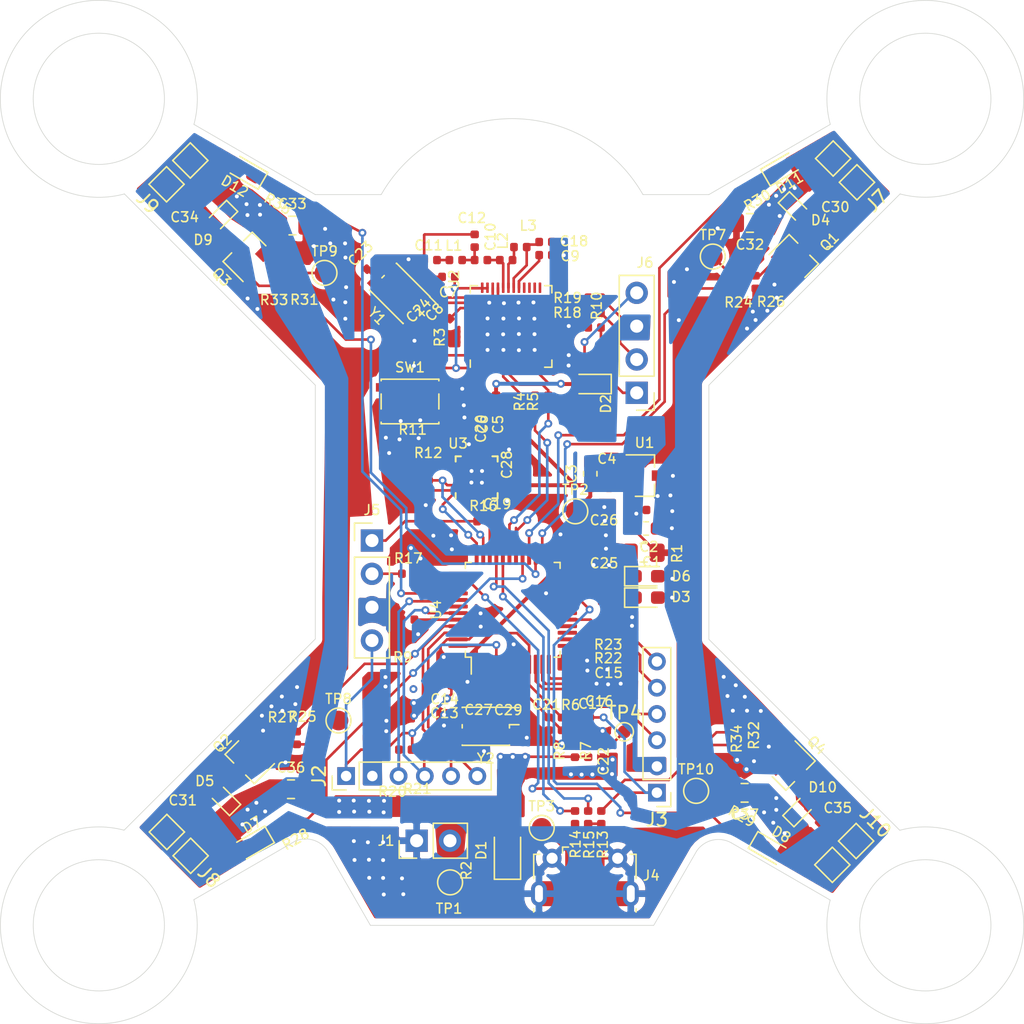
<source format=kicad_pcb>
(kicad_pcb (version 20171130) (host pcbnew "(5.1.0)-1")
  (title_block (title mini_quadrotor) (date 2020-02-08) (rev 1.0V) (company caleb) (comment 1 拙劣的初版，不做打板准备，按照嘉立创标准实行))
  (layers (0 F.Cu signal) (31 B.Cu signal) (34 B.Paste user) (35 F.Paste user) (36 B.SilkS user) (37 F.SilkS user) (38 B.Mask user) (39 F.Mask user) (44 Edge.Cuts user))
  (net 0 "")
  (net 1 GND)
  (net 2 +BATT)
  (net 3 +3V3)
  (net 4 GNDD)
  (net 5 "Net-(C8-Pad2)")
  (net 6 "Net-(C9-Pad2)")
  (net 7 "Net-(C10-Pad2)")
  (net 8 "Net-(C10-Pad1)")
  (net 9 "Net-(C11-Pad2)")
  (net 10 /VDD_PA)
  (net 11 "Net-(C21-Pad1)")
  (net 12 "Net-(C22-Pad1)")
  (net 13 "Net-(C23-Pad1)")
  (net 14 "Net-(C24-Pad2)")
  (net 15 "Net-(C27-Pad1)")
  (net 16 "Net-(C28-Pad1)")
  (net 17 "Net-(C29-Pad2)")
  (net 18 "Net-(C30-Pad2)")
  (net 19 "Net-(C31-Pad2)")
  (net 20 "Net-(C34-Pad2)")
  (net 21 "Net-(C35-Pad2)")
  (net 22 VBUS)
  (net 23 "Net-(D1-Pad1)")
  (net 24 "Net-(D2-Pad1)")
  (net 25 "Net-(D3-Pad1)")
  (net 26 "Net-(D6-Pad1)")
  (net 27 "Net-(D7-Pad1)")
  (net 28 "Net-(D8-Pad1)")
  (net 29 "Net-(D11-Pad1)")
  (net 30 "Net-(D12-Pad1)")
  (net 31 "/EX_UART_MRX(B9)")
  (net 32 "/EX_UART_MTX(B8)")
  (net 33 "/EX_I2C_SDA(B7)")
  (net 34 "/EX_I2C_SCL(B6)")
  (net 35 "/EX_SPI3_NSS(A4)")
  (net 36 "/EX_SPI3_MOSI(A3)")
  (net 37 "/EX_SPI3_MISO(A2)")
  (net 38 "/EX_SPI3_SCK(A1)")
  (net 39 /USB_D+)
  (net 40 "Net-(J4-Pad4)")
  (net 41 /USB_D-)
  (net 42 "Net-(J5-Pad2)")
  (net 43 "Net-(J5-Pad1)")
  (net 44 "Net-(J6-Pad2)")
  (net 45 "Net-(J6-Pad1)")
  (net 46 "Net-(L2-Pad2)")
  (net 47 "Net-(Q1-Pad1)")
  (net 48 "Net-(Q2-Pad1)")
  (net 49 "Net-(Q3-Pad1)")
  (net 50 "Net-(Q4-Pad1)")
  (net 51 "Net-(R3-Pad2)")
  (net 52 "Net-(R4-Pad2)")
  (net 53 /MCU_TX)
  (net 54 "Net-(R5-Pad2)")
  (net 55 /MCU_RX)
  (net 56 "Net-(R9-Pad2)")
  (net 57 "Net-(R10-Pad1)")
  (net 58 /MPU_SDA)
  (net 59 /MPU_SCL)
  (net 60 "Net-(R14-Pad2)")
  (net 61 "Net-(R15-Pad2)")
  (net 62 "Net-(R16-Pad2)")
  (net 63 "Net-(R17-Pad2)")
  (net 64 "Net-(R18-Pad1)")
  (net 65 "Net-(R19-Pad1)")
  (net 66 /LEDA_E8)
  (net 67 /LEDB_E9)
  (net 68 /MOTORA)
  (net 69 /MOTORC)
  (net 70 /LEDC_C15)
  (net 71 /LEDD_B2)
  (net 72 /LEDE_D8)
  (net 73 /MOTORB)
  (net 74 /MOTORD)
  (net 75 /LEDF_B4)
  (net 76 "Net-(U2-Pad47)")
  (net 77 "Net-(U2-Pad46)")
  (net 78 "Net-(U2-Pad45)")
  (net 79 "Net-(U2-Pad44)")
  (net 80 "Net-(U2-Pad43)")
  (net 81 "Net-(U2-Pad42)")
  (net 82 "Net-(U2-Pad41)")
  (net 83 "Net-(U2-Pad40)")
  (net 84 "Net-(U2-Pad28)")
  (net 85 "Net-(U2-Pad27)")
  (net 86 "Net-(U2-Pad26)")
  (net 87 "Net-(U2-Pad25)")
  (net 88 "Net-(U2-Pad22)")
  (net 89 "Net-(U2-Pad20)")
  (net 90 "Net-(U2-Pad19)")
  (net 91 "Net-(U2-Pad18)")
  (net 92 "Net-(U2-Pad17)")
  (net 93 "Net-(U2-Pad16)")
  (net 94 "Net-(U2-Pad15)")
  (net 95 "Net-(U2-Pad14)")
  (net 96 "Net-(U2-Pad11)")
  (net 97 "Net-(U2-Pad10)")
  (net 98 "Net-(U2-Pad9)")
  (net 99 "Net-(U2-Pad8)")
  (net 100 "Net-(U2-Pad7)")
  (net 101 "Net-(U2-Pad3)")
  (net 102 "Net-(U2-Pad2)")
  (net 103 "Net-(U3-Pad22)")
  (net 104 "Net-(U3-Pad21)")
  (net 105 "Net-(U3-Pad12)")
  (net 106 "Net-(U3-Pad7)")
  (net 107 "Net-(U3-Pad1)")
  (net 108 "Net-(U4-Pad41)")
  (net 109 "Net-(U4-Pad39)")
  (net 110 "Net-(U4-Pad19)")
  (net 111 "Net-(U4-Pad18)")
  (net 112 "Net-(U4-Pad16)")
  (net 113 "Net-(U4-Pad15)")
  (net 114 "Net-(U4-Pad3)")
  (net 115 "Net-(U4-Pad2)")
  (net 116 "Net-(U2-Pad4)")
  (module Connector_PinHeader_2.00mm:PinHeader_1x06_P2.00mm_Vertical (layer F.Cu) (at 91.03 81.39 180)
    (fp_text reference J3 (at 0 -2.06 180) (layer F.SilkS))
    (fp_text value EX_SPI)
    (pad 6 thru_hole oval (at 0 10 180) (size 1.35 1.35) (drill 0.8) (layers *.Cu *.Mask) (net 35 "/EX_SPI3_NSS(A4)"))
    (pad 5 thru_hole oval (at 0 8 180) (size 1.35 1.35) (drill 0.8) (layers *.Cu *.Mask) (net 36 "/EX_SPI3_MOSI(A3)"))
    (pad 4 thru_hole oval (at 0 6 180) (size 1.35 1.35) (drill 0.8) (layers *.Cu *.Mask) (net 37 "/EX_SPI3_MISO(A2)"))
    (pad 3 thru_hole oval (at 0 4 180) (size 1.35 1.35) (drill 0.8) (layers *.Cu *.Mask) (net 38 "/EX_SPI3_SCK(A1)"))
    (pad 2 thru_hole oval (at 0 2 180) (size 1.35 1.35) (drill 0.8) (layers *.Cu *.Mask) (net 4 GNDD))
    (pad 1 thru_hole rect (at 0 0 180) (size 1.35 1.35) (drill 0.8) (layers *.Cu *.Mask) (net 3 +3V3))
  )
  (module Connector_PinHeader_2.00mm:PinHeader_1x06_P2.00mm_Vertical (layer F.Cu) (at 67.34 80.12 90)
    (fp_text reference J2 (at 0 -2.06 90) (layer F.SilkS))
    (fp_text value EX_EXM)
    (pad 6 thru_hole oval (at 0 10 90) (size 1.35 1.35) (drill 0.8) (layers *.Cu *.Mask) (net 31 "/EX_UART_MRX(B9)"))
    (pad 5 thru_hole oval (at 0 8 90) (size 1.35 1.35) (drill 0.8) (layers *.Cu *.Mask) (net 32 "/EX_UART_MTX(B8)"))
    (pad 4 thru_hole oval (at 0 6 90) (size 1.35 1.35) (drill 0.8) (layers *.Cu *.Mask) (net 33 "/EX_I2C_SDA(B7)"))
    (pad 3 thru_hole oval (at 0 4 90) (size 1.35 1.35) (drill 0.8) (layers *.Cu *.Mask) (net 34 "/EX_I2C_SCL(B6)"))
    (pad 2 thru_hole oval (at 0 2 90) (size 1.35 1.35) (drill 0.8) (layers *.Cu *.Mask) (net 4 GNDD))
    (pad 1 thru_hole rect (at 0 0 90) (size 1.35 1.35) (drill 0.8) (layers *.Cu *.Mask) (net 3 +3V3))
  )
  (module Quadrotor:MOTOR (layer F.Cu) (at 104.401271 86.888729 45)
    (fp_text reference J10 (at 4.61561 0.035355 135) (layer F.SilkS))
    (fp_text value MotorD)
    (pad 2 smd rect (at 2.565 0 45) (size 1.5 1.5) (layers F.Cu F.Mask) (net 21 "Net-(C35-Pad2)"))
    (pad 1 smd rect (at 0 0 45) (size 1.5 1.5) (layers F.Cu F.Mask) (net 2 +BATT))
  )
  (module Quadrotor:MOTOR (layer F.Cu) (at 55.465 33.2 225)
    (fp_text reference J9 (at 4.578516 0.024749 315) (layer F.SilkS))
    (fp_text value MotorB)
    (pad 2 smd rect (at 2.565 0 225) (size 1.5 1.5) (layers F.Cu F.Mask) (net 20 "Net-(C34-Pad2)"))
    (pad 1 smd rect (at 0 0 225) (size 1.5 1.5) (layers F.Cu F.Mask) (net 2 +BATT))
  )
  (module Quadrotor:MOTOR (layer F.Cu) (at 55.49 86.2 135)
    (fp_text reference J8 (at -2.12132 -0.141421 135) (layer F.SilkS))
    (fp_text value MotorC)
    (pad 2 smd rect (at 2.565 0 135) (size 1.5 1.5) (layers F.Cu F.Mask) (net 19 "Net-(C31-Pad2)"))
    (pad 1 smd rect (at 0 0 135) (size 1.5 1.5) (layers F.Cu F.Mask) (net 2 +BATT))
  )
  (module Quadrotor:MOTOR (layer F.Cu) (at 104.465 33.05 315)
    (fp_text reference J7 (at 4.631549 -0.070711 45) (layer F.SilkS))
    (fp_text value MotorA)
    (pad 2 smd rect (at 2.565 0 315) (size 1.5 1.5) (layers F.Cu F.Mask) (net 18 "Net-(C30-Pad2)"))
    (pad 1 smd rect (at 0 0 315) (size 1.5 1.5) (layers F.Cu F.Mask) (net 2 +BATT))
  )
  (module TestPoint:TestPoint_Pad_D1.0mm (layer F.Cu) (at 88.54 76.75)
    (fp_text reference TP4 (at 0 -1.448) (layer F.SilkS))
    (fp_text value BAT_ADC)
    (pad 1 smd circle (at 0 0) (size 1 1) (layers F.Cu F.Mask) (net 12 "Net-(C22-Pad1)"))
  )
  (module Oscillator:Oscillator_SMD_EuroQuartz_XO32-4Pin_3.2x2.5mm_HandSoldering (layer F.Cu) (at 77.99 76.33 180)
    (fp_text reference Y2 (at 0 -2.45 180) (layer F.SilkS) (effects (font (size 0.75 0.75) (thickness 0.12))))
    (fp_text value 16M hide)
    (pad 4 smd rect (at -1.45 -0.775 180) (size 1.75 0.9) (layers F.Cu F.Paste F.Mask) (net 4 GNDD))
    (pad 3 smd rect (at 1.45 -0.775 180) (size 1.75 0.9) (layers F.Cu F.Paste F.Mask) (net 15 "Net-(C27-Pad1)"))
    (pad 2 smd rect (at 1.45 0.775 180) (size 1.75 0.9) (layers F.Cu F.Paste F.Mask) (net 4 GNDD))
    (pad 1 smd rect (at -1.45 0.775 180) (size 1.75 0.9) (layers F.Cu F.Paste F.Mask) (net 17 "Net-(C29-Pad2)"))
  )
  (module Oscillator:Oscillator_SMD_EuroQuartz_XO32-4Pin_3.2x2.5mm_HandSoldering (layer F.Cu) (at 71.43 43.33 135)
    (fp_text reference Y1 (at 0 -2.45 135) (layer F.SilkS) (effects (font (size 0.75 0.75) (thickness 0.12))))
    (fp_text value 16M hide)
    (pad 4 smd rect (at -1.45 -0.775 135) (size 1.75 0.9) (layers F.Cu F.Paste F.Mask) (net 4 GNDD))
    (pad 3 smd rect (at 1.45 -0.775 135) (size 1.75 0.9) (layers F.Cu F.Paste F.Mask) (net 13 "Net-(C23-Pad1)"))
    (pad 2 smd rect (at 1.45 0.775 135) (size 1.75 0.9) (layers F.Cu F.Paste F.Mask) (net 4 GNDD))
    (pad 1 smd rect (at -1.45 0.775 135) (size 1.75 0.9) (layers F.Cu F.Paste F.Mask) (net 14 "Net-(C24-Pad2)"))
  )
  (module Package_QFP:LQFP-48_7x7mm_P0.5mm (layer F.Cu) (at 80.04 67.45 90)
    (fp_text reference U4 (at 0 -5.85 90) (layer F.SilkS) (effects (font (size 0.75 0.75) (thickness 0.12))))
    (fp_text value STM32F373CCTx hide)
    (pad 48 smd roundrect (at -2.75 -4.1625 90) (size 0.3 1.475) (layers F.Cu F.Paste F.Mask) (net 3 +3V3))
    (pad 47 smd roundrect (at -2.25 -4.1625 90) (size 0.3 1.475) (layers F.Cu F.Paste F.Mask) (net 4 GNDD))
    (pad 46 smd roundrect (at -1.75 -4.1625 90) (size 0.3 1.475) (layers F.Cu F.Paste F.Mask) (net 31 "/EX_UART_MRX(B9)"))
    (pad 45 smd roundrect (at -1.25 -4.1625 90) (size 0.3 1.475) (layers F.Cu F.Paste F.Mask) (net 32 "/EX_UART_MTX(B8)"))
    (pad 44 smd roundrect (at -0.75 -4.1625 90) (size 0.3 1.475) (layers F.Cu F.Paste F.Mask) (net 56 "Net-(R9-Pad2)"))
    (pad 43 smd roundrect (at -0.25 -4.1625 90) (size 0.3 1.475) (layers F.Cu F.Paste F.Mask) (net 33 "/EX_I2C_SDA(B7)"))
    (pad 42 smd roundrect (at 0.25 -4.1625 90) (size 0.3 1.475) (layers F.Cu F.Paste F.Mask) (net 34 "/EX_I2C_SCL(B6)"))
    (pad 41 smd roundrect (at 0.75 -4.1625 90) (size 0.3 1.475) (layers F.Cu F.Paste F.Mask) (net 108 "Net-(U4-Pad41)"))
    (pad 40 smd roundrect (at 1.25 -4.1625 90) (size 0.3 1.475) (layers F.Cu F.Paste F.Mask) (net 75 /LEDF_B4))
    (pad 39 smd roundrect (at 1.75 -4.1625 90) (size 0.3 1.475) (layers F.Cu F.Paste F.Mask) (net 109 "Net-(U4-Pad39)"))
    (pad 38 smd roundrect (at 2.25 -4.1625 90) (size 0.3 1.475) (layers F.Cu F.Paste F.Mask) (net 74 /MOTORD))
    (pad 37 smd roundrect (at 2.75 -4.1625 90) (size 0.3 1.475) (layers F.Cu F.Paste F.Mask) (net 63 "Net-(R17-Pad2)"))
    (pad 36 smd roundrect (at 4.1625 -2.75 90) (size 1.475 0.3) (layers F.Cu F.Paste F.Mask) (net 58 /MPU_SDA))
    (pad 35 smd roundrect (at 4.1625 -2.25 90) (size 1.475 0.3) (layers F.Cu F.Paste F.Mask) (net 59 /MPU_SCL))
    (pad 34 smd roundrect (at 4.1625 -1.75 90) (size 1.475 0.3) (layers F.Cu F.Paste F.Mask) (net 62 "Net-(R16-Pad2)"))
    (pad 33 smd roundrect (at 4.1625 -1.25 90) (size 1.475 0.3) (layers F.Cu F.Paste F.Mask) (net 61 "Net-(R15-Pad2)"))
    (pad 32 smd roundrect (at 4.1625 -0.75 90) (size 1.475 0.3) (layers F.Cu F.Paste F.Mask) (net 60 "Net-(R14-Pad2)"))
    (pad 31 smd roundrect (at 4.1625 -0.25 90) (size 1.475 0.3) (layers F.Cu F.Paste F.Mask) (net 55 /MCU_RX))
    (pad 30 smd roundrect (at 4.1625 0.25 90) (size 1.475 0.3) (layers F.Cu F.Paste F.Mask) (net 53 /MCU_TX))
    (pad 29 smd roundrect (at 4.1625 0.75 90) (size 1.475 0.3) (layers F.Cu F.Paste F.Mask) (net 69 /MOTORC))
    (pad 28 smd roundrect (at 4.1625 1.25 90) (size 1.475 0.3) (layers F.Cu F.Paste F.Mask) (net 72 /LEDE_D8))
    (pad 27 smd roundrect (at 4.1625 1.75 90) (size 1.475 0.3) (layers F.Cu F.Paste F.Mask) (net 73 /MOTORB))
    (pad 26 smd roundrect (at 4.1625 2.25 90) (size 1.475 0.3) (layers F.Cu F.Paste F.Mask) (net 68 /MOTORA))
    (pad 25 smd roundrect (at 4.1625 2.75 90) (size 1.475 0.3) (layers F.Cu F.Paste F.Mask) (net 3 +3V3))
    (pad 24 smd roundrect (at 2.75 4.1625 90) (size 0.3 1.475) (layers F.Cu F.Paste F.Mask) (net 3 +3V3))
    (pad 23 smd roundrect (at 2.25 4.1625 90) (size 0.3 1.475) (layers F.Cu F.Paste F.Mask) (net 4 GNDD))
    (pad 22 smd roundrect (at 1.75 4.1625 90) (size 0.3 1.475) (layers F.Cu F.Paste F.Mask) (net 67 /LEDB_E9))
    (pad 21 smd roundrect (at 1.25 4.1625 90) (size 0.3 1.475) (layers F.Cu F.Paste F.Mask) (net 66 /LEDA_E8))
    (pad 20 smd roundrect (at 0.75 4.1625 90) (size 0.3 1.475) (layers F.Cu F.Paste F.Mask) (net 71 /LEDD_B2))
    (pad 19 smd roundrect (at 0.25 4.1625 90) (size 0.3 1.475) (layers F.Cu F.Paste F.Mask) (net 110 "Net-(U4-Pad19)"))
    (pad 18 smd roundrect (at -0.25 4.1625 90) (size 0.3 1.475) (layers F.Cu F.Paste F.Mask) (net 111 "Net-(U4-Pad18)"))
    (pad 17 smd roundrect (at -0.75 4.1625 90) (size 0.3 1.475) (layers F.Cu F.Paste F.Mask) (net 3 +3V3))
    (pad 16 smd roundrect (at -1.25 4.1625 90) (size 0.3 1.475) (layers F.Cu F.Paste F.Mask) (net 112 "Net-(U4-Pad16)"))
    (pad 15 smd roundrect (at -1.75 4.1625 90) (size 0.3 1.475) (layers F.Cu F.Paste F.Mask) (net 113 "Net-(U4-Pad15)"))
    (pad 14 smd roundrect (at -2.25 4.1625 90) (size 0.3 1.475) (layers F.Cu F.Paste F.Mask) (net 35 "/EX_SPI3_NSS(A4)"))
    (pad 13 smd roundrect (at -2.75 4.1625 90) (size 0.3 1.475) (layers F.Cu F.Paste F.Mask) (net 36 "/EX_SPI3_MOSI(A3)"))
    (pad 12 smd roundrect (at -4.1625 2.75 90) (size 1.475 0.3) (layers F.Cu F.Paste F.Mask) (net 37 "/EX_SPI3_MISO(A2)"))
    (pad 11 smd roundrect (at -4.1625 2.25 90) (size 1.475 0.3) (layers F.Cu F.Paste F.Mask) (net 38 "/EX_SPI3_SCK(A1)"))
    (pad 10 smd roundrect (at -4.1625 1.75 90) (size 1.475 0.3) (layers F.Cu F.Paste F.Mask) (net 12 "Net-(C22-Pad1)"))
    (pad 9 smd roundrect (at -4.1625 1.25 90) (size 1.475 0.3) (layers F.Cu F.Paste F.Mask) (net 3 +3V3))
    (pad 8 smd roundrect (at -4.1625 0.75 90) (size 1.475 0.3) (layers F.Cu F.Paste F.Mask) (net 4 GNDD))
    (pad 7 smd roundrect (at -4.1625 0.25 90) (size 1.475 0.3) (layers F.Cu F.Paste F.Mask) (net 11 "Net-(C21-Pad1)"))
    (pad 6 smd roundrect (at -4.1625 -0.25 90) (size 1.475 0.3) (layers F.Cu F.Paste F.Mask) (net 17 "Net-(C29-Pad2)"))
    (pad 5 smd roundrect (at -4.1625 -0.75 90) (size 1.475 0.3) (layers F.Cu F.Paste F.Mask) (net 15 "Net-(C27-Pad1)"))
    (pad 4 smd roundrect (at -4.1625 -1.25 90) (size 1.475 0.3) (layers F.Cu F.Paste F.Mask) (net 70 /LEDC_C15))
    (pad 3 smd roundrect (at -4.1625 -1.75 90) (size 1.475 0.3) (layers F.Cu F.Paste F.Mask) (net 114 "Net-(U4-Pad3)"))
    (pad 2 smd roundrect (at -4.1625 -2.25 90) (size 1.475 0.3) (layers F.Cu F.Paste F.Mask) (net 115 "Net-(U4-Pad2)"))
    (pad 1 smd roundrect (at -4.1625 -2.75 90) (size 1.475 0.3) (layers F.Cu F.Paste F.Mask) (net 3 +3V3))
  )
  (module Sensor_Motion:InvenSense_QFN-24_3x3mm_P0.4mm (layer F.Cu) (at 77.29 57.35 90)
    (fp_text reference U3 (at 2.58 -1.42) (layer F.SilkS) (effects (font (size 0.75 0.75) (thickness 0.12))))
    (fp_text value MPU-6500 hide)
    (pad 24 smd roundrect (at -1 -1.5 180) (size 0.55 0.2) (layers F.Cu F.Paste F.Mask) (net 58 /MPU_SDA))
    (pad 23 smd roundrect (at -0.6 -1.5 180) (size 0.55 0.2) (layers F.Cu F.Paste F.Mask) (net 59 /MPU_SCL))
    (pad 22 smd roundrect (at -0.2 -1.5 180) (size 0.55 0.2) (layers F.Cu F.Paste F.Mask) (net 103 "Net-(U3-Pad22)"))
    (pad 21 smd roundrect (at 0.2 -1.5 180) (size 0.55 0.2) (layers F.Cu F.Paste F.Mask) (net 104 "Net-(U3-Pad21)"))
    (pad 20 smd roundrect (at 0.6 -1.5 180) (size 0.55 0.2) (layers F.Cu F.Paste F.Mask) (net 4 GNDD))
    (pad 19 smd roundrect (at 1 -1.5 180) (size 0.55 0.2) (layers F.Cu F.Paste F.Mask))
    (pad 18 smd roundrect (at 1.5 -1 90) (size 0.55 0.2) (layers F.Cu F.Paste F.Mask) (net 4 GNDD))
    (pad 17 smd roundrect (at 1.5 -0.6 90) (size 0.55 0.2) (layers F.Cu F.Paste F.Mask))
    (pad 16 smd roundrect (at 1.5 -0.2 90) (size 0.55 0.2) (layers F.Cu F.Paste F.Mask))
    (pad 15 smd roundrect (at 1.5 0.2 90) (size 0.55 0.2) (layers F.Cu F.Paste F.Mask))
    (pad 14 smd roundrect (at 1.5 0.6 90) (size 0.55 0.2) (layers F.Cu F.Paste F.Mask))
    (pad 13 smd roundrect (at 1.5 1 90) (size 0.55 0.2) (layers F.Cu F.Paste F.Mask) (net 3 +3V3))
    (pad 12 smd roundrect (at 1 1.5 180) (size 0.55 0.2) (layers F.Cu F.Paste F.Mask) (net 105 "Net-(U3-Pad12)"))
    (pad 11 smd roundrect (at 0.6 1.5 180) (size 0.55 0.2) (layers F.Cu F.Paste F.Mask) (net 4 GNDD))
    (pad 10 smd roundrect (at 0.2 1.5 180) (size 0.55 0.2) (layers F.Cu F.Paste F.Mask) (net 16 "Net-(C28-Pad1)"))
    (pad 9 smd roundrect (at -0.2 1.5 180) (size 0.55 0.2) (layers F.Cu F.Paste F.Mask) (net 4 GNDD))
    (pad 8 smd roundrect (at -0.6 1.5 180) (size 0.55 0.2) (layers F.Cu F.Paste F.Mask) (net 3 +3V3))
    (pad 7 smd roundrect (at -1 1.5 180) (size 0.55 0.2) (layers F.Cu F.Paste F.Mask) (net 106 "Net-(U3-Pad7)"))
    (pad 6 smd roundrect (at -1.5 1 90) (size 0.55 0.2) (layers F.Cu F.Paste F.Mask))
    (pad 5 smd roundrect (at -1.5 0.6 90) (size 0.55 0.2) (layers F.Cu F.Paste F.Mask))
    (pad 4 smd roundrect (at -1.5 0.2 90) (size 0.55 0.2) (layers F.Cu F.Paste F.Mask))
    (pad 3 smd roundrect (at -1.5 -0.2 90) (size 0.55 0.2) (layers F.Cu F.Paste F.Mask))
    (pad 2 smd roundrect (at -1.5 -0.6 90) (size 0.55 0.2) (layers F.Cu F.Paste F.Mask))
    (pad 1 smd roundrect (at -1.5 -1 90) (size 0.55 0.2) (layers F.Cu F.Paste F.Mask) (net 107 "Net-(U3-Pad1)"))
  )
  (module Package_DFN_QFN:QFN-48-1EP_6x6mm_P0.4mm_EP4.6x4.6mm (layer F.Cu) (at 79.915 45.85 90)
    (fp_text reference U2 (at 3.575 -4.35 90) (layer F.SilkS) (effects (font (size 0.75 0.75) (thickness 0.12))))
    (fp_text value nRF51x22-QFxx hide)
    (pad 48 smd roundrect (at -2.2 -2.95 90) (size 0.2 0.8) (layers F.Cu F.Paste F.Mask) (net 51 "Net-(R3-Pad2)"))
    (pad 47 smd roundrect (at -1.8 -2.95 90) (size 0.2 0.8) (layers F.Cu F.Paste F.Mask) (net 76 "Net-(U2-Pad47)"))
    (pad 46 smd roundrect (at -1.4 -2.95 90) (size 0.2 0.8) (layers F.Cu F.Paste F.Mask) (net 77 "Net-(U2-Pad46)"))
    (pad 45 smd roundrect (at -1 -2.95 90) (size 0.2 0.8) (layers F.Cu F.Paste F.Mask) (net 78 "Net-(U2-Pad45)"))
    (pad 44 smd roundrect (at -0.6 -2.95 90) (size 0.2 0.8) (layers F.Cu F.Paste F.Mask) (net 79 "Net-(U2-Pad44)"))
    (pad 43 smd roundrect (at -0.2 -2.95 90) (size 0.2 0.8) (layers F.Cu F.Paste F.Mask) (net 80 "Net-(U2-Pad43)"))
    (pad 42 smd roundrect (at 0.2 -2.95 90) (size 0.2 0.8) (layers F.Cu F.Paste F.Mask) (net 81 "Net-(U2-Pad42)"))
    (pad 41 smd roundrect (at 0.6 -2.95 90) (size 0.2 0.8) (layers F.Cu F.Paste F.Mask) (net 82 "Net-(U2-Pad41)"))
    (pad 40 smd roundrect (at 1 -2.95 90) (size 0.2 0.8) (layers F.Cu F.Paste F.Mask) (net 83 "Net-(U2-Pad40)"))
    (pad 39 smd roundrect (at 1.4 -2.95 90) (size 0.2 0.8) (layers F.Cu F.Paste F.Mask) (net 5 "Net-(C8-Pad2)"))
    (pad 38 smd roundrect (at 1.8 -2.95 90) (size 0.2 0.8) (layers F.Cu F.Paste F.Mask) (net 14 "Net-(C24-Pad2)"))
    (pad 37 smd roundrect (at 2.2 -2.95 90) (size 0.2 0.8) (layers F.Cu F.Paste F.Mask) (net 13 "Net-(C23-Pad1)"))
    (pad 36 smd roundrect (at 2.95 -2.2 90) (size 0.8 0.2) (layers F.Cu F.Paste F.Mask) (net 3 +3V3))
    (pad 35 smd roundrect (at 2.95 -1.8 90) (size 0.8 0.2) (layers F.Cu F.Paste F.Mask) (net 3 +3V3))
    (pad 34 smd roundrect (at 2.95 -1.4 90) (size 0.8 0.2) (layers F.Cu F.Paste F.Mask) (net 4 GNDD))
    (pad 33 smd roundrect (at 2.95 -1 90) (size 0.8 0.2) (layers F.Cu F.Paste F.Mask) (net 4 GNDD))
    (pad 32 smd roundrect (at 2.95 -0.6 90) (size 0.8 0.2) (layers F.Cu F.Paste F.Mask) (net 8 "Net-(C10-Pad1)"))
    (pad 31 smd roundrect (at 2.95 -0.2 90) (size 0.8 0.2) (layers F.Cu F.Paste F.Mask) (net 46 "Net-(L2-Pad2)"))
    (pad 30 smd roundrect (at 2.95 0.2 90) (size 0.8 0.2) (layers F.Cu F.Paste F.Mask) (net 10 /VDD_PA))
    (pad 29 smd roundrect (at 2.95 0.6 90) (size 0.8 0.2) (layers F.Cu F.Paste F.Mask) (net 6 "Net-(C9-Pad2)"))
    (pad 28 smd roundrect (at 2.95 1 90) (size 0.8 0.2) (layers F.Cu F.Paste F.Mask) (net 84 "Net-(U2-Pad28)"))
    (pad 27 smd roundrect (at 2.95 1.4 90) (size 0.8 0.2) (layers F.Cu F.Paste F.Mask) (net 85 "Net-(U2-Pad27)"))
    (pad 26 smd roundrect (at 2.95 1.8 90) (size 0.8 0.2) (layers F.Cu F.Paste F.Mask) (net 86 "Net-(U2-Pad26)"))
    (pad 25 smd roundrect (at 2.95 2.2 90) (size 0.8 0.2) (layers F.Cu F.Paste F.Mask) (net 87 "Net-(U2-Pad25)"))
    (pad 24 smd roundrect (at 2.2 2.95 90) (size 0.2 0.8) (layers F.Cu F.Paste F.Mask) (net 65 "Net-(R19-Pad1)"))
    (pad 23 smd roundrect (at 1.8 2.95 90) (size 0.2 0.8) (layers F.Cu F.Paste F.Mask) (net 64 "Net-(R18-Pad1)"))
    (pad 22 smd roundrect (at 1.4 2.95 90) (size 0.2 0.8) (layers F.Cu F.Paste F.Mask) (net 88 "Net-(U2-Pad22)"))
    (pad 21 smd roundrect (at 1 2.95 90) (size 0.2 0.8) (layers F.Cu F.Paste F.Mask) (net 57 "Net-(R10-Pad1)"))
    (pad 20 smd roundrect (at 0.6 2.95 90) (size 0.2 0.8) (layers F.Cu F.Paste F.Mask) (net 89 "Net-(U2-Pad20)"))
    (pad 19 smd roundrect (at 0.2 2.95 90) (size 0.2 0.8) (layers F.Cu F.Paste F.Mask) (net 90 "Net-(U2-Pad19)"))
    (pad 18 smd roundrect (at -0.2 2.95 90) (size 0.2 0.8) (layers F.Cu F.Paste F.Mask) (net 91 "Net-(U2-Pad18)"))
    (pad 17 smd roundrect (at -0.6 2.95 90) (size 0.2 0.8) (layers F.Cu F.Paste F.Mask) (net 92 "Net-(U2-Pad17)"))
    (pad 16 smd roundrect (at -1 2.95 90) (size 0.2 0.8) (layers F.Cu F.Paste F.Mask) (net 93 "Net-(U2-Pad16)"))
    (pad 15 smd roundrect (at -1.4 2.95 90) (size 0.2 0.8) (layers F.Cu F.Paste F.Mask) (net 94 "Net-(U2-Pad15)"))
    (pad 14 smd roundrect (at -1.8 2.95 90) (size 0.2 0.8) (layers F.Cu F.Paste F.Mask) (net 95 "Net-(U2-Pad14)"))
    (pad 13 smd roundrect (at -2.2 2.95 90) (size 0.2 0.8) (layers F.Cu F.Paste F.Mask) (net 4 GNDD))
    (pad 12 smd roundrect (at -2.95 2.2 90) (size 0.8 0.2) (layers F.Cu F.Paste F.Mask) (net 3 +3V3))
    (pad 11 smd roundrect (at -2.95 1.8 90) (size 0.8 0.2) (layers F.Cu F.Paste F.Mask) (net 96 "Net-(U2-Pad11)"))
    (pad 10 smd roundrect (at -2.95 1.4 90) (size 0.8 0.2) (layers F.Cu F.Paste F.Mask) (net 97 "Net-(U2-Pad10)"))
    (pad 9 smd roundrect (at -2.95 1 90) (size 0.8 0.2) (layers F.Cu F.Paste F.Mask) (net 98 "Net-(U2-Pad9)"))
    (pad 8 smd roundrect (at -2.95 0.6 90) (size 0.8 0.2) (layers F.Cu F.Paste F.Mask) (net 99 "Net-(U2-Pad8)"))
    (pad 7 smd roundrect (at -2.95 0.2 90) (size 0.8 0.2) (layers F.Cu F.Paste F.Mask) (net 100 "Net-(U2-Pad7)"))
    (pad 6 smd roundrect (at -2.95 -0.2 90) (size 0.8 0.2) (layers F.Cu F.Paste F.Mask) (net 54 "Net-(R5-Pad2)"))
    (pad 5 smd roundrect (at -2.95 -0.6 90) (size 0.8 0.2) (layers F.Cu F.Paste F.Mask) (net 52 "Net-(R4-Pad2)"))
    (pad 4 smd roundrect (at -2.95 -1 90) (size 0.8 0.2) (layers F.Cu F.Paste F.Mask) (net 116 "Net-(U2-Pad4)"))
    (pad 3 smd roundrect (at -2.95 -1.4 90) (size 0.8 0.2) (layers F.Cu F.Paste F.Mask) (net 101 "Net-(U2-Pad3)"))
    (pad 2 smd roundrect (at -2.95 -1.8 90) (size 0.8 0.2) (layers F.Cu F.Paste F.Mask) (net 102 "Net-(U2-Pad2)"))
    (pad 1 smd roundrect (at -2.95 -2.2 90) (size 0.8 0.2) (layers F.Cu F.Paste F.Mask) (net 3 +3V3))
    (pad 49 smd roundrect (at 0 0 90) (size 4.6 4.6) (layers F.Cu F.Mask) (roundrect_rratio 0.054348) (net 4 GNDD))
  )
  (module Package_TO_SOT_SMD:SOT-23 (layer F.Cu) (at 90.09 57.22)
    (fp_text reference U1 (at 0 -2.5) (layer F.SilkS) (effects (font (size 0.75 0.75) (thickness 0.12))))
    (fp_text value FP6131-30GS3 hide)
    (pad 3 smd rect (at 1 0) (size 0.9 0.8) (layers F.Cu F.Paste F.Mask) (net 2 +BATT))
    (pad 2 smd rect (at -1 0.95) (size 0.9 0.8) (layers F.Cu F.Paste F.Mask) (net 3 +3V3))
    (pad 1 smd rect (at -1 -0.95) (size 0.9 0.8) (layers F.Cu F.Paste F.Mask) (net 1 GND))
  )
  (module TestPoint:TestPoint_Pad_D1.5mm (layer F.Cu) (at 94.02 81.25)
    (fp_text reference TP10 (at 0 -1.648) (layer F.SilkS) (effects (font (size 0.75 0.75) (thickness 0.12))))
    (fp_text value M_D hide)
    (pad 1 smd circle (at 0 0) (size 1.5 1.5) (layers F.Cu F.Mask) (net 50 "Net-(Q4-Pad1)"))
  )
  (module TestPoint:TestPoint_Pad_D1.5mm (layer F.Cu) (at 65.69 41.77)
    (fp_text reference TP9 (at 0 -1.648) (layer F.SilkS) (effects (font (size 0.75 0.75) (thickness 0.12))))
    (fp_text value M_B hide)
    (pad 1 smd circle (at 0 0) (size 1.5 1.5) (layers F.Cu F.Mask) (net 49 "Net-(Q3-Pad1)"))
  )
  (module TestPoint:TestPoint_Pad_D1.5mm (layer F.Cu) (at 66.76 75.89)
    (fp_text reference TP8 (at 0 -1.648) (layer F.SilkS) (effects (font (size 0.75 0.75) (thickness 0.12))))
    (fp_text value M_C hide)
    (pad 1 smd circle (at 0 0) (size 1.5 1.5) (layers F.Cu F.Mask) (net 48 "Net-(Q2-Pad1)"))
  )
  (module TestPoint:TestPoint_Pad_D1.5mm (layer F.Cu) (at 95.29 40.525)
    (fp_text reference TP7 (at 0 -1.648) (layer F.SilkS) (effects (font (size 0.75 0.75) (thickness 0.12))))
    (fp_text value M_A hide)
    (pad 1 smd circle (at 0 0) (size 1.5 1.5) (layers F.Cu F.Mask) (net 47 "Net-(Q1-Pad1)"))
  )
  (module TestPoint:TestPoint_Pad_D1.5mm (layer F.Cu) (at 82.25 84.07)
    (fp_text reference TP3 (at 0 -1.648) (layer F.SilkS) (effects (font (size 0.75 0.75) (thickness 0.12))))
    (fp_text value Vbus hide)
    (pad 1 smd circle (at 0 0) (size 1.5 1.5) (layers F.Cu F.Mask) (net 22 VBUS))
  )
  (module TestPoint:TestPoint_Pad_D1.5mm (layer F.Cu) (at 84.81 59.94)
    (fp_text reference TP2 (at 0 -1.648) (layer F.SilkS) (effects (font (size 0.75 0.75) (thickness 0.12))))
    (fp_text value 3V hide)
    (pad 1 smd circle (at 0 0) (size 1.5 1.5) (layers F.Cu F.Mask) (net 3 +3V3))
  )
  (module TestPoint:TestPoint_Pad_D1.5mm (layer F.Cu) (at 75.265 88.225)
    (fp_text reference TP1 (at -0.075 2) (layer F.SilkS) (effects (font (size 0.75 0.75) (thickness 0.12))))
    (fp_text value BATT hide)
    (pad 1 smd circle (at 0 0) (size 1.5 1.5) (layers F.Cu F.Mask) (net 2 +BATT))
  )
  (module Button_Switch_SMD:SW_SPST_PTS810 (layer F.Cu) (at 72.21 51.57)
    (fp_text reference SW1 (at 0 -2.6) (layer F.SilkS) (effects (font (size 0.75 0.75) (thickness 0.12))))
    (fp_text value SW_Push hide)
    (pad 2 smd rect (at 2.075 1.075) (size 1.05 0.65) (layers F.Cu F.Paste F.Mask) (net 4 GNDD))
    (pad 2 smd rect (at -2.075 1.075) (size 1.05 0.65) (layers F.Cu F.Paste F.Mask) (net 4 GNDD))
    (pad 1 smd rect (at 2.075 -1.075) (size 1.05 0.65) (layers F.Cu F.Paste F.Mask) (net 51 "Net-(R3-Pad2)"))
    (pad 1 smd rect (at -2.075 -1.075) (size 1.05 0.65) (layers F.Cu F.Paste F.Mask) (net 51 "Net-(R3-Pad2)"))
  )
  (module Resistor_SMD:R_0402_1005Metric (layer F.Cu) (at 62.715 35.5 150)
    (fp_text reference R35 (at 0 -1.17 150) (layer F.SilkS) (effects (font (size 0.75 0.75) (thickness 0.12))))
    (fp_text value 1K hide)
    (pad 2 smd roundrect (at 0.485 0 150) (size 0.59 0.64) (layers F.Cu F.Paste F.Mask) (net 30 "Net-(D12-Pad1)"))
    (pad 1 smd roundrect (at -0.485 0 150) (size 0.59 0.64) (layers F.Cu F.Paste F.Mask) (net 75 /LEDF_B4))
  )
  (module Resistor_SMD:R_0402_1005Metric (layer F.Cu) (at 98.21 77.28 270)
    (fp_text reference R34 (at 0 1.1 270) (layer F.SilkS) (effects (font (size 0.75 0.75) (thickness 0.12))))
    (fp_text value 10K hide)
    (pad 2 smd roundrect (at 0.485 0 270) (size 0.59 0.64) (layers F.Cu F.Paste F.Mask) (net 1 GND))
    (pad 1 smd roundrect (at -0.485 0 270) (size 0.59 0.64) (layers F.Cu F.Paste F.Mask) (net 50 "Net-(Q4-Pad1)"))
  )
  (module Resistor_SMD:R_0402_1005Metric (layer F.Cu) (at 62.55 42.27 90)
    (fp_text reference R33 (at -1.56 -0.7 180) (layer F.SilkS) (effects (font (size 0.75 0.75) (thickness 0.12))))
    (fp_text value 10K hide)
    (pad 2 smd roundrect (at 0.485 0 90) (size 0.59 0.64) (layers F.Cu F.Paste F.Mask) (net 1 GND))
    (pad 1 smd roundrect (at -0.485 0 90) (size 0.59 0.64) (layers F.Cu F.Paste F.Mask) (net 49 "Net-(Q3-Pad1)"))
  )
  (module Resistor_SMD:R_0402_1005Metric (layer F.Cu) (at 97.15 77.27 90)
    (fp_text reference R32 (at 0.25 1.275 90) (layer F.SilkS) (effects (font (size 0.75 0.75) (thickness 0.12))))
    (fp_text value 150Ω hide)
    (pad 2 smd roundrect (at 0.485 0 90) (size 0.59 0.64) (layers F.Cu F.Paste F.Mask) (net 74 /MOTORD))
    (pad 1 smd roundrect (at -0.485 0 90) (size 0.59 0.64) (layers F.Cu F.Paste F.Mask) (net 50 "Net-(Q4-Pad1)"))
  )
  (module Resistor_SMD:R_0402_1005Metric (layer F.Cu) (at 63.61 42.26 270)
    (fp_text reference R31 (at 1.55 -0.55) (layer F.SilkS) (effects (font (size 0.75 0.75) (thickness 0.12))))
    (fp_text value 150Ω hide)
    (pad 2 smd roundrect (at 0.485 0 270) (size 0.59 0.64) (layers F.Cu F.Paste F.Mask) (net 73 /MOTORB))
    (pad 1 smd roundrect (at -0.485 0 270) (size 0.59 0.64) (layers F.Cu F.Paste F.Mask) (net 49 "Net-(Q3-Pad1)"))
  )
  (module Resistor_SMD:R_0402_1005Metric (layer F.Cu) (at 97.965 35.275 30)
    (fp_text reference R30 (at 0.154029 1.203215 30) (layer F.SilkS) (effects (font (size 0.75 0.75) (thickness 0.12))))
    (fp_text value 1K hide)
    (pad 2 smd roundrect (at 0.485 0 30) (size 0.59 0.64) (layers F.Cu F.Paste F.Mask) (net 29 "Net-(D11-Pad1)"))
    (pad 1 smd roundrect (at -0.485 0 30) (size 0.59 0.64) (layers F.Cu F.Paste F.Mask) (net 72 /LEDE_D8))
  )
  (module Resistor_SMD:R_0402_1005Metric (layer F.Cu) (at 96.92 84.21 330)
    (fp_text reference R29 (at 0 -1.17 330) (layer F.SilkS) (effects (font (size 0.75 0.75) (thickness 0.12))))
    (fp_text value 1K hide)
    (pad 2 smd roundrect (at 0.485 0 330) (size 0.59 0.64) (layers F.Cu F.Paste F.Mask) (net 28 "Net-(D8-Pad1)"))
    (pad 1 smd roundrect (at -0.485 0 330) (size 0.59 0.64) (layers F.Cu F.Paste F.Mask) (net 71 /LEDD_B2))
  )
  (module Resistor_SMD:R_0402_1005Metric (layer F.Cu) (at 62.915 83.925 210)
    (fp_text reference R28 (at 0 -1.17 210) (layer F.SilkS) (effects (font (size 0.75 0.75) (thickness 0.12))))
    (fp_text value 1K hide)
    (pad 2 smd roundrect (at 0.485 0 210) (size 0.59 0.64) (layers F.Cu F.Paste F.Mask) (net 27 "Net-(D7-Pad1)"))
    (pad 1 smd roundrect (at -0.485 0 210) (size 0.59 0.64) (layers F.Cu F.Paste F.Mask) (net 70 /LEDC_C15))
  )
  (module Resistor_SMD:R_0402_1005Metric (layer F.Cu) (at 62.49 77.22 90)
    (fp_text reference R27 (at 1.575 -0.05) (layer F.SilkS) (effects (font (size 0.75 0.75) (thickness 0.12))))
    (fp_text value 10K hide)
    (pad 2 smd roundrect (at 0.485 0 90) (size 0.59 0.64) (layers F.Cu F.Paste F.Mask) (net 1 GND))
    (pad 1 smd roundrect (at -0.485 0 90) (size 0.59 0.64) (layers F.Cu F.Paste F.Mask) (net 48 "Net-(Q2-Pad1)"))
  )
  (module Resistor_SMD:R_0402_1005Metric (layer F.Cu) (at 98.555 42.47 270)
    (fp_text reference R26 (at 1.5 -1.175) (layer F.SilkS) (effects (font (size 0.75 0.75) (thickness 0.12))))
    (fp_text value 10K hide)
    (pad 2 smd roundrect (at 0.485 0 270) (size 0.59 0.64) (layers F.Cu F.Paste F.Mask) (net 1 GND))
    (pad 1 smd roundrect (at -0.485 0 270) (size 0.59 0.64) (layers F.Cu F.Paste F.Mask) (net 47 "Net-(Q1-Pad1)"))
  )
  (module Resistor_SMD:R_0402_1005Metric (layer F.Cu) (at 63.58 77.22 90)
    (fp_text reference R25 (at 1.625 0.425) (layer F.SilkS) (effects (font (size 0.75 0.75) (thickness 0.12))))
    (fp_text value 150Ω hide)
    (pad 2 smd roundrect (at 0.485 0 90) (size 0.59 0.64) (layers F.Cu F.Paste F.Mask) (net 69 /MOTORC))
    (pad 1 smd roundrect (at -0.485 0 90) (size 0.59 0.64) (layers F.Cu F.Paste F.Mask) (net 48 "Net-(Q2-Pad1)"))
  )
  (module Resistor_SMD:R_0402_1005Metric (layer F.Cu) (at 97.43 42.47 270)
    (fp_text reference R24 (at 1.55 0.18) (layer F.SilkS) (effects (font (size 0.75 0.75) (thickness 0.12))))
    (fp_text value 150Ω hide)
    (pad 2 smd roundrect (at 0.485 0 270) (size 0.59 0.64) (layers F.Cu F.Paste F.Mask) (net 68 /MOTORA))
    (pad 1 smd roundrect (at -0.485 0 270) (size 0.59 0.64) (layers F.Cu F.Paste F.Mask) (net 47 "Net-(Q1-Pad1)"))
  )
  (module Resistor_SMD:R_0402_1005Metric (layer F.Cu) (at 87.31 65.7)
    (fp_text reference R23 (at 0.01 4.4 180) (layer F.SilkS) (effects (font (size 0.75 0.75) (thickness 0.12))))
    (fp_text value 1K hide)
    (pad 2 smd roundrect (at 0.485 0) (size 0.59 0.64) (layers F.Cu F.Paste F.Mask) (net 26 "Net-(D6-Pad1)"))
    (pad 1 smd roundrect (at -0.485 0) (size 0.59 0.64) (layers F.Cu F.Paste F.Mask) (net 67 /LEDB_E9))
  )
  (module Resistor_SMD:R_0402_1005Metric (layer F.Cu) (at 87.31 66.79)
    (fp_text reference R22 (at 0.01 4.35 180) (layer F.SilkS) (effects (font (size 0.75 0.75) (thickness 0.12))))
    (fp_text value 1K hide)
    (pad 2 smd roundrect (at 0.485 0) (size 0.59 0.64) (layers F.Cu F.Paste F.Mask) (net 25 "Net-(D3-Pad1)"))
    (pad 1 smd roundrect (at -0.485 0) (size 0.59 0.64) (layers F.Cu F.Paste F.Mask) (net 66 /LEDA_E8))
  )
  (module Resistor_SMD:R_0402_1005Metric (layer F.Cu) (at 72.81 78.11 180)
    (fp_text reference R21 (at 0.04 -2.99 180) (layer F.SilkS) (effects (font (size 0.75 0.75) (thickness 0.12))))
    (fp_text value 3K3 hide)
    (pad 2 smd roundrect (at 0.485 0 180) (size 0.59 0.64) (layers F.Cu F.Paste F.Mask) (net 3 +3V3))
    (pad 1 smd roundrect (at -0.485 0 180) (size 0.59 0.64) (layers F.Cu F.Paste F.Mask) (net 33 "/EX_I2C_SDA(B7)"))
  )
  (module Resistor_SMD:R_0402_1005Metric (layer F.Cu) (at 70.88 78.11 180)
    (fp_text reference R20 (at 0.01 -3.2 180) (layer F.SilkS) (effects (font (size 0.75 0.75) (thickness 0.12))))
    (fp_text value 3K3 hide)
    (pad 2 smd roundrect (at 0.485 0 180) (size 0.59 0.64) (layers F.Cu F.Paste F.Mask) (net 3 +3V3))
    (pad 1 smd roundrect (at -0.485 0 180) (size 0.59 0.64) (layers F.Cu F.Paste F.Mask) (net 34 "/EX_I2C_SCL(B6)"))
  )
  (module Resistor_SMD:R_0402_1005Metric (layer F.Cu) (at 86.29 43.65)
    (fp_text reference R19 (at -2.075 0.025) (layer F.SilkS) (effects (font (size 0.75 0.75) (thickness 0.12))))
    (fp_text value 10Ω hide)
    (pad 2 smd roundrect (at 0.485 0) (size 0.59 0.64) (layers F.Cu F.Paste F.Mask) (net 44 "Net-(J6-Pad2)"))
    (pad 1 smd roundrect (at -0.485 0) (size 0.59 0.64) (layers F.Cu F.Paste F.Mask) (net 65 "Net-(R19-Pad1)"))
  )
  (module Resistor_SMD:R_0402_1005Metric (layer F.Cu) (at 86.28 44.83)
    (fp_text reference R18 (at -2.075 -0.025) (layer F.SilkS) (effects (font (size 0.75 0.75) (thickness 0.12))))
    (fp_text value 150Ω hide)
    (pad 2 smd roundrect (at 0.485 0) (size 0.59 0.64) (layers F.Cu F.Paste F.Mask) (net 45 "Net-(J6-Pad1)"))
    (pad 1 smd roundrect (at -0.485 0) (size 0.59 0.64) (layers F.Cu F.Paste F.Mask) (net 64 "Net-(R18-Pad1)"))
  )
  (module Resistor_SMD:R_0402_1005Metric (layer F.Cu) (at 72.08 64.7)
    (fp_text reference R17 (at 0 -1.17) (layer F.SilkS) (effects (font (size 0.75 0.75) (thickness 0.12))))
    (fp_text value 10Ω hide)
    (pad 2 smd roundrect (at 0.485 0) (size 0.59 0.64) (layers F.Cu F.Paste F.Mask) (net 63 "Net-(R17-Pad2)"))
    (pad 1 smd roundrect (at -0.485 0) (size 0.59 0.64) (layers F.Cu F.Paste F.Mask) (net 42 "Net-(J5-Pad2)"))
  )
  (module Resistor_SMD:R_0402_1005Metric (layer F.Cu) (at 77.81 60.7)
    (fp_text reference R16 (at 0 -1.17) (layer F.SilkS) (effects (font (size 0.75 0.75) (thickness 0.12))))
    (fp_text value 150Ω hide)
    (pad 2 smd roundrect (at 0.485 0) (size 0.59 0.64) (layers F.Cu F.Paste F.Mask) (net 62 "Net-(R16-Pad2)"))
    (pad 1 smd roundrect (at -0.485 0) (size 0.59 0.64) (layers F.Cu F.Paste F.Mask) (net 43 "Net-(J5-Pad1)"))
  )
  (module Resistor_SMD:R_0402_1005Metric (layer F.Cu) (at 85.79 83.27 90)
    (fp_text reference R15 (at -2.085 0.07 270) (layer F.SilkS) (effects (font (size 0.75 0.75) (thickness 0.12))))
    (fp_text value 33Ω hide)
    (pad 2 smd roundrect (at 0.485 0 90) (size 0.59 0.64) (layers F.Cu F.Paste F.Mask) (net 61 "Net-(R15-Pad2)"))
    (pad 1 smd roundrect (at -0.485 0 90) (size 0.59 0.64) (layers F.Cu F.Paste F.Mask) (net 39 /USB_D+))
  )
  (module Resistor_SMD:R_0402_1005Metric (layer F.Cu) (at 84.79 83.27 90)
    (fp_text reference R14 (at -2.05 0.04 90) (layer F.SilkS) (effects (font (size 0.75 0.75) (thickness 0.12))))
    (fp_text value 33Ω hide)
    (pad 2 smd roundrect (at 0.485 0 90) (size 0.59 0.64) (layers F.Cu F.Paste F.Mask) (net 60 "Net-(R14-Pad2)"))
    (pad 1 smd roundrect (at -0.485 0 90) (size 0.59 0.64) (layers F.Cu F.Paste F.Mask) (net 41 /USB_D-))
  )
  (module Resistor_SMD:R_0402_1005Metric (layer F.Cu) (at 86.79 83.27 270)
    (fp_text reference R13 (at 2.08 -0.11 90) (layer F.SilkS) (effects (font (size 0.75 0.75) (thickness 0.12))))
    (fp_text value 3K3 hide)
    (pad 2 smd roundrect (at 0.485 0 270) (size 0.59 0.64) (layers F.Cu F.Paste F.Mask) (net 39 /USB_D+))
    (pad 1 smd roundrect (at -0.485 0 270) (size 0.59 0.64) (layers F.Cu F.Paste F.Mask) (net 3 +3V3))
  )
  (module Resistor_SMD:R_0402_1005Metric (layer F.Cu) (at 73.64 57.1 270)
    (fp_text reference R12 (at -1.61 0.04) (layer F.SilkS) (effects (font (size 0.75 0.75) (thickness 0.12))))
    (fp_text value 3K3 hide)
    (pad 2 smd roundrect (at 0.485 0 270) (size 0.59 0.64) (layers F.Cu F.Paste F.Mask) (net 59 /MPU_SCL))
    (pad 1 smd roundrect (at -0.485 0 270) (size 0.59 0.64) (layers F.Cu F.Paste F.Mask) (net 3 +3V3))
  )
  (module Resistor_SMD:R_0402_1005Metric (layer F.Cu) (at 72.49 57.1 90)
    (fp_text reference R11 (at 3.385 -0.075 180) (layer F.SilkS) (effects (font (size 0.75 0.75) (thickness 0.12))))
    (fp_text value 3K3 hide)
    (pad 2 smd roundrect (at 0.485 0 90) (size 0.59 0.64) (layers F.Cu F.Paste F.Mask) (net 3 +3V3))
    (pad 1 smd roundrect (at -0.485 0 90) (size 0.59 0.64) (layers F.Cu F.Paste F.Mask) (net 58 /MPU_SDA))
  )
  (module Resistor_SMD:R_0402_1005Metric (layer F.Cu) (at 86.28 45.93)
    (fp_text reference R10 (at 0.16 -1.65 -90) (layer F.SilkS) (effects (font (size 0.75 0.75) (thickness 0.12))))
    (fp_text value 1K hide)
    (pad 2 smd roundrect (at 0.485 0) (size 0.59 0.64) (layers F.Cu F.Paste F.Mask) (net 24 "Net-(D2-Pad1)"))
    (pad 1 smd roundrect (at -0.485 0) (size 0.59 0.64) (layers F.Cu F.Paste F.Mask) (net 57 "Net-(R10-Pad1)"))
  )
  (module Resistor_SMD:R_0402_1005Metric (layer F.Cu) (at 72.06 68.2)
    (fp_text reference R9 (at -0.41 2.87) (layer F.SilkS) (effects (font (size 0.75 0.75) (thickness 0.12))))
    (fp_text value 10K hide)
    (pad 2 smd roundrect (at 0.485 0) (size 0.59 0.64) (layers F.Cu F.Paste F.Mask) (net 56 "Net-(R9-Pad2)"))
    (pad 1 smd roundrect (at -0.485 0) (size 0.59 0.64) (layers F.Cu F.Paste F.Mask) (net 4 GNDD))
  )
  (module Resistor_SMD:R_0402_1005Metric (layer F.Cu) (at 84.78 78.2 90)
    (fp_text reference R8 (at 0 -1.17 90) (layer F.SilkS) (effects (font (size 0.75 0.75) (thickness 0.12))))
    (fp_text value 10K hide)
    (pad 2 smd roundrect (at 0.485 0 90) (size 0.59 0.64) (layers F.Cu F.Paste F.Mask) (net 12 "Net-(C22-Pad1)"))
    (pad 1 smd roundrect (at -0.485 0 90) (size 0.59 0.64) (layers F.Cu F.Paste F.Mask) (net 1 GND))
  )
  (module Resistor_SMD:R_0402_1005Metric (layer F.Cu) (at 86.79 78.2 90)
    (fp_text reference R7 (at 0 -1.17 90) (layer F.SilkS) (effects (font (size 0.75 0.75) (thickness 0.12))))
    (fp_text value 10K hide)
    (pad 2 smd roundrect (at 0.485 0 90) (size 0.59 0.64) (layers F.Cu F.Paste F.Mask) (net 12 "Net-(C22-Pad1)"))
    (pad 1 smd roundrect (at -0.485 0 90) (size 0.59 0.64) (layers F.Cu F.Paste F.Mask) (net 2 +BATT))
  )
  (module Resistor_SMD:R_0402_1005Metric (layer F.Cu) (at 83.79 76.15 90)
    (fp_text reference R6 (at 1.45 0.66 180) (layer F.SilkS) (effects (font (size 0.75 0.75) (thickness 0.12))))
    (fp_text value 10K hide)
    (pad 2 smd roundrect (at 0.485 0 90) (size 0.59 0.64) (layers F.Cu F.Paste F.Mask) (net 3 +3V3))
    (pad 1 smd roundrect (at -0.485 0 90) (size 0.59 0.64) (layers F.Cu F.Paste F.Mask) (net 11 "Net-(C21-Pad1)"))
  )
  (module Resistor_SMD:R_0402_1005Metric (layer F.Cu) (at 82.75 51.59 90)
    (fp_text reference R5 (at 0 -1.17 90) (layer F.SilkS) (effects (font (size 0.75 0.75) (thickness 0.12))))
    (fp_text value 10Ω hide)
    (pad 2 smd roundrect (at 0.485 0 90) (size 0.59 0.64) (layers F.Cu F.Paste F.Mask) (net 54 "Net-(R5-Pad2)"))
    (pad 1 smd roundrect (at -0.485 0 90) (size 0.59 0.64) (layers F.Cu F.Paste F.Mask) (net 55 /MCU_RX))
  )
  (module Resistor_SMD:R_0402_1005Metric (layer F.Cu) (at 81.74 51.59 90)
    (fp_text reference R4 (at 0 -1.17 90) (layer F.SilkS) (effects (font (size 0.75 0.75) (thickness 0.12))))
    (fp_text value 10Ω hide)
    (pad 2 smd roundrect (at 0.485 0 90) (size 0.59 0.64) (layers F.Cu F.Paste F.Mask) (net 52 "Net-(R4-Pad2)"))
    (pad 1 smd roundrect (at -0.485 0 90) (size 0.59 0.64) (layers F.Cu F.Paste F.Mask) (net 53 /MCU_TX))
  )
  (module Resistor_SMD:R_0402_1005Metric (layer F.Cu) (at 74.57 48.53 90)
    (fp_text reference R3 (at 1.85 -0.1 90) (layer F.SilkS) (effects (font (size 0.75 0.75) (thickness 0.12))))
    (fp_text value 10K hide)
    (pad 2 smd roundrect (at 0.485 0 90) (size 0.59 0.64) (layers F.Cu F.Paste F.Mask) (net 51 "Net-(R3-Pad2)"))
    (pad 1 smd roundrect (at -0.485 0 90) (size 0.59 0.64) (layers F.Cu F.Paste F.Mask) (net 3 +3V3))
  )
  (module Resistor_SMD:R_0402_1005Metric (layer F.Cu) (at 77.68 87.33 90)
    (fp_text reference R2 (at 0 -1.17 90) (layer F.SilkS) (effects (font (size 0.75 0.75) (thickness 0.12))))
    (fp_text value 33Ω hide)
    (pad 2 smd roundrect (at 0.485 0 90) (size 0.59 0.64) (layers F.Cu F.Paste F.Mask) (net 2 +BATT))
    (pad 1 smd roundrect (at -0.485 0 90) (size 0.59 0.64) (layers F.Cu F.Paste F.Mask) (net 23 "Net-(D1-Pad1)"))
  )
  (module Resistor_SMD:R_0805_2012Metric_Pad1.15x1.40mm_HandSolder (layer F.Cu) (at 90.02 63.1 180)
    (fp_text reference R1 (at -2.545 -0.06 270) (layer F.SilkS) (effects (font (size 0.75 0.75) (thickness 0.12))))
    (fp_text value 0Ω hide)
    (pad 2 smd roundrect (at 1.025 0 180) (size 1.15 1.4) (layers F.Cu F.Paste F.Mask) (roundrect_rratio 0.217391) (net 4 GNDD))
    (pad 1 smd roundrect (at -1.025 0 180) (size 1.15 1.4) (layers F.Cu F.Paste F.Mask) (roundrect_rratio 0.217391) (net 1 GND))
  )
  (module Package_TO_SOT_SMD:SOT-23 (layer F.Cu) (at 101.44 79.55 315)
    (fp_text reference Q4 (at 0 -2.5 315) (layer F.SilkS) (effects (font (size 0.75 0.75) (thickness 0.12))))
    (fp_text value DMG2302U hide)
    (pad 3 smd rect (at 1 0 315) (size 0.9 0.8) (layers F.Cu F.Paste F.Mask) (net 21 "Net-(C35-Pad2)"))
    (pad 2 smd rect (at -1 0.95 315) (size 0.9 0.8) (layers F.Cu F.Paste F.Mask) (net 1 GND))
    (pad 1 smd rect (at -1 -0.95 315) (size 0.9 0.8) (layers F.Cu F.Paste F.Mask) (net 50 "Net-(Q4-Pad1)"))
  )
  (module Package_TO_SOT_SMD:SOT-23 (layer F.Cu) (at 59.61 40.32 135)
    (fp_text reference Q3 (at 0 -2.5 135) (layer F.SilkS) (effects (font (size 0.75 0.75) (thickness 0.12))))
    (fp_text value DMG2302U hide)
    (pad 3 smd rect (at 1 0 135) (size 0.9 0.8) (layers F.Cu F.Paste F.Mask) (net 20 "Net-(C34-Pad2)"))
    (pad 2 smd rect (at -1 0.95 135) (size 0.9 0.8) (layers F.Cu F.Paste F.Mask) (net 1 GND))
    (pad 1 smd rect (at -1 -0.95 135) (size 0.9 0.8) (layers F.Cu F.Paste F.Mask) (net 49 "Net-(Q3-Pad1)"))
  )
  (module Package_TO_SOT_SMD:SOT-23 (layer F.Cu) (at 59.765 79.05 225)
    (fp_text reference Q2 (at 0.30052 2.315775 225) (layer F.SilkS) (effects (font (size 0.75 0.75) (thickness 0.12))))
    (fp_text value DMG2302U hide)
    (pad 3 smd rect (at 1 0 225) (size 0.9 0.8) (layers F.Cu F.Paste F.Mask) (net 19 "Net-(C31-Pad2)"))
    (pad 2 smd rect (at -1 0.95 225) (size 0.9 0.8) (layers F.Cu F.Paste F.Mask) (net 1 GND))
    (pad 1 smd rect (at -1 -0.95 225) (size 0.9 0.8) (layers F.Cu F.Paste F.Mask) (net 48 "Net-(Q2-Pad1)"))
  )
  (module Package_TO_SOT_SMD:SOT-23 (layer F.Cu) (at 101.69 40.5 45)
    (fp_text reference Q1 (at 2.545584 0.989949 45) (layer F.SilkS) (effects (font (size 0.75 0.75) (thickness 0.12))))
    (fp_text value DMG2302U hide)
    (pad 3 smd rect (at 1 0 45) (size 0.9 0.8) (layers F.Cu F.Paste F.Mask) (net 18 "Net-(C30-Pad2)"))
    (pad 2 smd rect (at -1 0.95 45) (size 0.9 0.8) (layers F.Cu F.Paste F.Mask) (net 1 GND))
    (pad 1 smd rect (at -1 -0.95 45) (size 0.9 0.8) (layers F.Cu F.Paste F.Mask) (net 47 "Net-(Q1-Pad1)"))
  )
  (module Inductor_SMD:L_0402_1005Metric (layer F.Cu) (at 80.62 39.8)
    (fp_text reference L3 (at 0.6 -1.63) (layer F.SilkS) (effects (font (size 0.75 0.75) (thickness 0.12))))
    (fp_text value 10nH hide)
    (pad 2 smd roundrect (at 0.485 0) (size 0.59 0.64) (layers F.Cu F.Paste F.Mask) (net 10 /VDD_PA))
    (pad 1 smd roundrect (at -0.485 0) (size 0.59 0.64) (layers F.Cu F.Paste F.Mask) (net 46 "Net-(L2-Pad2)"))
  )
  (module Inductor_SMD:L_0402_1005Metric (layer F.Cu) (at 79.54 40.79)
    (fp_text reference L2 (at -0.26 -1.46 90) (layer F.SilkS) (effects (font (size 0.75 0.75) (thickness 0.12))))
    (fp_text value 4.7nH hide)
    (pad 2 smd roundrect (at 0.485 0) (size 0.59 0.64) (layers F.Cu F.Paste F.Mask) (net 46 "Net-(L2-Pad2)"))
    (pad 1 smd roundrect (at -0.485 0) (size 0.59 0.64) (layers F.Cu F.Paste F.Mask) (net 8 "Net-(C10-Pad1)"))
  )
  (module Inductor_SMD:L_0402_1005Metric (layer F.Cu) (at 75.7 40.79)
    (fp_text reference L1 (at -0.15 -1.1) (layer F.SilkS) (effects (font (size 0.75 0.75) (thickness 0.12))))
    (fp_text value 3.3nH hide)
    (pad 2 smd roundrect (at 0.485 0) (size 0.59 0.64) (layers F.Cu F.Paste F.Mask) (net 7 "Net-(C10-Pad2)"))
    (pad 1 smd roundrect (at -0.485 0) (size 0.59 0.64) (layers F.Cu F.Paste F.Mask) (net 9 "Net-(C11-Pad2)"))
  )
  (module Connector_PinHeader_2.54mm:PinHeader_1x04_P2.54mm_Vertical (layer F.Cu) (at 89.49 50.91 180)
    (fp_text reference J6 (at -0.64 9.92 180) (layer F.SilkS) (effects (font (size 0.75 0.75) (thickness 0.12))))
    (fp_text value NRF_JA hide)
    (pad 4 thru_hole oval (at 0 7.62 180) (size 1.7 1.7) (drill 1) (layers *.Cu *.Mask) (net 3 +3V3))
    (pad 3 thru_hole oval (at 0 5.08 180) (size 1.7 1.7) (drill 1) (layers *.Cu *.Mask) (net 4 GNDD))
    (pad 2 thru_hole oval (at 0 2.54 180) (size 1.7 1.7) (drill 1) (layers *.Cu *.Mask) (net 44 "Net-(J6-Pad2)"))
    (pad 1 thru_hole rect (at 0 0 180) (size 1.7 1.7) (drill 1) (layers *.Cu *.Mask) (net 45 "Net-(J6-Pad1)"))
  )
  (module Connector_PinHeader_2.54mm:PinHeader_1x04_P2.54mm_Vertical (layer F.Cu) (at 69.31 62.17)
    (fp_text reference J5 (at 0 -2.33) (layer F.SilkS) (effects (font (size 0.75 0.75) (thickness 0.12))))
    (fp_text value MCU_JTAG hide)
    (pad 4 thru_hole oval (at 0 7.62) (size 1.7 1.7) (drill 1) (layers *.Cu *.Mask) (net 3 +3V3))
    (pad 3 thru_hole oval (at 0 5.08) (size 1.7 1.7) (drill 1) (layers *.Cu *.Mask) (net 4 GNDD))
    (pad 2 thru_hole oval (at 0 2.54) (size 1.7 1.7) (drill 1) (layers *.Cu *.Mask) (net 42 "Net-(J5-Pad2)"))
    (pad 1 thru_hole rect (at 0 0) (size 1.7 1.7) (drill 1) (layers *.Cu *.Mask) (net 43 "Net-(J5-Pad1)"))
  )
  (module Connector_USB:USB_Micro-B_Molex-105017-0001 (layer F.Cu) (at 85.54 87.85)
    (fp_text reference J4 (at 5.06 -0.14) (layer F.SilkS) (effects (font (size 0.75 0.75) (thickness 0.12))))
    (fp_text value USB_B_Micro hide)
    (pad 6 smd rect (at -2.9 1.2375) (size 1.2 1.9) (layers F.Cu F.Mask) (net 1 GND))
    (pad 6 smd rect (at 2.9 1.2375) (size 1.2 1.9) (layers F.Cu F.Mask) (net 1 GND))
    (pad 6 thru_hole oval (at 3.5 1.2375) (size 1.2 1.9) (drill oval 0.6 1.3) (layers *.Cu *.Mask) (net 1 GND))
    (pad 6 thru_hole oval (at -3.5 1.2375 180) (size 1.2 1.9) (drill oval 0.6 1.3) (layers *.Cu *.Mask) (net 1 GND))
    (pad 6 smd rect (at -1 1.2375) (size 1.5 1.9) (layers F.Cu F.Paste F.Mask) (net 1 GND))
    (pad 6 thru_hole circle (at 2.5 -1.4625) (size 1.45 1.45) (drill 0.85) (layers *.Cu *.Mask) (net 1 GND))
    (pad 3 smd rect (at 0 -1.4625) (size 0.4 1.35) (layers F.Cu F.Paste F.Mask) (net 39 /USB_D+))
    (pad 4 smd rect (at 0.65 -1.4625) (size 0.4 1.35) (layers F.Cu F.Paste F.Mask) (net 40 "Net-(J4-Pad4)"))
    (pad 5 smd rect (at 1.3 -1.4625) (size 0.4 1.35) (layers F.Cu F.Paste F.Mask) (net 1 GND))
    (pad 1 smd rect (at -1.3 -1.4625) (size 0.4 1.35) (layers F.Cu F.Paste F.Mask) (net 22 VBUS))
    (pad 2 smd rect (at -0.65 -1.4625) (size 0.4 1.35) (layers F.Cu F.Paste F.Mask) (net 41 /USB_D-))
    (pad 6 thru_hole circle (at -2.5 -1.4625) (size 1.45 1.45) (drill 0.85) (layers *.Cu *.Mask) (net 1 GND))
    (pad 6 smd rect (at 1 1.2375) (size 1.5 1.9) (layers F.Cu F.Paste F.Mask) (net 1 GND))
  )
  (module Connector_PinHeader_2.54mm:PinHeader_1x02_P2.54mm_Vertical (layer F.Cu) (at 72.715 85.05 90)
    (fp_text reference J1 (at 0 -2.33 180) (layer F.SilkS) (effects (font (size 0.75 0.75) (thickness 0.12))))
    (fp_text value Power hide)
    (pad 2 thru_hole oval (at 0 2.54 90) (size 1.7 1.7) (drill 1) (layers *.Cu *.Mask) (net 2 +BATT))
    (pad 1 thru_hole rect (at 0 0 90) (size 1.7 1.7) (drill 1) (layers *.Cu *.Mask) (net 1 GND))
  )
  (module Diode_SMD:D_0603_1608Metric_Pad1.05x0.95mm_HandSolder (layer F.Cu) (at 59.565 33.925 150)
    (fp_text reference D12 (at 0 -1.43 150) (layer F.SilkS) (effects (font (size 0.75 0.75) (thickness 0.12))))
    (fp_text value LED hide)
    (pad 2 smd roundrect (at 0.875 0 150) (size 1.05 0.95) (layers F.Cu F.Paste F.Mask) (net 2 +BATT))
    (pad 1 smd roundrect (at -0.875 0 150) (size 1.05 0.95) (layers F.Cu F.Paste F.Mask) (net 30 "Net-(D12-Pad1)"))
  )
  (module Diode_SMD:D_0603_1608Metric_Pad1.05x0.95mm_HandSolder (layer F.Cu) (at 100.74 33.675 30)
    (fp_text reference D11 (at -0.26243 1.274541 30) (layer F.SilkS) (effects (font (size 0.75 0.75) (thickness 0.12))))
    (fp_text value LED hide)
    (pad 2 smd roundrect (at 0.875 0 30) (size 1.05 0.95) (layers F.Cu F.Paste F.Mask) (net 2 +BATT))
    (pad 1 smd roundrect (at -0.875 0 30) (size 1.05 0.95) (layers F.Cu F.Paste F.Mask) (net 29 "Net-(D11-Pad1)"))
  )
  (module Diode_SMD:D_SOD-523 (layer F.Cu) (at 101.865 82.75 45)
    (fp_text reference D10 (at 2.527907 0.017678) (layer F.SilkS) (effects (font (size 0.75 0.75) (thickness 0.12))))
    (fp_text value 1N4148WT hide)
    (pad 1 smd rect (at -0.7 0 225) (size 0.6 0.7) (layers F.Cu F.Paste F.Mask) (net 2 +BATT))
    (pad 2 smd rect (at 0.7 0 225) (size 0.6 0.7) (layers F.Cu F.Paste F.Mask) (net 21 "Net-(C35-Pad2)"))
  )
  (module Diode_SMD:D_SOD-523 (layer F.Cu) (at 57.84 37.48 225)
    (fp_text reference D9 (at 2.241528 -0.26163) (layer F.SilkS) (effects (font (size 0.75 0.75) (thickness 0.12))))
    (fp_text value 1N4148WT hide)
    (pad 1 smd rect (at -0.7 0 45) (size 0.6 0.7) (layers F.Cu F.Paste F.Mask) (net 2 +BATT))
    (pad 2 smd rect (at 0.7 0 45) (size 0.6 0.7) (layers F.Cu F.Paste F.Mask) (net 20 "Net-(C34-Pad2)"))
  )
  (module Diode_SMD:D_0603_1608Metric_Pad1.05x0.95mm_HandSolder (layer F.Cu) (at 99.8 85.82 330)
    (fp_text reference D8 (at 0 -1.43 330) (layer F.SilkS) (effects (font (size 0.75 0.75) (thickness 0.12))))
    (fp_text value LED hide)
    (pad 2 smd roundrect (at 0.875 0 330) (size 1.05 0.95) (layers F.Cu F.Paste F.Mask) (net 2 +BATT))
    (pad 1 smd roundrect (at -0.875 0 330) (size 1.05 0.95) (layers F.Cu F.Paste F.Mask) (net 28 "Net-(D8-Pad1)"))
  )
  (module Diode_SMD:D_0603_1608Metric_Pad1.05x0.95mm_HandSolder (layer F.Cu) (at 60.065 85.4 210)
    (fp_text reference D7 (at -0.861603 1.292339 210) (layer F.SilkS) (effects (font (size 0.75 0.75) (thickness 0.12))))
    (fp_text value LED hide)
    (pad 2 smd roundrect (at 0.875 0 210) (size 1.05 0.95) (layers F.Cu F.Paste F.Mask) (net 2 +BATT))
    (pad 1 smd roundrect (at -0.875 0 210) (size 1.05 0.95) (layers F.Cu F.Paste F.Mask) (net 27 "Net-(D7-Pad1)"))
  )
  (module Diode_SMD:D_0603_1608Metric_Pad1.05x0.95mm_HandSolder (layer F.Cu) (at 90.23 64.89)
    (fp_text reference D6 (at 2.66 0 180) (layer F.SilkS) (effects (font (size 0.75 0.75) (thickness 0.12))))
    (fp_text value LED hide)
    (pad 2 smd roundrect (at 0.875 0) (size 1.05 0.95) (layers F.Cu F.Paste F.Mask) (net 2 +BATT))
    (pad 1 smd roundrect (at -0.875 0) (size 1.05 0.95) (layers F.Cu F.Paste F.Mask) (net 26 "Net-(D6-Pad1)"))
  )
  (module Diode_SMD:D_SOD-523 (layer F.Cu) (at 58.065 81.9 135)
    (fp_text reference D5 (at 2.05061 -0.070711 180) (layer F.SilkS) (effects (font (size 0.75 0.75) (thickness 0.12))))
    (fp_text value 1N4148WT hide)
    (pad 1 smd rect (at -0.7 0 315) (size 0.6 0.7) (layers F.Cu F.Paste F.Mask) (net 2 +BATT))
    (pad 2 smd rect (at 0.7 0 315) (size 0.6 0.7) (layers F.Cu F.Paste F.Mask) (net 19 "Net-(C31-Pad2)"))
  )
  (module Diode_SMD:D_SOD-523 (layer F.Cu) (at 101.52 36.82 315)
    (fp_text reference D4 (at 2.057681 -0.742462) (layer F.SilkS) (effects (font (size 0.75 0.75) (thickness 0.12))))
    (fp_text value 1N4148WT hide)
    (pad 1 smd rect (at -0.7 0 135) (size 0.6 0.7) (layers F.Cu F.Paste F.Mask) (net 2 +BATT))
    (pad 2 smd rect (at 0.7 0 135) (size 0.6 0.7) (layers F.Cu F.Paste F.Mask) (net 18 "Net-(C30-Pad2)"))
  )
  (module Diode_SMD:D_0603_1608Metric_Pad1.05x0.95mm_HandSolder (layer F.Cu) (at 90.23 66.52)
    (fp_text reference D3 (at 2.64 -0.05) (layer F.SilkS) (effects (font (size 0.75 0.75) (thickness 0.12))))
    (fp_text value LED hide)
    (pad 2 smd roundrect (at 0.875 0) (size 1.05 0.95) (layers F.Cu F.Paste F.Mask) (net 2 +BATT))
    (pad 1 smd roundrect (at -0.875 0) (size 1.05 0.95) (layers F.Cu F.Paste F.Mask) (net 25 "Net-(D3-Pad1)"))
  )
  (module Diode_SMD:D_0603_1608Metric_Pad1.05x0.95mm_HandSolder (layer F.Cu) (at 85.89 50.24 180)
    (fp_text reference D2 (at -1.25 -1.51 -90) (layer F.SilkS) (effects (font (size 0.75 0.75) (thickness 0.12))))
    (fp_text value LED hide)
    (pad 2 smd roundrect (at 0.875 0 180) (size 1.05 0.95) (layers F.Cu F.Paste F.Mask) (net 3 +3V3))
    (pad 1 smd roundrect (at -0.875 0 180) (size 1.05 0.95) (layers F.Cu F.Paste F.Mask) (net 24 "Net-(D2-Pad1)"))
  )
  (module Diode_SMD:D_PowerDI-123 (layer F.Cu) (at 79.64 85.79 90)
    (fp_text reference D1 (at 0 -2 90) (layer F.SilkS) (effects (font (size 0.75 0.75) (thickness 0.12))))
    (fp_text value 1N4148W hide)
    (pad 2 smd rect (at 1.525 0 270) (size 1.05 1.5) (layers F.Cu F.Paste F.Mask) (net 22 VBUS))
    (pad 1 smd rect (at -0.85 0 270) (size 2.4 1.5) (layers F.Cu F.Paste F.Mask) (net 23 "Net-(D1-Pad1)"))
  )
  (module Capacitor_SMD:C_0805_2012Metric_Pad1.15x1.40mm_HandSolder (layer F.Cu) (at 97.715 81.4 180)
    (fp_text reference C37 (at 0 -1.65 180) (layer F.SilkS) (effects (font (size 0.75 0.75) (thickness 0.12))))
    (fp_text value 10uf hide)
    (pad 2 smd roundrect (at 1.025 0 180) (size 1.15 1.4) (layers F.Cu F.Paste F.Mask) (roundrect_rratio 0.217391) (net 1 GND))
    (pad 1 smd roundrect (at -1.025 0 180) (size 1.15 1.4) (layers F.Cu F.Paste F.Mask) (roundrect_rratio 0.217391) (net 2 +BATT))
  )
  (module Capacitor_SMD:C_0805_2012Metric_Pad1.15x1.40mm_HandSolder (layer F.Cu) (at 63.14 81.125)
    (fp_text reference C36 (at 0 -1.65) (layer F.SilkS) (effects (font (size 0.75 0.75) (thickness 0.12))))
    (fp_text value 10uf hide)
    (pad 2 smd roundrect (at 1.025 0) (size 1.15 1.4) (layers F.Cu F.Paste F.Mask) (roundrect_rratio 0.217391) (net 1 GND))
    (pad 1 smd roundrect (at -1.025 0) (size 1.15 1.4) (layers F.Cu F.Paste F.Mask) (roundrect_rratio 0.217391) (net 2 +BATT))
  )
  (module Capacitor_SMD:C_0402_1005Metric (layer F.Cu) (at 103.09 84.025 45)
    (fp_text reference C35 (at 2.262742 0.176777 180) (layer F.SilkS) (effects (font (size 0.75 0.75) (thickness 0.12))))
    (fp_text value 103 hide)
    (pad 2 smd roundrect (at 0.485 0 45) (size 0.59 0.64) (layers F.Cu F.Paste F.Mask) (net 21 "Net-(C35-Pad2)"))
    (pad 1 smd roundrect (at -0.485 0 45) (size 0.59 0.64) (layers F.Cu F.Paste F.Mask) (net 2 +BATT))
  )
  (module Capacitor_SMD:C_0402_1005Metric (layer F.Cu) (at 56.45 36.04 225)
    (fp_text reference C34 (at 2.05061 -0.042426) (layer F.SilkS) (effects (font (size 0.75 0.75) (thickness 0.12))))
    (fp_text value 103 hide)
    (pad 2 smd roundrect (at 0.485 0 225) (size 0.59 0.64) (layers F.Cu F.Paste F.Mask) (net 20 "Net-(C34-Pad2)"))
    (pad 1 smd roundrect (at -0.485 0 225) (size 0.59 0.64) (layers F.Cu F.Paste F.Mask) (net 2 +BATT))
  )
  (module Capacitor_SMD:C_0805_2012Metric_Pad1.15x1.40mm_HandSolder (layer F.Cu) (at 63.25 38.16)
    (fp_text reference C33 (at 0 -1.65) (layer F.SilkS) (effects (font (size 0.75 0.75) (thickness 0.12))))
    (fp_text value 10uf hide)
    (pad 2 smd roundrect (at 1.025 0) (size 1.15 1.4) (layers F.Cu F.Paste F.Mask) (roundrect_rratio 0.217391) (net 1 GND))
    (pad 1 smd roundrect (at -1.025 0) (size 1.15 1.4) (layers F.Cu F.Paste F.Mask) (roundrect_rratio 0.217391) (net 2 +BATT))
  )
  (module Capacitor_SMD:C_0805_2012Metric_Pad1.15x1.40mm_HandSolder (layer F.Cu) (at 98.12 37.96 180)
    (fp_text reference C32 (at 0 -1.65 180) (layer F.SilkS) (effects (font (size 0.75 0.75) (thickness 0.12))))
    (fp_text value 10uf hide)
    (pad 2 smd roundrect (at 1.025 0 180) (size 1.15 1.4) (layers F.Cu F.Paste F.Mask) (roundrect_rratio 0.217391) (net 1 GND))
    (pad 1 smd roundrect (at -1.025 0 180) (size 1.15 1.4) (layers F.Cu F.Paste F.Mask) (roundrect_rratio 0.217391) (net 2 +BATT))
  )
  (module Capacitor_SMD:C_0402_1005Metric (layer F.Cu) (at 56.34 83.3 135)
    (fp_text reference C31 (at 1.962221 -0.088388 180) (layer F.SilkS) (effects (font (size 0.75 0.75) (thickness 0.12))))
    (fp_text value 103 hide)
    (pad 2 smd roundrect (at 0.485 0 135) (size 0.59 0.64) (layers F.Cu F.Paste F.Mask) (net 19 "Net-(C31-Pad2)"))
    (pad 1 smd roundrect (at -0.485 0 135) (size 0.59 0.64) (layers F.Cu F.Paste F.Mask) (net 2 +BATT))
  )
  (module Capacitor_SMD:C_0402_1005Metric (layer F.Cu) (at 102.997053 35.557053 315)
    (fp_text reference C30 (at 1.998209 -0.311127) (layer F.SilkS) (effects (font (size 0.75 0.75) (thickness 0.12))))
    (fp_text value 103 hide)
    (pad 2 smd roundrect (at 0.485 0 315) (size 0.59 0.64) (layers F.Cu F.Paste F.Mask) (net 18 "Net-(C30-Pad2)"))
    (pad 1 smd roundrect (at -0.485 0 315) (size 0.59 0.64) (layers F.Cu F.Paste F.Mask) (net 2 +BATT))
  )
  (module Capacitor_SMD:C_0402_1005Metric (layer F.Cu) (at 79.7 73.92 180)
    (fp_text reference C29 (at 0 -1.17 180) (layer F.SilkS) (effects (font (size 0.75 0.75) (thickness 0.12))))
    (fp_text value 12pf hide)
    (pad 2 smd roundrect (at 0.485 0 180) (size 0.59 0.64) (layers F.Cu F.Paste F.Mask) (net 17 "Net-(C29-Pad2)"))
    (pad 1 smd roundrect (at -0.485 0 180) (size 0.59 0.64) (layers F.Cu F.Paste F.Mask) (net 4 GNDD))
  )
  (module Capacitor_SMD:C_0402_1005Metric (layer F.Cu) (at 80.76 56.39 90)
    (fp_text reference C28 (at 0 -1.17 90) (layer F.SilkS) (effects (font (size 0.75 0.75) (thickness 0.12))))
    (fp_text value 104 hide)
    (pad 2 smd roundrect (at 0.485 0 90) (size 0.59 0.64) (layers F.Cu F.Paste F.Mask) (net 4 GNDD))
    (pad 1 smd roundrect (at -0.485 0 90) (size 0.59 0.64) (layers F.Cu F.Paste F.Mask) (net 16 "Net-(C28-Pad1)"))
  )
  (module Capacitor_SMD:C_0402_1005Metric (layer F.Cu) (at 77.44 73.905 180)
    (fp_text reference C27 (at 0 -1.17 180) (layer F.SilkS) (effects (font (size 0.75 0.75) (thickness 0.12))))
    (fp_text value 12pf hide)
    (pad 2 smd roundrect (at 0.485 0 180) (size 0.59 0.64) (layers F.Cu F.Paste F.Mask) (net 4 GNDD))
    (pad 1 smd roundrect (at -0.485 0 180) (size 0.59 0.64) (layers F.Cu F.Paste F.Mask) (net 15 "Net-(C27-Pad1)"))
  )
  (module Capacitor_SMD:C_0402_1005Metric (layer F.Cu) (at 85.29 61.8)
    (fp_text reference C26 (at 1.71 -1.18) (layer F.SilkS) (effects (font (size 0.75 0.75) (thickness 0.12))))
    (fp_text value 103 hide)
    (pad 2 smd roundrect (at 0.485 0) (size 0.59 0.64) (layers F.Cu F.Paste F.Mask) (net 4 GNDD))
    (pad 1 smd roundrect (at -0.485 0) (size 0.59 0.64) (layers F.Cu F.Paste F.Mask) (net 3 +3V3))
  )
  (module Capacitor_SMD:C_0402_1005Metric (layer F.Cu) (at 85.28 62.88)
    (fp_text reference C25 (at 1.72 1.02 180) (layer F.SilkS) (effects (font (size 0.75 0.75) (thickness 0.12))))
    (fp_text value 105 hide)
    (pad 2 smd roundrect (at 0.485 0) (size 0.59 0.64) (layers F.Cu F.Paste F.Mask) (net 4 GNDD))
    (pad 1 smd roundrect (at -0.485 0) (size 0.59 0.64) (layers F.Cu F.Paste F.Mask) (net 3 +3V3))
  )
  (module Capacitor_SMD:C_0402_1005Metric (layer F.Cu) (at 73.69 45.45 45)
    (fp_text reference C24 (at 0 -1.17 45) (layer F.SilkS) (effects (font (size 0.75 0.75) (thickness 0.12))))
    (fp_text value 12pf hide)
    (pad 2 smd roundrect (at 0.485 0 45) (size 0.59 0.64) (layers F.Cu F.Paste F.Mask) (net 14 "Net-(C24-Pad2)"))
    (pad 1 smd roundrect (at -0.485 0 45) (size 0.59 0.64) (layers F.Cu F.Paste F.Mask) (net 4 GNDD))
  )
  (module Capacitor_SMD:C_0402_1005Metric (layer F.Cu) (at 69.27 41.14 45)
    (fp_text reference C23 (at 0 -1.17 45) (layer F.SilkS) (effects (font (size 0.75 0.75) (thickness 0.12))))
    (fp_text value 12pf hide)
    (pad 2 smd roundrect (at 0.485 0 45) (size 0.59 0.64) (layers F.Cu F.Paste F.Mask) (net 4 GNDD))
    (pad 1 smd roundrect (at -0.485 0 45) (size 0.59 0.64) (layers F.Cu F.Paste F.Mask) (net 13 "Net-(C23-Pad1)"))
  )
  (module Capacitor_SMD:C_0402_1005Metric (layer F.Cu) (at 85.79 78.2 270)
    (fp_text reference C22 (at 0.8 -1.175 270) (layer F.SilkS) (effects (font (size 0.75 0.75) (thickness 0.12))))
    (fp_text value 103 hide)
    (pad 2 smd roundrect (at 0.485 0 270) (size 0.59 0.64) (layers F.Cu F.Paste F.Mask) (net 1 GND))
    (pad 1 smd roundrect (at -0.485 0 270) (size 0.59 0.64) (layers F.Cu F.Paste F.Mask) (net 12 "Net-(C22-Pad1)"))
  )
  (module Capacitor_SMD:C_0402_1005Metric (layer F.Cu) (at 82.79 76.14 270)
    (fp_text reference C21 (at -1.47 0.18) (layer F.SilkS) (effects (font (size 0.75 0.75) (thickness 0.12))))
    (fp_text value 104 hide)
    (pad 2 smd roundrect (at 0.485 0 270) (size 0.59 0.64) (layers F.Cu F.Paste F.Mask) (net 4 GNDD))
    (pad 1 smd roundrect (at -0.485 0 270) (size 0.59 0.64) (layers F.Cu F.Paste F.Mask) (net 11 "Net-(C21-Pad1)"))
  )
  (module Capacitor_SMD:C_0402_1005Metric (layer F.Cu) (at 78.78 53.64 90)
    (fp_text reference C20 (at 0 -1.17 90) (layer F.SilkS) (effects (font (size 0.75 0.75) (thickness 0.12))))
    (fp_text value 104 hide)
    (pad 2 smd roundrect (at 0.485 0 90) (size 0.59 0.64) (layers F.Cu F.Paste F.Mask) (net 4 GNDD))
    (pad 1 smd roundrect (at -0.485 0 90) (size 0.59 0.64) (layers F.Cu F.Paste F.Mask) (net 3 +3V3))
  )
  (module Capacitor_SMD:C_0402_1005Metric (layer F.Cu) (at 80.75 58.44 270)
    (fp_text reference C19 (at 0.95 1.9 180) (layer F.SilkS) (effects (font (size 0.75 0.75) (thickness 0.12))))
    (fp_text value 103 hide)
    (pad 2 smd roundrect (at 0.485 0 270) (size 0.59 0.64) (layers F.Cu F.Paste F.Mask) (net 4 GNDD))
    (pad 1 smd roundrect (at -0.485 0 270) (size 0.59 0.64) (layers F.Cu F.Paste F.Mask) (net 3 +3V3))
  )
  (module Capacitor_SMD:C_0402_1005Metric (layer F.Cu) (at 82.54 39.41)
    (fp_text reference C18 (at 2.17 -0.06) (layer F.SilkS) (effects (font (size 0.75 0.75) (thickness 0.12))))
    (fp_text value 2.2nF hide)
    (pad 2 smd roundrect (at 0.485 0) (size 0.59 0.64) (layers F.Cu F.Paste F.Mask) (net 4 GNDD))
    (pad 1 smd roundrect (at -0.485 0) (size 0.59 0.64) (layers F.Cu F.Paste F.Mask) (net 10 /VDD_PA))
  )
  (module Capacitor_SMD:C_0402_1005Metric (layer F.Cu) (at 84.87 76.14 270)
    (fp_text reference C17 (at -1.53 -1.24) (layer F.SilkS) (effects (font (size 0.75 0.75) (thickness 0.12))))
    (fp_text value 103 hide)
    (pad 2 smd roundrect (at 0.485 0 270) (size 0.59 0.64) (layers F.Cu F.Paste F.Mask) (net 4 GNDD))
    (pad 1 smd roundrect (at -0.485 0 270) (size 0.59 0.64) (layers F.Cu F.Paste F.Mask) (net 3 +3V3))
  )
  (module Capacitor_SMD:C_0402_1005Metric (layer F.Cu) (at 85.92 76.14 270)
    (fp_text reference C16 (at -1.725 -0.72) (layer F.SilkS) (effects (font (size 0.75 0.75) (thickness 0.12))))
    (fp_text value 105 hide)
    (pad 2 smd roundrect (at 0.485 0 270) (size 0.59 0.64) (layers F.Cu F.Paste F.Mask) (net 4 GNDD))
    (pad 1 smd roundrect (at -0.485 0 270) (size 0.59 0.64) (layers F.Cu F.Paste F.Mask) (net 3 +3V3))
  )
  (module Capacitor_SMD:C_0402_1005Metric (layer F.Cu) (at 87.36 68.98)
    (fp_text reference C15 (at -0.01 3.28 -180) (layer F.SilkS) (effects (font (size 0.75 0.75) (thickness 0.12))))
    (fp_text value 104 hide)
    (pad 2 smd roundrect (at 0.485 0) (size 0.59 0.64) (layers F.Cu F.Paste F.Mask) (net 4 GNDD))
    (pad 1 smd roundrect (at -0.485 0) (size 0.59 0.64) (layers F.Cu F.Paste F.Mask) (net 3 +3V3))
  )
  (module Capacitor_SMD:C_0402_1005Metric (layer F.Cu) (at 74.88 72.12 180)
    (fp_text reference C14 (at 0.03 -2.14 180) (layer F.SilkS) (effects (font (size 0.75 0.75) (thickness 0.12))))
    (fp_text value 103 hide)
    (pad 2 smd roundrect (at 0.485 0 180) (size 0.59 0.64) (layers F.Cu F.Paste F.Mask) (net 4 GNDD))
    (pad 1 smd roundrect (at -0.485 0 180) (size 0.59 0.64) (layers F.Cu F.Paste F.Mask) (net 3 +3V3))
  )
  (module Capacitor_SMD:C_0402_1005Metric (layer F.Cu) (at 74.88 73.21 180)
    (fp_text reference C13 (at 0.04 -2.11) (layer F.SilkS) (effects (font (size 0.75 0.75) (thickness 0.12))))
    (fp_text value 105 hide)
    (pad 2 smd roundrect (at 0.485 0 180) (size 0.59 0.64) (layers F.Cu F.Paste F.Mask) (net 4 GNDD))
    (pad 1 smd roundrect (at -0.485 0 180) (size 0.59 0.64) (layers F.Cu F.Paste F.Mask) (net 3 +3V3))
  )
  (module Capacitor_SMD:C_0402_1005Metric (layer F.Cu) (at 77.14 39.32 270)
    (fp_text reference C12 (at -1.74 0.22) (layer F.SilkS) (effects (font (size 0.75 0.75) (thickness 0.12))))
    (fp_text value 1.0pf hide)
    (pad 2 smd roundrect (at 0.485 0 270) (size 0.59 0.64) (layers F.Cu F.Paste F.Mask) (net 7 "Net-(C10-Pad2)"))
    (pad 1 smd roundrect (at -0.485 0 270) (size 0.59 0.64) (layers F.Cu F.Paste F.Mask) (net 4 GNDD))
  )
  (module Capacitor_SMD:C_0402_1005Metric (layer F.Cu) (at 73.78 40.79)
    (fp_text reference C11 (at -0.15 -1.12) (layer F.SilkS) (effects (font (size 0.75 0.75) (thickness 0.12))))
    (fp_text value 1.5pf hide)
    (pad 2 smd roundrect (at 0.485 0) (size 0.59 0.64) (layers F.Cu F.Paste F.Mask) (net 9 "Net-(C11-Pad2)"))
    (pad 1 smd roundrect (at -0.485 0) (size 0.59 0.64) (layers F.Cu F.Paste F.Mask) (net 4 GNDD))
  )
  (module Capacitor_SMD:C_0402_1005Metric (layer F.Cu) (at 77.62 40.79 180)
    (fp_text reference C10 (at -0.72 1.77 270) (layer F.SilkS) (effects (font (size 0.75 0.75) (thickness 0.12))))
    (fp_text value 2.2pf hide)
    (pad 2 smd roundrect (at 0.485 0 180) (size 0.59 0.64) (layers F.Cu F.Paste F.Mask) (net 7 "Net-(C10-Pad2)"))
    (pad 1 smd roundrect (at -0.485 0 180) (size 0.59 0.64) (layers F.Cu F.Paste F.Mask) (net 8 "Net-(C10-Pad1)"))
  )
  (module Capacitor_SMD:C_0402_1005Metric (layer F.Cu) (at 82.54 40.41 180)
    (fp_text reference C9 (at -1.87 -0.08 180) (layer F.SilkS) (effects (font (size 0.75 0.75) (thickness 0.12))))
    (fp_text value 473 hide)
    (pad 2 smd roundrect (at 0.485 0 180) (size 0.59 0.64) (layers F.Cu F.Paste F.Mask) (net 6 "Net-(C9-Pad2)"))
    (pad 1 smd roundrect (at -0.485 0 180) (size 0.59 0.64) (layers F.Cu F.Paste F.Mask) (net 4 GNDD))
  )
  (module Capacitor_SMD:C_0402_1005Metric (layer F.Cu) (at 74.9 45.6 45)
    (fp_text reference C8 (at 0 -1.17 45) (layer F.SilkS) (effects (font (size 0.75 0.75) (thickness 0.12))))
    (fp_text value 104 hide)
    (pad 2 smd roundrect (at 0.485 0 45) (size 0.59 0.64) (layers F.Cu F.Paste F.Mask) (net 5 "Net-(C8-Pad2)"))
    (pad 1 smd roundrect (at -0.485 0 45) (size 0.59 0.64) (layers F.Cu F.Paste F.Mask) (net 4 GNDD))
  )
  (module Capacitor_SMD:C_0402_1005Metric (layer F.Cu) (at 75.14 42.07 180)
    (fp_text reference C7 (at 0 -1.17 180) (layer F.SilkS) (effects (font (size 0.75 0.75) (thickness 0.12))))
    (fp_text value 105 hide)
    (pad 2 smd roundrect (at 0.485 0 180) (size 0.59 0.64) (layers F.Cu F.Paste F.Mask) (net 4 GNDD))
    (pad 1 smd roundrect (at -0.485 0 180) (size 0.59 0.64) (layers F.Cu F.Paste F.Mask) (net 3 +3V3))
  )
  (module Capacitor_SMD:C_0402_1005Metric (layer F.Cu) (at 77.72 51.59 270)
    (fp_text reference C6 (at 1.725 -0.025 270) (layer F.SilkS) (effects (font (size 0.75 0.75) (thickness 0.12))))
    (fp_text value 103 hide)
    (pad 2 smd roundrect (at 0.485 0 270) (size 0.59 0.64) (layers F.Cu F.Paste F.Mask) (net 4 GNDD))
    (pad 1 smd roundrect (at -0.485 0 270) (size 0.59 0.64) (layers F.Cu F.Paste F.Mask) (net 3 +3V3))
  )
  (module Capacitor_SMD:C_0402_1005Metric (layer F.Cu) (at 78.77 51.58 270)
    (fp_text reference C5 (at 1.75 -0.15 270) (layer F.SilkS) (effects (font (size 0.75 0.75) (thickness 0.12))))
    (fp_text value 105 hide)
    (pad 2 smd roundrect (at 0.485 0 270) (size 0.59 0.64) (layers F.Cu F.Paste F.Mask) (net 4 GNDD))
    (pad 1 smd roundrect (at -0.485 0 270) (size 0.59 0.64) (layers F.Cu F.Paste F.Mask) (net 3 +3V3))
  )
  (module Capacitor_SMD:C_0402_1005Metric (layer F.Cu) (at 87.38 57.7 90)
    (fp_text reference C4 (at 1.76 -0.165 180) (layer F.SilkS) (effects (font (size 0.75 0.75) (thickness 0.12))))
    (fp_text value 104 hide)
    (pad 2 smd roundrect (at 0.485 0 90) (size 0.59 0.64) (layers F.Cu F.Paste F.Mask) (net 1 GND))
    (pad 1 smd roundrect (at -0.485 0 90) (size 0.59 0.64) (layers F.Cu F.Paste F.Mask) (net 3 +3V3))
  )
  (module Capacitor_SMD:C_0603_1608Metric_Pad1.05x0.95mm_HandSolder (layer F.Cu) (at 85.95 57.08 90)
    (fp_text reference C3 (at 0 -1.43 90) (layer F.SilkS) (effects (font (size 0.75 0.75) (thickness 0.12))))
    (fp_text value 4.7uf hide)
    (pad 2 smd roundrect (at 0.875 0 90) (size 1.05 0.95) (layers F.Cu F.Paste F.Mask) (net 1 GND))
    (pad 1 smd roundrect (at -0.875 0 90) (size 1.05 0.95) (layers F.Cu F.Paste F.Mask) (net 3 +3V3))
  )
  (module Capacitor_SMD:C_0402_1005Metric (layer F.Cu) (at 90.72 59.84 180)
    (fp_text reference C2 (at 0.3 -2.81) (layer F.SilkS) (effects (font (size 0.75 0.75) (thickness 0.12))))
    (fp_text value 104 hide)
    (pad 2 smd roundrect (at 0.485 0 180) (size 0.59 0.64) (layers F.Cu F.Paste F.Mask) (net 1 GND))
    (pad 1 smd roundrect (at -0.485 0 180) (size 0.59 0.64) (layers F.Cu F.Paste F.Mask) (net 2 +BATT))
  )
  (module Capacitor_SMD:C_0603_1608Metric_Pad1.05x0.95mm_HandSolder (layer F.Cu) (at 90.21 61.25 180)
    (fp_text reference C1 (at -0.42 -2.56) (layer F.SilkS) (effects (font (size 0.75 0.75) (thickness 0.12))))
    (fp_text value 4.7uf hide)
    (pad 2 smd roundrect (at 0.875 0 180) (size 1.05 0.95) (layers F.Cu F.Paste F.Mask) (net 1 GND))
    (pad 1 smd roundrect (at -0.875 0 180) (size 1.05 0.95) (layers F.Cu F.Paste F.Mask) (net 2 +BATT))
  )
  (gr_arc (start 95.72 86.96) (end 96.73 85.23) (angle -86.66620464) (layer Edge.Cuts) (width 0.05))
  (gr_arc (start 64.25 86.92) (end 66.03 86) (angle -85.90380202) (layer Edge.Cuts) (width 0.05))
  (gr_line (start 89.965 35.8) (end 94.99 35.8) (layer Edge.Cuts) (width 0.05))
  (gr_arc (start 79.99 41.5) (end 89.965 35.8) (angle -120.5102374) (layer Edge.Cuts) (width 0.05))
  (gr_line (start 64.99 35.8) (end 70.015 35.8) (layer Edge.Cuts) (width 0.05))
  (gr_line (start 90.79 91.5) (end 69.19 91.5) (layer Edge.Cuts) (width 0.05))
  (gr_line (start 66.03 86) (end 69.19 91.5) (layer Edge.Cuts) (width 0.05))
  (gr_line (start 94.051662 85.851105) (end 90.79 91.5) (layer Edge.Cuts) (width 0.05))
  (gr_line (start 50.415 84.25) (end 64.99 69.675) (layer Edge.Cuts) (width 0.05))
  (gr_line (start 55.732072 89.545385) (end 63.459498 85.07883) (layer Edge.Cuts) (width 0.05))
  (gr_line (start 104.246233 30.448324) (end 94.99 35.8) (layer Edge.Cuts) (width 0.05))
  (gr_line (start 55.74 30.45) (end 64.99 35.8) (layer Edge.Cuts) (width 0.05))
  (gr_line (start 50.44 35.75) (end 64.99 50.325) (layer Edge.Cuts) (width 0.05))
  (gr_line (start 109.565 35.75) (end 94.99 50.325) (layer Edge.Cuts) (width 0.05))
  (gr_line (start 104.24 89.575) (end 96.73 85.23) (layer Edge.Cuts) (width 0.05))
  (gr_line (start 109.541676 84.256233) (end 94.99 69.7) (layer Edge.Cuts) (width 0.05))
  (gr_arc (start 111.49 91.5) (end 104.24 89.575) (angle -299.9242346) (layer Edge.Cuts) (width 0.05))
  (gr_arc (start 48.49 91.5) (end 50.415 84.25) (angle -299.9740002) (layer Edge.Cuts) (width 0.05))
  (gr_arc (start 48.49 28.5) (end 55.74 30.45) (angle -300.1086331) (layer Edge.Cuts) (width 0.05))
  (gr_arc (start 111.49 28.5) (end 109.565 35.75) (angle -299.9242346) (layer Edge.Cuts) (width 0.05))
  (gr_circle (center 111.49 91.5) (end 116.49 91.4) (layer Edge.Cuts) (width 0.05))
  (gr_circle (center 48.49 91.5) (end 53.49 91.5) (layer Edge.Cuts) (width 0.05))
  (gr_circle (center 48.49 28.5) (end 53.49 28.6) (layer Edge.Cuts) (width 0.05))
  (gr_circle (center 111.49 28.5) (end 116.49 28.6) (layer Edge.Cuts) (width 0.05))
  (gr_line (start 94.99 50.325) (end 94.99 60) (layer Edge.Cuts) (width 0.05))
  (gr_line (start 64.99 69.675) (end 64.99 50.325) (layer Edge.Cuts) (width 0.05))
  (gr_line (start 94.99 60) (end 94.99 69.7) (layer Edge.Cuts) (width 0.05))
  (via (at 72.47 73.49) (size 0.6) (drill 0.3) (layers F.Cu B.Cu) (net 0))
  (via (at 89.46 60.12) (size 0.6) (drill 0.3) (layers F.Cu B.Cu) (net 1))
  (via (at 80.99 78.65) (size 0.6) (drill 0.3) (layers F.Cu B.Cu) (net 1))
  (via (at 80.04 78.66) (size 0.6) (drill 0.3) (layers F.Cu B.Cu) (net 1))
  (via (at 79.11 78.65) (size 0.6) (drill 0.3) (layers F.Cu B.Cu) (net 1))
  (segment (start 99.959645 79.514645) (end 100.061142 79.514645) (width 0.2) (layer F.Cu) (net 1))
  (segment (start 98.21 77.765) (end 99.959645 79.514645) (width 0.2) (layer F.Cu) (net 1))
  (segment (start 89.335 61.39) (end 89.335 61.25) (width 0.2) (layer F.Cu) (net 1))
  (segment (start 91.045 63.1) (end 89.335 61.39) (width 0.2) (layer F.Cu) (net 1))
  (segment (start 89.335 60.675) (end 89.335 61.25) (width 0.2) (layer F.Cu) (net 1))
  (segment (start 89.335 60.345) (end 89.335 60.675) (width 0.2) (layer F.Cu) (net 1))
  (segment (start 89.84 59.84) (end 89.335 60.345) (width 0.2) (layer F.Cu) (net 1))
  (segment (start 90.235 59.84) (end 89.84 59.84) (width 0.2) (layer F.Cu) (net 1))
  (via (at 96.82 75.14) (size 0.6) (drill 0.3) (layers F.Cu B.Cu) (net 1))
  (via (at 97.9 75.14) (size 0.6) (drill 0.3) (layers F.Cu B.Cu) (net 1))
  (via (at 98.95 75.16) (size 0.6) (drill 0.3) (layers F.Cu B.Cu) (net 1))
  (via (at 99.56 77.88) (size 0.6) (drill 0.3) (layers F.Cu B.Cu) (net 1))
  (via (at 98.43 78.99) (size 0.6) (drill 0.3) (layers F.Cu B.Cu) (net 1))
  (via (at 97.14 78.89) (size 0.6) (drill 0.3) (layers F.Cu B.Cu) (net 1))
  (via (at 97.86 79.6) (size 0.6) (drill 0.3) (layers F.Cu B.Cu) (net 1))
  (via (at 96.41 74.02) (size 0.6) (drill 0.3) (layers F.Cu B.Cu) (net 1))
  (via (at 96.12 72.56) (size 0.6) (drill 0.3) (layers F.Cu B.Cu) (net 1))
  (via (at 97.73 74.08) (size 0.6) (drill 0.3) (layers F.Cu B.Cu) (net 1))
  (via (at 97.04 73.2) (size 0.6) (drill 0.3) (layers F.Cu B.Cu) (net 1))
  (via (at 97.9 46.01) (size 0.6) (drill 0.3) (layers F.Cu B.Cu) (net 1))
  (via (at 98.55 45.36) (size 0.6) (drill 0.3) (layers F.Cu B.Cu) (net 1))
  (via (at 98.34 44.72) (size 0.6) (drill 0.3) (layers F.Cu B.Cu) (net 1))
  (via (at 99.45 44.65) (size 0.6) (drill 0.3) (layers F.Cu B.Cu) (net 1))
  (via (at 100.17 43.66) (size 0.6) (drill 0.3) (layers F.Cu B.Cu) (net 1))
  (via (at 99.99 42.66) (size 0.6) (drill 0.3) (layers F.Cu B.Cu) (net 1))
  (via (at 92.33 42.46) (size 0.6) (drill 0.3) (layers F.Cu B.Cu) (net 1))
  (via (at 93.32 41.49) (size 0.6) (drill 0.3) (layers F.Cu B.Cu) (net 1))
  (via (at 95.66 38.37) (size 0.6) (drill 0.3) (layers F.Cu B.Cu) (net 1))
  (via (at 92.7 45.37) (size 0.6) (drill 0.3) (layers F.Cu B.Cu) (net 1))
  (via (at 62.72 79.08) (size 0.6) (drill 0.3) (layers F.Cu B.Cu) (net 1))
  (via (at 61.01 76.66) (size 0.6) (drill 0.3) (layers F.Cu B.Cu) (net 1))
  (via (at 60.92 75.52) (size 0.6) (drill 0.3) (layers F.Cu B.Cu) (net 1))
  (via (at 62.48 75.15) (size 0.6) (drill 0.3) (layers F.Cu B.Cu) (net 1))
  (via (at 62.44 74.06) (size 0.6) (drill 0.3) (layers F.Cu B.Cu) (net 1))
  (via (at 63.6 73.34) (size 0.6) (drill 0.3) (layers F.Cu B.Cu) (net 1))
  (via (at 63.47 74.64) (size 0.6) (drill 0.3) (layers F.Cu B.Cu) (net 1))
  (via (at 61.65 74.81) (size 0.6) (drill 0.3) (layers F.Cu B.Cu) (net 1))
  (via (at 67.93 85.08) (size 0.6) (drill 0.3) (layers F.Cu B.Cu) (net 1))
  (via (at 69 85.17) (size 0.6) (drill 0.3) (layers F.Cu B.Cu) (net 1))
  (via (at 70.16 85.17) (size 0.6) (drill 0.3) (layers F.Cu B.Cu) (net 1))
  (via (at 70.16 86.53) (size 0.6) (drill 0.3) (layers F.Cu B.Cu) (net 1))
  (via (at 69.08 86.5) (size 0.6) (drill 0.3) (layers F.Cu B.Cu) (net 1))
  (via (at 67.98 86.52) (size 0.6) (drill 0.3) (layers F.Cu B.Cu) (net 1))
  (via (at 70.16 87.89) (size 0.6) (drill 0.3) (layers F.Cu B.Cu) (net 1))
  (via (at 69.1 87.88) (size 0.6) (drill 0.3) (layers F.Cu B.Cu) (net 1))
  (via (at 71.6 87.92) (size 0.6) (drill 0.3) (layers F.Cu B.Cu) (net 1))
  (via (at 70.21 89.15) (size 0.6) (drill 0.3) (layers F.Cu B.Cu) (net 1))
  (via (at 71.7 89.13) (size 0.6) (drill 0.3) (layers F.Cu B.Cu) (net 1))
  (via (at 64.88 39.73) (size 0.6) (drill 0.3) (layers F.Cu B.Cu) (net 1))
  (via (at 65.74 38.41) (size 0.6) (drill 0.3) (layers F.Cu B.Cu) (net 1))
  (segment (start 85.755 78.65) (end 85.79 78.685) (width 0.2) (layer F.Cu) (net 1))
  (segment (start 79.11 78.65) (end 85.755 78.65) (width 0.2) (layer F.Cu) (net 1))
  (via (at 67.28 45.26) (size 0.6) (drill 0.3) (layers F.Cu B.Cu) (net 1))
  (via (at 67.28 44.01) (size 0.6) (drill 0.3) (layers F.Cu B.Cu) (net 1))
  (via (at 66.37 43.8) (size 0.6) (drill 0.3) (layers F.Cu B.Cu) (net 1))
  (via (at 67.34 42.86) (size 0.6) (drill 0.3) (layers F.Cu B.Cu) (net 1))
  (segment (start 61.377766 40.744263) (end 63.045737 40.744263) (width 0.2) (layer F.Cu) (net 1))
  (segment (start 60.988858 40.355355) (end 61.377766 40.744263) (width 0.2) (layer F.Cu) (net 1))
  (segment (start 64.275 39.515) (end 64.275 38.16) (width 0.2) (layer F.Cu) (net 1))
  (segment (start 63.045737 40.744263) (end 64.275 39.515) (width 0.2) (layer F.Cu) (net 1))
  (segment (start 61.342411 40.001802) (end 62.468198 40.001802) (width 0.2) (layer F.Cu) (net 1))
  (segment (start 60.988858 40.355355) (end 61.342411 40.001802) (width 0.2) (layer F.Cu) (net 1))
  (via (at 66.13 39.52) (size 0.6) (drill 0.3) (layers F.Cu B.Cu) (net 1))
  (via (at 67.26 39.52) (size 0.6) (drill 0.3) (layers F.Cu B.Cu) (net 1))
  (via (at 67.29 40.6) (size 0.6) (drill 0.3) (layers F.Cu B.Cu) (net 1))
  (via (at 59.83 43.72) (size 0.6) (drill 0.3) (layers F.Cu B.Cu) (net 1))
  (via (at 60.58 44.52) (size 0.6) (drill 0.3) (layers F.Cu B.Cu) (net 1))
  (segment (start 86.84 86.3875) (end 88.04 86.3875) (width 0.2) (layer F.Cu) (net 1))
  (segment (start 56.682947 85.007053) (end 56.682947 83.642947) (width 0.2) (layer F.Cu) (net 2))
  (segment (start 55.49 86.2) (end 56.682947 85.007053) (width 0.2) (layer F.Cu) (net 2))
  (segment (start 57.312003 83.642947) (end 58.559975 82.394975) (width 0.2) (layer F.Cu) (net 2))
  (segment (start 56.682947 83.642947) (end 57.312003 83.642947) (width 0.2) (layer F.Cu) (net 2))
  (segment (start 58.852192 86.292536) (end 59.307228 85.8375) (width 0.2) (layer F.Cu) (net 2))
  (segment (start 58.343688 86.80104) (end 58.852192 86.292536) (width 0.2) (layer F.Cu) (net 2))
  (segment (start 56.09104 86.80104) (end 58.343688 86.80104) (width 0.2) (layer F.Cu) (net 2))
  (segment (start 55.49 86.2) (end 56.09104 86.80104) (width 0.2) (layer F.Cu) (net 2))
  (segment (start 75.255 88.215) (end 75.265 88.225) (width 0.2) (layer F.Cu) (net 2))
  (segment (start 75.255 85.05) (end 75.255 88.215) (width 0.2) (layer F.Cu) (net 2))
  (segment (start 102.654106 34.860894) (end 102.654106 35.214106) (width 0.2) (layer F.Cu) (net 2))
  (segment (start 104.465 33.05) (end 102.654106 34.860894) (width 0.2) (layer F.Cu) (net 2))
  (segment (start 103.86396 33.65104) (end 104.465 33.05) (width 0.2) (layer F.Cu) (net 2))
  (segment (start 103.859066 33.655934) (end 103.86396 33.65104) (width 0.2) (layer F.Cu) (net 2))
  (segment (start 101.916206 33.655934) (end 103.859066 33.655934) (width 0.2) (layer F.Cu) (net 2))
  (segment (start 101.497772 33.2375) (end 101.916206 33.655934) (width 0.2) (layer F.Cu) (net 2))
  (segment (start 102.135944 35.214106) (end 102.654106 35.214106) (width 0.2) (layer F.Cu) (net 2))
  (segment (start 101.025025 36.325025) (end 102.135944 35.214106) (width 0.2) (layer F.Cu) (net 2))
  (segment (start 100.779975 36.325025) (end 101.025025 36.325025) (width 0.2) (layer F.Cu) (net 2))
  (segment (start 99.145 37.96) (end 100.1675 36.9375) (width 0.2) (layer F.Cu) (net 2))
  (segment (start 56.792947 34.527947) (end 56.792947 35.697053) (width 0.2) (layer F.Cu) (net 2))
  (segment (start 55.465 33.2) (end 56.792947 34.527947) (width 0.2) (layer F.Cu) (net 2))
  (segment (start 55.7525 33.4875) (end 55.465 33.2) (width 0.2) (layer F.Cu) (net 2))
  (segment (start 58.807228 33.4875) (end 55.7525 33.4875) (width 0.2) (layer F.Cu) (net 2))
  (segment (start 57.047003 35.697053) (end 56.792947 35.697053) (width 0.2) (layer F.Cu) (net 2))
  (segment (start 58.334975 36.985025) (end 57.047003 35.697053) (width 0.2) (layer F.Cu) (net 2))
  (segment (start 59.50995 38.16) (end 58.334975 36.985025) (width 0.2) (layer F.Cu) (net 2))
  (segment (start 62.225 38.16) (end 59.50995 38.16) (width 0.2) (layer F.Cu) (net 2))
  (via (at 69.11 82.84) (size 0.6) (drill 0.3) (layers F.Cu B.Cu) (net 2))
  (via (at 69.08 82.01) (size 0.6) (drill 0.3) (layers F.Cu B.Cu) (net 2))
  (via (at 70.23 82.01) (size 0.6) (drill 0.3) (layers F.Cu B.Cu) (net 2))
  (via (at 85.29 80.01) (size 0.6) (drill 0.3) (layers F.Cu B.Cu) (net 2))
  (via (at 87.61 79.97) (size 0.6) (drill 0.3) (layers F.Cu B.Cu) (net 2))
  (via (at 100.76 84.48) (size 0.6) (drill 0.3) (layers F.Cu B.Cu) (net 2))
  (via (at 100.13 82.7) (size 0.6) (drill 0.3) (layers F.Cu B.Cu) (net 2))
  (via (at 100.12 35.89) (size 0.6) (drill 0.3) (layers F.Cu B.Cu) (net 2))
  (segment (start 100.1675 36.9375) (end 100.779975 36.325025) (width 0.2) (layer F.Cu) (net 2))
  (via (at 100.39 37.43) (size 0.6) (drill 0.3) (layers F.Cu B.Cu) (net 2))
  (via (at 60.78 37.33) (size 0.6) (drill 0.3) (layers F.Cu B.Cu) (net 2))
  (via (at 59.82 37.36) (size 0.6) (drill 0.3) (layers F.Cu B.Cu) (net 2))
  (via (at 60.5 82.16) (size 0.6) (drill 0.3) (layers F.Cu B.Cu) (net 2))
  (via (at 61.17 82.82) (size 0.6) (drill 0.3) (layers F.Cu B.Cu) (net 2))
  (via (at 99.9 83.68) (size 0.6) (drill 0.3) (layers F.Cu B.Cu) (net 2))
  (via (at 100.13 81.8) (size 0.6) (drill 0.3) (layers F.Cu B.Cu) (net 2))
  (via (at 99.2 82.89) (size 0.6) (drill 0.3) (layers F.Cu B.Cu) (net 2))
  (via (at 60.77 36.59) (size 0.6) (drill 0.3) (layers F.Cu B.Cu) (net 2))
  (via (at 59.75 36.53) (size 0.6) (drill 0.3) (layers F.Cu B.Cu) (net 2))
  (via (at 59.01 35.94) (size 0.6) (drill 0.3) (layers F.Cu B.Cu) (net 2))
  (via (at 99.57 36.57) (size 0.6) (drill 0.3) (layers F.Cu B.Cu) (net 2))
  (via (at 100.73 35.39) (size 0.6) (drill 0.3) (layers F.Cu B.Cu) (net 2))
  (via (at 101.53 35.3) (size 0.6) (drill 0.3) (layers F.Cu B.Cu) (net 2))
  (via (at 60.4 83.42) (size 0.6) (drill 0.3) (layers F.Cu B.Cu) (net 2))
  (via (at 59.83 82.68) (size 0.6) (drill 0.3) (layers F.Cu B.Cu) (net 2))
  (via (at 59.44 83.81) (size 0.6) (drill 0.3) (layers F.Cu B.Cu) (net 2))
  (via (at 66.81 81.99) (size 0.6) (drill 0.3) (layers F.Cu B.Cu) (net 2))
  (via (at 67.92 81.99) (size 0.6) (drill 0.3) (layers F.Cu B.Cu) (net 2))
  (via (at 67.95 82.83) (size 0.6) (drill 0.3) (layers F.Cu B.Cu) (net 2))
  (via (at 86.11 80) (size 0.6) (drill 0.3) (layers F.Cu B.Cu) (net 2))
  (via (at 86.89 79.58) (size 0.6) (drill 0.3) (layers F.Cu B.Cu) (net 2))
  (via (at 87.65 78.87) (size 0.6) (drill 0.3) (layers F.Cu B.Cu) (net 2))
  (via (at 70.2 82.89) (size 0.6) (drill 0.3) (layers F.Cu B.Cu) (net 2))
  (segment (start 91.085 57.225) (end 91.09 57.22) (width 0.3) (layer F.Cu) (net 2))
  (segment (start 91.085 61.25) (end 91.085 58.775) (width 0.3) (layer F.Cu) (net 2))
  (via (at 84.48 79.99) (size 0.6) (drill 0.3) (layers F.Cu B.Cu) (net 2))
  (via (at 66.81 82.86) (size 0.6) (drill 0.3) (layers F.Cu B.Cu) (net 2))
  (segment (start 76.645 86.845) (end 75.265 88.225) (width 0.2) (layer F.Cu) (net 2))
  (segment (start 77.68 86.845) (end 76.645 86.845) (width 0.2) (layer F.Cu) (net 2))
  (via (at 92.19 66.52) (size 0.6) (drill 0.3) (layers F.Cu B.Cu) (net 2))
  (via (at 92.21 65.08) (size 0.6) (drill 0.3) (layers F.Cu B.Cu) (net 2))
  (via (at 92.17 61.23) (size 0.6) (drill 0.3) (layers F.Cu B.Cu) (net 2))
  (via (at 92.2 59.93) (size 0.6) (drill 0.3) (layers F.Cu B.Cu) (net 2))
  (via (at 92.25 57.24) (size 0.6) (drill 0.3) (layers F.Cu B.Cu) (net 2))
  (segment (start 91.085 58.775) (end 91.085 57.225) (width 0.3) (layer F.Cu) (net 2))
  (via (at 91.085 58.775) (size 0.6) (drill 0.3) (layers F.Cu B.Cu) (net 2))
  (via (at 92.06 58.73) (size 0.6) (drill 0.3) (layers F.Cu B.Cu) (net 2))
  (segment (start 92.23 57.22) (end 92.25 57.24) (width 0.2) (layer F.Cu) (net 2))
  (segment (start 91.09 57.22) (end 92.23 57.22) (width 0.2) (layer F.Cu) (net 2))
  (segment (start 92.015 58.775) (end 92.06 58.73) (width 0.2) (layer F.Cu) (net 2))
  (segment (start 91.085 58.775) (end 92.015 58.775) (width 0.2) (layer F.Cu) (net 2))
  (segment (start 92.11 59.84) (end 92.2 59.93) (width 0.2) (layer F.Cu) (net 2))
  (segment (start 91.205 59.84) (end 92.11 59.84) (width 0.2) (layer F.Cu) (net 2))
  (segment (start 92.15 61.25) (end 92.17 61.23) (width 0.2) (layer F.Cu) (net 2))
  (segment (start 91.085 61.25) (end 92.15 61.25) (width 0.2) (layer F.Cu) (net 2))
  (segment (start 92.02 64.89) (end 92.21 65.08) (width 0.2) (layer F.Cu) (net 2))
  (segment (start 91.105 64.89) (end 92.02 64.89) (width 0.2) (layer F.Cu) (net 2))
  (segment (start 91.105 66.52) (end 92.19 66.52) (width 0.2) (layer F.Cu) (net 2))
  (via (at 86.97 75.65) (size 0.6) (drill 0.3) (layers F.Cu B.Cu) (net 3))
  (via (at 78.78 50.22) (size 0.6) (drill 0.3) (layers F.Cu B.Cu) (net 3))
  (segment (start 72.49 56.615) (end 73.64 56.615) (width 0.2) (layer F.Cu) (net 3))
  (segment (start 77.715 51.1) (end 77.72 51.105) (width 0.2) (layer F.Cu) (net 3))
  (segment (start 77.715 48.8) (end 77.715 51.1) (width 0.2) (layer F.Cu) (net 3))
  (segment (start 78.76 51.105) (end 78.77 51.095) (width 0.2) (layer F.Cu) (net 3))
  (segment (start 91.03 81.39) (end 90.89 81.39) (width 0.2) (layer F.Cu) (net 3))
  (segment (start 91.005 81.415) (end 91.03 81.39) (width 0.2) (layer F.Cu) (net 3))
  (segment (start 84.78 62.865) (end 84.795 62.88) (width 0.2) (layer F.Cu) (net 3))
  (segment (start 84.795 62.88) (end 84.37 63.305) (width 0.2) (layer F.Cu) (net 3))
  (segment (start 84.37 63.305) (end 84.365 63.305) (width 0.2) (layer F.Cu) (net 3))
  (segment (start 77.29 70.38) (end 77.47 70.2) (width 0.2) (layer F.Cu) (net 3))
  (segment (start 77.29 71.6125) (end 77.29 70.38) (width 0.2) (layer F.Cu) (net 3))
  (segment (start 75.365 72.12) (end 75.365 73.21) (width 0.3) (layer F.Cu) (net 3))
  (segment (start 77.47 70.2) (end 77.31 70.2) (width 0.2) (layer F.Cu) (net 3))
  (segment (start 77.31 70.2) (end 75.8775 70.2) (width 0.2) (layer F.Cu) (net 3))
  (segment (start 84.365 63.305) (end 83.285 64.385) (width 0.2) (layer F.Cu) (net 3))
  (segment (start 81.775 66.61) (end 81.775 65.895) (width 0.2) (layer F.Cu) (net 3))
  (segment (start 83.365 68.2) (end 81.775 66.61) (width 0.2) (layer F.Cu) (net 3))
  (segment (start 84.2025 68.2) (end 83.365 68.2) (width 0.2) (layer F.Cu) (net 3))
  (segment (start 85.965 68.2) (end 86.755 68.99) (width 0.2) (layer F.Cu) (net 3))
  (segment (start 84.2025 68.2) (end 85.965 68.2) (width 0.2) (layer F.Cu) (net 3))
  (segment (start 74.57 49.015) (end 74.99 49.015) (width 0.2) (layer F.Cu) (net 3))
  (segment (start 74.995 49.02) (end 75.72 49.02) (width 0.2) (layer F.Cu) (net 3))
  (segment (start 77.495 49.02) (end 77.66499 48.85001) (width 0.2) (layer F.Cu) (net 3))
  (segment (start 84.4 57.955) (end 85.95 57.955) (width 0.3) (layer F.Cu) (net 3))
  (segment (start 84.395 57.95) (end 84.4 57.955) (width 0.3) (layer F.Cu) (net 3))
  (segment (start 84.39 57.955) (end 80.75 57.955) (width 0.3) (layer F.Cu) (net 3))
  (segment (start 84.395 57.95) (end 84.39 57.955) (width 0.3) (layer F.Cu) (net 3))
  (segment (start 80.5 57.95) (end 78.79 57.95) (width 0.2) (layer F.Cu) (net 3))
  (segment (start 87.395 58.17) (end 87.38 58.185) (width 0.3) (layer F.Cu) (net 3))
  (segment (start 89.09 58.17) (end 87.395 58.17) (width 0.3) (layer F.Cu) (net 3))
  (segment (start 86.18 58.185) (end 85.95 57.955) (width 0.3) (layer F.Cu) (net 3))
  (segment (start 87.38 58.185) (end 86.18 58.185) (width 0.3) (layer F.Cu) (net 3))
  (segment (start 81.29 73.165) (end 83.79 75.665) (width 0.2) (layer F.Cu) (net 3))
  (segment (start 81.29 71.6125) (end 81.29 73.165) (width 0.2) (layer F.Cu) (net 3))
  (segment (start 85.91 75.665) (end 85.92 75.655) (width 0.2) (layer F.Cu) (net 3))
  (segment (start 83.79 75.665) (end 85.91 75.665) (width 0.2) (layer F.Cu) (net 3))
  (segment (start 85.95 57.955) (end 84.805 57.955) (width 0.3) (layer F.Cu) (net 3))
  (segment (start 84.805 57.955) (end 80.975 54.125) (width 0.3) (layer F.Cu) (net 3))
  (segment (start 76.13 54.125) (end 73.64 56.615) (width 0.3) (layer F.Cu) (net 3))
  (segment (start 78.78 54.125) (end 76.13 54.125) (width 0.3) (layer F.Cu) (net 3))
  (segment (start 79.19 51.095) (end 78.77 51.095) (width 0.3) (layer F.Cu) (net 3))
  (segment (start 80.65001 52.55501) (end 79.19 51.095) (width 0.3) (layer F.Cu) (net 3))
  (segment (start 80.65001 53.80001) (end 80.65001 52.55501) (width 0.3) (layer F.Cu) (net 3))
  (segment (start 80.975 54.125) (end 80.65001 53.80001) (width 0.3) (layer F.Cu) (net 3))
  (segment (start 80.33002 54.12) (end 80.65001 53.80001) (width 0.3) (layer F.Cu) (net 3))
  (segment (start 78.78 54.125) (end 80.32502 54.125) (width 0.3) (layer F.Cu) (net 3))
  (segment (start 80.32502 54.125) (end 80.33002 54.12) (width 0.3) (layer F.Cu) (net 3))
  (segment (start 75.72 49.02) (end 77.495 49.02) (width 0.2) (layer F.Cu) (net 3))
  (via (at 75.72 49.02) (size 0.6) (drill 0.3) (layers F.Cu B.Cu) (net 3))
  (segment (start 78.77 50.23) (end 78.78 50.22) (width 0.3) (layer F.Cu) (net 3))
  (segment (start 78.77 51.095) (end 78.77 50.23) (width 0.3) (layer F.Cu) (net 3))
  (segment (start 78.78 50.22) (end 83.71 50.22) (width 0.3) (layer B.Cu) (net 3))
  (via (at 83.71 50.22) (size 0.6) (drill 0.3) (layers F.Cu B.Cu) (net 3))
  (segment (start 83.73 50.24) (end 83.71 50.22) (width 0.3) (layer F.Cu) (net 3))
  (segment (start 85.015 50.24) (end 83.73 50.24) (width 0.3) (layer F.Cu) (net 3))
  (segment (start 77.73 51.095) (end 77.72 51.105) (width 0.3) (layer F.Cu) (net 3))
  (segment (start 78.77 51.095) (end 77.73 51.095) (width 0.3) (layer F.Cu) (net 3))
  (segment (start 85.95 58.8) (end 84.81 59.94) (width 0.3) (layer F.Cu) (net 3))
  (segment (start 85.95 57.955) (end 85.95 58.8) (width 0.3) (layer F.Cu) (net 3))
  (segment (start 84.795 59.955) (end 84.81 59.94) (width 0.3) (layer F.Cu) (net 3))
  (segment (start 84.795 62.88) (end 84.795 59.955) (width 0.3) (layer F.Cu) (net 3))
  (segment (start 75.555 72.12) (end 75.365 72.12) (width 0.3) (layer F.Cu) (net 3))
  (segment (start 77.4675 70.2075) (end 75.555 72.12) (width 0.3) (layer F.Cu) (net 3))
  (segment (start 80.3575 69.2275) (end 78.4475 69.2275) (width 0.2) (layer F.Cu) (net 3))
  (segment (start 81.29 70.16) (end 80.3575 69.2275) (width 0.2) (layer F.Cu) (net 3))
  (segment (start 81.29 71.6125) (end 81.29 70.16) (width 0.2) (layer F.Cu) (net 3))
  (segment (start 78.4475 69.2275) (end 77.4675 70.2075) (width 0.3) (layer F.Cu) (net 3))
  (segment (start 78.29 54.615) (end 78.78 54.125) (width 0.2) (layer F.Cu) (net 3))
  (segment (start 78.29 55.85) (end 78.29 54.615) (width 0.2) (layer F.Cu) (net 3))
  (via (at 75.62 42.94) (size 0.6) (drill 0.3) (layers F.Cu B.Cu) (net 3))
  (segment (start 75.72 49.02) (end 75.72 43.09) (width 0.2) (layer B.Cu) (net 3))
  (segment (start 75.62 42.075) (end 75.625 42.07) (width 0.2) (layer F.Cu) (net 3))
  (segment (start 75.62 42.94) (end 75.62 42.075) (width 0.2) (layer F.Cu) (net 3))
  (segment (start 88.185 81.39) (end 91.03 81.39) (width 0.2) (layer F.Cu) (net 3))
  (segment (start 86.79 82.785) (end 88.185 81.39) (width 0.2) (layer F.Cu) (net 3))
  (segment (start 82.805698 50.22) (end 83.71 50.22) (width 0.2) (layer F.Cu) (net 3))
  (segment (start 82.115 48.8) (end 82.115 49.529301) (width 0.2) (layer F.Cu) (net 3))
  (segment (start 82.115 49.529301) (end 82.805698 50.22) (width 0.2) (layer F.Cu) (net 3))
  (segment (start 85.514072 49.740928) (end 85.514072 47.035928) (width 0.2) (layer F.Cu) (net 3))
  (segment (start 85.015 50.24) (end 85.514072 49.740928) (width 0.2) (layer F.Cu) (net 3))
  (segment (start 85.514072 47.035928) (end 85.514072 47.035928) (width 0.2) (layer F.Cu) (net 3))
  (via (at 85.514072 47.035928) (size 0.6) (drill 0.3) (layers F.Cu B.Cu) (net 3))
  (segment (start 89.26 43.29) (end 89.49 43.29) (width 0.2) (layer B.Cu) (net 3))
  (segment (start 85.514072 47.035928) (end 89.26 43.29) (width 0.2) (layer B.Cu) (net 3))
  (segment (start 75.365 73.21) (end 75.365 73.875) (width 0.2) (layer F.Cu) (net 3))
  (segment (start 75.365 73.875) (end 75.03 74.21) (width 0.2) (layer F.Cu) (net 3))
  (segment (start 75.03 74.21) (end 75.03 74.21) (width 0.2) (layer F.Cu) (net 3))
  (via (at 75.03 74.21) (size 0.6) (drill 0.3) (layers F.Cu B.Cu) (net 3))
  (segment (start 75.03 74.21) (end 72.51 76.73) (width 0.2) (layer B.Cu) (net 3))
  (segment (start 72.51 76.73) (end 72.51 76.73) (width 0.2) (layer B.Cu) (net 3))
  (via (at 72.38 76.85) (size 0.6) (drill 0.3) (layers F.Cu B.Cu) (net 3))
  (segment (start 72.38 78.055) (end 72.325 78.11) (width 0.2) (layer F.Cu) (net 3))
  (segment (start 72.38 76.85) (end 72.38 78.055) (width 0.2) (layer F.Cu) (net 3))
  (segment (start 71.655 76.85) (end 70.395 78.11) (width 0.2) (layer F.Cu) (net 3))
  (segment (start 72.38 76.85) (end 71.655 76.85) (width 0.2) (layer F.Cu) (net 3))
  (segment (start 67.34 79.245) (end 67.34 80.12) (width 0.2) (layer F.Cu) (net 3))
  (segment (start 68.475 78.11) (end 67.34 79.245) (width 0.2) (layer F.Cu) (net 3))
  (segment (start 70.395 78.11) (end 68.475 78.11) (width 0.2) (layer F.Cu) (net 3))
  (segment (start 86.965 75.655) (end 86.97 75.65) (width 0.2) (layer F.Cu) (net 3))
  (segment (start 85.92 75.655) (end 86.965 75.655) (width 0.2) (layer F.Cu) (net 3))
  (segment (start 90.155 81.39) (end 91.03 81.39) (width 0.2) (layer B.Cu) (net 3))
  (segment (start 88.5675 77.2475) (end 88.5675 79.8025) (width 0.2) (layer B.Cu) (net 3))
  (segment (start 86.97 75.65) (end 88.5675 77.2475) (width 0.2) (layer B.Cu) (net 3))
  (segment (start 88.5675 79.8025) (end 90.155 81.39) (width 0.2) (layer B.Cu) (net 3))
  (segment (start 67.34 74.69) (end 67.34 80.12) (width 0.2) (layer B.Cu) (net 3))
  (segment (start 69.31 72.72) (end 67.34 74.69) (width 0.2) (layer B.Cu) (net 3))
  (segment (start 69.31 69.79) (end 69.31 72.72) (width 0.2) (layer B.Cu) (net 3))
  (segment (start 83.32929 64.47929) (end 83.2625 64.4125) (width 0.2) (layer F.Cu) (net 3))
  (segment (start 83.98179 64.47929) (end 83.32929 64.47929) (width 0.2) (layer F.Cu) (net 3))
  (segment (start 84.2025 64.7) (end 83.98179 64.47929) (width 0.2) (layer F.Cu) (net 3))
  (segment (start 84.795 62.88) (end 83.2625 64.4125) (width 0.3) (layer F.Cu) (net 3))
  (segment (start 83.2625 64.4125) (end 78.4475 69.2275) (width 0.3) (layer F.Cu) (net 3))
  (segment (start 83.01071 64.16071) (end 83.2625 64.4125) (width 0.2) (layer F.Cu) (net 3))
  (segment (start 83.01071 63.50821) (end 83.01071 64.16071) (width 0.2) (layer F.Cu) (net 3))
  (segment (start 82.79 63.2875) (end 83.01071 63.50821) (width 0.2) (layer F.Cu) (net 3))
  (segment (start 78.075 42.94) (end 78.115 42.9) (width 0.2) (layer F.Cu) (net 3))
  (segment (start 75.62 42.94) (end 78.075 42.94) (width 0.2) (layer F.Cu) (net 3))
  (via (at 79.31 46.45) (size 0.6) (drill 0.3) (layers F.Cu B.Cu) (net 4))
  (via (at 79.33 45.25) (size 0.6) (drill 0.3) (layers F.Cu B.Cu) (net 4))
  (via (at 78.12 45.24) (size 0.6) (drill 0.3) (layers F.Cu B.Cu) (net 4))
  (via (at 78.12 46.46) (size 0.6) (drill 0.3) (layers F.Cu B.Cu) (net 4))
  (via (at 78.12 47.64) (size 0.6) (drill 0.3) (layers F.Cu B.Cu) (net 4))
  (via (at 79.33 47.64) (size 0.6) (drill 0.3) (layers F.Cu B.Cu) (net 4))
  (via (at 80.51 47.66) (size 0.6) (drill 0.3) (layers F.Cu B.Cu) (net 4))
  (via (at 80.51 46.43) (size 0.6) (drill 0.3) (layers F.Cu B.Cu) (net 4))
  (via (at 80.52 45.24) (size 0.6) (drill 0.3) (layers F.Cu B.Cu) (net 4))
  (via (at 81.69 45.26) (size 0.6) (drill 0.3) (layers F.Cu B.Cu) (net 4))
  (via (at 81.7 46.44) (size 0.6) (drill 0.3) (layers F.Cu B.Cu) (net 4))
  (via (at 81.71 47.64) (size 0.6) (drill 0.3) (layers F.Cu B.Cu) (net 4))
  (via (at 81.62 44.02) (size 0.6) (drill 0.3) (layers F.Cu B.Cu) (net 4))
  (via (at 80.48 44.03) (size 0.6) (drill 0.3) (layers F.Cu B.Cu) (net 4))
  (via (at 79.37 44.08) (size 0.6) (drill 0.3) (layers F.Cu B.Cu) (net 4))
  (via (at 78.25 44.04) (size 0.6) (drill 0.3) (layers F.Cu B.Cu) (net 4))
  (segment (start 70.26 68.2) (end 69.31 67.25) (width 0.3) (layer F.Cu) (net 4))
  (segment (start 71.575 68.2) (end 70.26 68.2) (width 0.3) (layer F.Cu) (net 4))
  (via (at 72.1 40.73) (size 0.6) (drill 0.3) (layers F.Cu B.Cu) (net 4))
  (via (at 72.51 48.85) (size 0.6) (drill 0.3) (layers F.Cu B.Cu) (net 4))
  (via (at 72.55 46.94) (size 0.6) (drill 0.3) (layers F.Cu B.Cu) (net 4))
  (via (at 72.99 53) (size 0.6) (drill 0.3) (layers F.Cu B.Cu) (net 4))
  (via (at 71.5 53.06) (size 0.6) (drill 0.3) (layers F.Cu B.Cu) (net 4))
  (via (at 73.41 59.47) (size 0.6) (drill 0.3) (layers F.Cu B.Cu) (net 4))
  (via (at 75.4 62.84) (size 0.6) (drill 0.3) (layers F.Cu B.Cu) (net 4))
  (via (at 75.34 61.77) (size 0.6) (drill 0.3) (layers F.Cu B.Cu) (net 4))
  (via (at 72.83 69.31) (size 0.6) (drill 0.3) (layers F.Cu B.Cu) (net 4))
  (via (at 74.78 71.05) (size 0.6) (drill 0.3) (layers F.Cu B.Cu) (net 4))
  (via (at 76.59 72.94) (size 0.6) (drill 0.3) (layers F.Cu B.Cu) (net 4))
  (via (at 74.8 75.45) (size 0.6) (drill 0.3) (layers F.Cu B.Cu) (net 4))
  (via (at 74.8 76.27) (size 0.6) (drill 0.3) (layers F.Cu B.Cu) (net 4))
  (via (at 70.4 76.7) (size 0.6) (drill 0.3) (layers F.Cu B.Cu) (net 4))
  (via (at 70.41 75.91) (size 0.6) (drill 0.3) (layers F.Cu B.Cu) (net 4))
  (via (at 70.34 72.58) (size 0.6) (drill 0.3) (layers F.Cu B.Cu) (net 4))
  (via (at 70.34 73.3) (size 0.6) (drill 0.3) (layers F.Cu B.Cu) (net 4))
  (via (at 85.71 71.32) (size 0.6) (drill 0.3) (layers F.Cu B.Cu) (net 4))
  (via (at 85.73 72.08) (size 0.6) (drill 0.3) (layers F.Cu B.Cu) (net 4))
  (via (at 86.43 73.08) (size 0.6) (drill 0.3) (layers F.Cu B.Cu) (net 4))
  (via (at 87.31 73.13) (size 0.6) (drill 0.3) (layers F.Cu B.Cu) (net 4))
  (via (at 88.27 73.08) (size 0.6) (drill 0.3) (layers F.Cu B.Cu) (net 4))
  (via (at 87.02 59.62) (size 0.6) (drill 0.3) (layers F.Cu B.Cu) (net 4))
  (via (at 87.06 60.67) (size 0.6) (drill 0.3) (layers F.Cu B.Cu) (net 4))
  (via (at 86.2 64.03) (size 0.6) (drill 0.3) (layers F.Cu B.Cu) (net 4))
  (via (at 87.38 64.04) (size 0.6) (drill 0.3) (layers F.Cu B.Cu) (net 4))
  (via (at 87.15 62.79) (size 0.6) (drill 0.3) (layers F.Cu B.Cu) (net 4))
  (via (at 87.14 61.77) (size 0.6) (drill 0.3) (layers F.Cu B.Cu) (net 4))
  (via (at 82.58 66.19) (size 0.6) (drill 0.3) (layers F.Cu B.Cu) (net 4))
  (via (at 84.31 45.82) (size 0.6) (drill 0.3) (layers F.Cu B.Cu) (net 4))
  (via (at 84.31 48.04) (size 0.6) (drill 0.3) (layers F.Cu B.Cu) (net 4))
  (via (at 84.3 48.83) (size 0.6) (drill 0.3) (layers F.Cu B.Cu) (net 4))
  (via (at 71.41 54.46) (size 0.6) (drill 0.3) (layers F.Cu B.Cu) (net 4))
  (via (at 72.87 54.37) (size 0.6) (drill 0.3) (layers F.Cu B.Cu) (net 4))
  (via (at 76.36 52.79) (size 0.6) (drill 0.3) (layers F.Cu B.Cu) (net 4))
  (via (at 76.31 51.86) (size 0.6) (drill 0.3) (layers F.Cu B.Cu) (net 4))
  (via (at 76.19 50.6) (size 0.6) (drill 0.3) (layers F.Cu B.Cu) (net 4))
  (via (at 70.62 55.5) (size 0.6) (drill 0.3) (layers F.Cu B.Cu) (net 4))
  (via (at 70.37 54.33) (size 0.6) (drill 0.3) (layers F.Cu B.Cu) (net 4))
  (via (at 77.59 67.72) (size 0.6) (drill 0.3) (layers F.Cu B.Cu) (net 4))
  (via (at 77.6 68.73) (size 0.6) (drill 0.3) (layers F.Cu B.Cu) (net 4))
  (via (at 72.28 62.74) (size 0.6) (drill 0.3) (layers F.Cu B.Cu) (net 4))
  (via (at 73.99 61.8) (size 0.6) (drill 0.3) (layers F.Cu B.Cu) (net 4))
  (via (at 73.01 63.54) (size 0.6) (drill 0.3) (layers F.Cu B.Cu) (net 4))
  (via (at 76.9 56.87) (size 0.6) (drill 0.3) (layers F.Cu B.Cu) (net 4))
  (via (at 77.7 56.87) (size 0.6) (drill 0.3) (layers F.Cu B.Cu) (net 4))
  (via (at 76.89 57.75) (size 0.6) (drill 0.3) (layers F.Cu B.Cu) (net 4))
  (via (at 77.69 57.76) (size 0.6) (drill 0.3) (layers F.Cu B.Cu) (net 4))
  (via (at 76.7 54.83) (size 0.6) (drill 0.3) (layers F.Cu B.Cu) (net 4))
  (via (at 79.76 55.23) (size 0.6) (drill 0.3) (layers F.Cu B.Cu) (net 4))
  (via (at 79.61 59.16) (size 0.6) (drill 0.3) (layers F.Cu B.Cu) (net 4))
  (via (at 81.11 77.2) (size 0.6) (drill 0.3) (layers F.Cu B.Cu) (net 4))
  (via (at 77.85 78.23) (size 0.6) (drill 0.3) (layers F.Cu B.Cu) (net 4))
  (via (at 72.5 74.55) (size 0.6) (drill 0.3) (layers F.Cu B.Cu) (net 4))
  (via (at 72.52 75.52) (size 0.6) (drill 0.3) (layers F.Cu B.Cu) (net 4))
  (segment (start 75.04 69.7) (end 74.54 70.2) (width 0.2) (layer F.Cu) (net 4))
  (segment (start 75.8775 69.7) (end 75.04 69.7) (width 0.2) (layer F.Cu) (net 4))
  (segment (start 74.54 70.2) (end 74.54 70.77) (width 0.2) (layer F.Cu) (net 4))
  (segment (start 76.715 69.7) (end 77.300001 69.114999) (width 0.2) (layer F.Cu) (net 4))
  (segment (start 77.300001 69.029999) (end 77.6 68.73) (width 0.2) (layer F.Cu) (net 4))
  (segment (start 77.300001 69.114999) (end 77.300001 69.029999) (width 0.2) (layer F.Cu) (net 4))
  (segment (start 75.8775 69.7) (end 76.715 69.7) (width 0.2) (layer F.Cu) (net 4))
  (segment (start 82.58 66.09) (end 82.58 66.19) (width 0.2) (layer F.Cu) (net 4))
  (segment (start 82.75 65.92) (end 82.58 66.09) (width 0.2) (layer F.Cu) (net 4))
  (segment (start 82.75 65.884654) (end 82.75 65.92) (width 0.2) (layer F.Cu) (net 4))
  (segment (start 84.2025 65.2) (end 83.434654 65.2) (width 0.2) (layer F.Cu) (net 4))
  (segment (start 83.434654 65.2) (end 82.75 65.884654) (width 0.2) (layer F.Cu) (net 4))
  (segment (start 84.2025 65.2) (end 85.46 65.2) (width 0.2) (layer F.Cu) (net 4))
  (segment (start 85.46 65.2) (end 85.97 64.69) (width 0.2) (layer F.Cu) (net 4))
  (via (at 83.68 61.7) (size 0.6) (drill 0.3) (layers F.Cu B.Cu) (net 4))
  (via (at 83.81 77.63) (size 0.6) (drill 0.3) (layers F.Cu B.Cu) (net 4))
  (segment (start 84.815 76.625) (end 83.81 77.63) (width 0.2) (layer F.Cu) (net 4))
  (segment (start 84.87 76.625) (end 84.815 76.625) (width 0.2) (layer F.Cu) (net 4))
  (via (at 86.89 76.68) (size 0.6) (drill 0.3) (layers F.Cu B.Cu) (net 4))
  (via (at 80.11 70.08) (size 0.6) (drill 0.3) (layers F.Cu B.Cu) (net 4))
  (segment (start 80.79 70.76) (end 80.79 71.6125) (width 0.2) (layer F.Cu) (net 4))
  (segment (start 80.11 70.08) (end 80.79 70.76) (width 0.2) (layer F.Cu) (net 4))
  (segment (start 77.82 56.75) (end 77.7 56.87) (width 0.2) (layer F.Cu) (net 4))
  (segment (start 78.79 56.75) (end 77.82 56.75) (width 0.2) (layer F.Cu) (net 4))
  (segment (start 76.78 56.75) (end 76.9 56.87) (width 0.2) (layer F.Cu) (net 4))
  (segment (start 75.79 56.75) (end 76.78 56.75) (width 0.2) (layer F.Cu) (net 4))
  (segment (start 76.29 55.24) (end 76.7 54.83) (width 0.2) (layer F.Cu) (net 4))
  (segment (start 76.29 55.85) (end 76.29 55.24) (width 0.2) (layer F.Cu) (net 4))
  (segment (start 77.9 57.55) (end 77.69 57.76) (width 0.2) (layer F.Cu) (net 4))
  (segment (start 78.79 57.55) (end 77.9 57.55) (width 0.2) (layer F.Cu) (net 4))
  (via (at 89.13 68.67) (size 0.6) (drill 0.3) (layers F.Cu B.Cu) (net 4))
  (via (at 89.14 68.01) (size 0.6) (drill 0.3) (layers F.Cu B.Cu) (net 4))
  (via (at 87.26 71.99) (size 0.6) (drill 0.3) (layers F.Cu B.Cu) (net 4))
  (segment (start 78.915 43.625) (end 79.37 44.08) (width 0.2) (layer F.Cu) (net 4))
  (segment (start 78.915 42.9) (end 78.915 43.625) (width 0.2) (layer F.Cu) (net 4))
  (segment (start 78.515 44.45) (end 79.915 45.85) (width 0.2) (layer F.Cu) (net 4))
  (segment (start 78.515 42.9) (end 78.515 44.45) (width 0.2) (layer F.Cu) (net 4))
  (segment (start 74.655 42.07) (end 73.85 42.07) (width 0.2) (layer F.Cu) (net 4))
  (segment (start 73.85 42.07) (end 73.28 41.5) (width 0.2) (layer F.Cu) (net 4))
  (segment (start 73.295 41.485) (end 73.295 40.79) (width 0.2) (layer F.Cu) (net 4))
  (segment (start 73.28 41.5) (end 73.295 41.485) (width 0.2) (layer F.Cu) (net 4))
  (segment (start 73.295 40.37) (end 73.29 40.365) (width 0.2) (layer F.Cu) (net 4))
  (segment (start 73.295 40.79) (end 73.295 40.37) (width 0.2) (layer F.Cu) (net 4))
  (segment (start 73.29 40.365) (end 73.29 38.88) (width 0.2) (layer F.Cu) (net 4))
  (segment (start 73.335 38.835) (end 77.14 38.835) (width 0.2) (layer F.Cu) (net 4))
  (segment (start 73.29 38.88) (end 73.335 38.835) (width 0.2) (layer F.Cu) (net 4))
  (segment (start 83.025 39.41) (end 83.025 40.41) (width 0.2) (layer F.Cu) (net 4))
  (segment (start 82.115 48.05) (end 79.915 45.85) (width 0.2) (layer F.Cu) (net 4))
  (segment (start 82.865 48.05) (end 82.115 48.05) (width 0.2) (layer F.Cu) (net 4))
  (via (at 83.89 39.43) (size 0.6) (drill 0.3) (layers F.Cu B.Cu) (net 4))
  (via (at 83.93 40.42) (size 0.6) (drill 0.3) (layers F.Cu B.Cu) (net 4))
  (segment (start 83.87 39.41) (end 83.89 39.43) (width 0.2) (layer F.Cu) (net 4))
  (segment (start 83.025 39.41) (end 83.87 39.41) (width 0.2) (layer F.Cu) (net 4))
  (segment (start 83.92 40.41) (end 83.93 40.42) (width 0.2) (layer F.Cu) (net 4))
  (segment (start 83.025 40.41) (end 83.92 40.41) (width 0.2) (layer F.Cu) (net 4))
  (segment (start 76.05 44.45) (end 76.965 44.45) (width 0.2) (layer F.Cu) (net 5))
  (segment (start 75.242947 45.257053) (end 76.05 44.45) (width 0.2) (layer F.Cu) (net 5))
  (segment (start 82.055 40.86) (end 82.055 40.41) (width 0.2) (layer F.Cu) (net 6))
  (segment (start 80.515 42.9) (end 80.515 42.4) (width 0.2) (layer F.Cu) (net 6))
  (segment (start 80.515 42.4) (end 82.055 40.86) (width 0.2) (layer F.Cu) (net 6))
  (segment (start 77.135 39.81) (end 77.14 39.805) (width 0.2) (layer F.Cu) (net 7))
  (segment (start 77.135 40.79) (end 77.135 39.81) (width 0.2) (layer F.Cu) (net 7))
  (segment (start 77.135 40.79) (end 76.185 40.79) (width 0.2) (layer F.Cu) (net 7))
  (segment (start 79.175 40.91) (end 79.055 40.79) (width 0.2) (layer F.Cu) (net 8))
  (segment (start 79.315 41.05) (end 79.055 40.79) (width 0.2) (layer F.Cu) (net 8))
  (segment (start 79.315 42.9) (end 79.315 41.05) (width 0.2) (layer F.Cu) (net 8))
  (segment (start 79.055 40.79) (end 78.105 40.79) (width 0.2) (layer F.Cu) (net 8))
  (segment (start 74.265 40.79) (end 75.215 40.79) (width 0.2) (layer F.Cu) (net 9))
  (segment (start 82.045 39.61) (end 81.12 39.61) (width 0.2) (layer F.Cu) (net 10))
  (segment (start 80.115 42.9) (end 80.115 42.175) (width 0.2) (layer F.Cu) (net 10))
  (segment (start 81.105 41.185) (end 81.105 39.8) (width 0.2) (layer F.Cu) (net 10))
  (segment (start 80.115 42.175) (end 81.105 41.185) (width 0.2) (layer F.Cu) (net 10))
  (segment (start 80.29 71.6125) (end 80.29 72.630699) (width 0.2) (layer F.Cu) (net 11))
  (segment (start 83.455832 76.300832) (end 83.79 76.635) (width 0.2) (layer F.Cu) (net 11))
  (segment (start 80.78001 73.62501) (end 83.455832 76.300832) (width 0.2) (layer F.Cu) (net 11))
  (segment (start 80.78001 73.120709) (end 80.78001 73.62501) (width 0.2) (layer F.Cu) (net 11))
  (segment (start 80.29 72.630699) (end 80.78001 73.120709) (width 0.2) (layer F.Cu) (net 11))
  (segment (start 84.89 77.715) (end 86.79 77.715) (width 0.2) (layer F.Cu) (net 12))
  (segment (start 87.575 77.715) (end 86.79 77.715) (width 0.2) (layer F.Cu) (net 12))
  (segment (start 88.54 76.75) (end 87.575 77.715) (width 0.2) (layer F.Cu) (net 12))
  (segment (start 88.54 75.465698) (end 88.54 76.75) (width 0.2) (layer F.Cu) (net 12))
  (segment (start 81.79 71.6125) (end 81.79 72.890001) (width 0.2) (layer F.Cu) (net 12))
  (segment (start 84.070001 73.49) (end 85.414311 74.834311) (width 0.2) (layer F.Cu) (net 12))
  (segment (start 81.79 72.890001) (end 82.389999 73.49) (width 0.2) (layer F.Cu) (net 12))
  (segment (start 85.414311 74.834311) (end 87.908613 74.834311) (width 0.2) (layer F.Cu) (net 12))
  (segment (start 82.389999 73.49) (end 84.070001 73.49) (width 0.2) (layer F.Cu) (net 12))
  (segment (start 87.908613 74.834311) (end 88.54 75.465698) (width 0.2) (layer F.Cu) (net 12))
  (segment (start 76.965 43.65) (end 74.23 43.65) (width 0.2) (layer F.Cu) (net 13))
  (segment (start 70.173604 43.17) (end 70.91 43.17) (width 0.2) (layer F.Cu) (net 13))
  (segment (start 70.91038 43.17) (end 71.58 43.17) (width 0.2) (layer F.Cu) (net 13))
  (segment (start 71.58 43.17) (end 72.49 42.26) (width 0.2) (layer F.Cu) (net 13))
  (segment (start 72.84 42.26) (end 73.295 42.715) (width 0.2) (layer F.Cu) (net 13))
  (segment (start 72.49 42.26) (end 72.84 42.26) (width 0.2) (layer F.Cu) (net 13))
  (segment (start 74.23 43.65) (end 73.295 42.715) (width 0.2) (layer F.Cu) (net 13))
  (segment (start 69.224037 41.784037) (end 69.45 42.01) (width 0.2) (layer F.Cu) (net 13))
  (segment (start 69.224037 41.779931) (end 69.224037 41.784037) (width 0.2) (layer F.Cu) (net 13))
  (segment (start 68.927053 41.482947) (end 69.224037 41.779931) (width 0.2) (layer F.Cu) (net 13))
  (segment (start 69.45 42.01) (end 69.45 42.7) (width 0.2) (layer F.Cu) (net 13))
  (segment (start 69.602703 42.852703) (end 69.856687 42.852703) (width 0.2) (layer F.Cu) (net 13))
  (segment (start 69.45 42.7) (end 69.602703 42.852703) (width 0.2) (layer F.Cu) (net 13))
  (segment (start 74.032947 45.107053) (end 73.003313 44.077419) (width 0.2) (layer F.Cu) (net 14))
  (segment (start 76.965 44.05) (end 73.246016 44.05) (width 0.2) (layer F.Cu) (net 14))
  (segment (start 76.965 77.105) (end 76.54 77.105) (width 0.2) (layer F.Cu) (net 15))
  (segment (start 77.99 76.145) (end 77.03 77.105) (width 0.2) (layer F.Cu) (net 15))
  (segment (start 78 73.89) (end 78 76.13) (width 0.2) (layer F.Cu) (net 15))
  (segment (start 79.29 72.54) (end 77.925 73.905) (width 0.2) (layer F.Cu) (net 15))
  (segment (start 79.29 71.6125) (end 79.29 72.54) (width 0.2) (layer F.Cu) (net 15))
  (segment (start 80.485 57.15) (end 80.76 56.875) (width 0.2) (layer F.Cu) (net 16))
  (segment (start 78.79 57.15) (end 80.485 57.15) (width 0.2) (layer F.Cu) (net 16))
  (segment (start 79.24 73.895) (end 79.215 73.92) (width 0.2) (layer F.Cu) (net 17))
  (segment (start 79.215 75.33) (end 79.44 75.555) (width 0.2) (layer F.Cu) (net 17))
  (segment (start 79.215 73.92) (end 79.215 75.33) (width 0.2) (layer F.Cu) (net 17))
  (segment (start 79.79 73.345) (end 79.215 73.92) (width 0.2) (layer F.Cu) (net 17))
  (segment (start 79.79 71.6125) (end 79.79 73.345) (width 0.2) (layer F.Cu) (net 17))
  (segment (start 102.014975 39.410761) (end 102.014975 37.314975) (width 0.2) (layer F.Cu) (net 18))
  (segment (start 102.397107 39.792893) (end 102.014975 39.410761) (width 0.2) (layer F.Cu) (net 18))
  (segment (start 102.014975 37.225025) (end 103.34 35.9) (width 0.2) (layer F.Cu) (net 18))
  (segment (start 102.014975 37.314975) (end 102.014975 37.225025) (width 0.2) (layer F.Cu) (net 18))
  (segment (start 55.105489 82.957053) (end 55.997053 82.957053) (width 0.2) (layer F.Cu) (net 19))
  (segment (start 53.676271 84.386271) (end 55.105489 82.957053) (width 0.2) (layer F.Cu) (net 19))
  (segment (start 59.057893 79.896213) (end 59.057893 79.757107) (width 0.2) (layer F.Cu) (net 19))
  (segment (start 55.997053 82.957053) (end 59.057893 79.896213) (width 0.2) (layer F.Cu) (net 19))
  (segment (start 55.020489 36.382947) (end 56.107053 36.382947) (width 0.2) (layer F.Cu) (net 20))
  (segment (start 53.651271 35.013729) (end 55.020489 36.382947) (width 0.2) (layer F.Cu) (net 20))
  (segment (start 58.902893 39.178787) (end 58.902893 39.612893) (width 0.2) (layer F.Cu) (net 20))
  (segment (start 58.017278 38.293172) (end 58.707053 38.982947) (width 0.2) (layer F.Cu) (net 20))
  (segment (start 57.663222 38.293172) (end 58.017278 38.293172) (width 0.2) (layer F.Cu) (net 20))
  (segment (start 57.345025 37.974975) (end 57.663222 38.293172) (width 0.2) (layer F.Cu) (net 20))
  (segment (start 58.707053 38.982947) (end 58.902893 39.178787) (width 0.2) (layer F.Cu) (net 20))
  (segment (start 102.041778 81.936828) (end 102.359975 82.255025) (width 0.2) (layer F.Cu) (net 21))
  (segment (start 101.793554 81.688604) (end 102.041778 81.936828) (width 0.2) (layer F.Cu) (net 21))
  (segment (start 101.793554 80.61066) (end 101.793554 81.688604) (width 0.2) (layer F.Cu) (net 21))
  (segment (start 102.147107 80.257107) (end 101.793554 80.61066) (width 0.2) (layer F.Cu) (net 21))
  (segment (start 102.359975 82.609081) (end 103.432947 83.682053) (width 0.2) (layer F.Cu) (net 21))
  (segment (start 102.359975 82.255025) (end 102.359975 82.609081) (width 0.2) (layer F.Cu) (net 21))
  (segment (start 82.3975 84.07) (end 82.25 84.07) (width 0.2) (layer F.Cu) (net 22))
  (segment (start 84.24 85.9125) (end 82.3975 84.07) (width 0.2) (layer F.Cu) (net 22))
  (segment (start 84.24 86.3875) (end 84.24 85.9125) (width 0.2) (layer F.Cu) (net 22))
  (segment (start 82.055 84.265) (end 82.25 84.07) (width 0.2) (layer F.Cu) (net 22))
  (segment (start 79.64 84.265) (end 82.055 84.265) (width 0.2) (layer F.Cu) (net 22))
  (segment (start 78.465 87.815) (end 79.64 86.64) (width 0.2) (layer F.Cu) (net 23))
  (segment (start 77.68 87.815) (end 78.465 87.815) (width 0.2) (layer F.Cu) (net 23))
  (segment (start 86.765 50.06) (end 86.775 50.07) (width 0.2) (layer F.Cu) (net 24))
  (segment (start 86.765 45.93) (end 86.765 50.06) (width 0.2) (layer F.Cu) (net 24))
  (segment (start 89.085 66.79) (end 89.355 66.52) (width 0.2) (layer F.Cu) (net 25))
  (segment (start 87.795 66.79) (end 89.085 66.79) (width 0.2) (layer F.Cu) (net 25))
  (segment (start 88.545 65.7) (end 89.355 64.89) (width 0.2) (layer F.Cu) (net 26))
  (segment (start 87.795 65.7) (end 88.545 65.7) (width 0.2) (layer F.Cu) (net 26))
  (segment (start 61.699978 84.9625) (end 62.494978 84.1675) (width 0.2) (layer F.Cu) (net 27))
  (segment (start 60.822772 84.9625) (end 61.699978 84.9625) (width 0.2) (layer F.Cu) (net 27))
  (segment (start 98.112228 84.4525) (end 97.340022 84.4525) (width 0.2) (layer F.Cu) (net 28))
  (segment (start 99.042228 85.3825) (end 98.112228 84.4525) (width 0.2) (layer F.Cu) (net 28))
  (segment (start 99.305022 34.1125) (end 98.385022 35.0325) (width 0.2) (layer F.Cu) (net 29))
  (segment (start 99.982228 34.1125) (end 99.305022 34.1125) (width 0.2) (layer F.Cu) (net 29))
  (segment (start 62.26 35.18) (end 60.56 34.48) (width 0.2) (layer F.Cu) (net 30))
  (segment (start 74.85 69.2) (end 75.8775 69.2) (width 0.2) (layer F.Cu) (net 31))
  (segment (start 73.6 70.45) (end 74.85 69.2) (width 0.2) (layer F.Cu) (net 31))
  (segment (start 73.6 76.39) (end 73.6 70.45) (width 0.2) (layer F.Cu) (net 31))
  (segment (start 73.69 76.48) (end 73.6 76.39) (width 0.2) (layer F.Cu) (net 31))
  (segment (start 77.34 80.12) (end 73.7 76.48) (width 0.2) (layer F.Cu) (net 31))
  (segment (start 73.7 76.48) (end 73.69 76.48) (width 0.2) (layer F.Cu) (net 31))
  (segment (start 75.084301 78.44) (end 75.094302 78.44) (width 0.2) (layer F.Cu) (net 32))
  (segment (start 73.19999 76.555689) (end 75.084301 78.44) (width 0.2) (layer F.Cu) (net 32))
  (segment (start 73.19999 70.284311) (end 73.19999 76.555689) (width 0.2) (layer F.Cu) (net 32))
  (segment (start 75.8775 68.7) (end 74.784301 68.7) (width 0.2) (layer F.Cu) (net 32))
  (segment (start 74.784301 68.7) (end 73.19999 70.284311) (width 0.2) (layer F.Cu) (net 32))
  (segment (start 75.34 78.685698) (end 75.34 80.12) (width 0.2) (layer F.Cu) (net 32))
  (segment (start 75.094302 78.44) (end 75.34 78.685698) (width 0.2) (layer F.Cu) (net 32))
  (via (at 73.38 67.48) (size 0.6) (drill 0.3) (layers F.Cu B.Cu) (net 33))
  (segment (start 73.6 67.7) (end 73.38 67.48) (width 0.2) (layer F.Cu) (net 33))
  (segment (start 75.8775 67.7) (end 73.6 67.7) (width 0.2) (layer F.Cu) (net 33))
  (segment (start 73.295 80.075) (end 73.34 80.12) (width 0.2) (layer F.Cu) (net 33))
  (segment (start 73.295 78.11) (end 73.295 80.075) (width 0.2) (layer F.Cu) (net 33))
  (segment (start 72.47 79.25) (end 73.34 80.12) (width 0.2) (layer B.Cu) (net 33))
  (segment (start 71.74001 78.52001) (end 72.47 79.25) (width 0.2) (layer B.Cu) (net 33))
  (segment (start 71.74001 68.31999) (end 71.74001 78.52001) (width 0.2) (layer B.Cu) (net 33))
  (segment (start 73.38 67.48) (end 72.58 67.48) (width 0.2) (layer B.Cu) (net 33))
  (segment (start 72.58 67.48) (end 71.74001 68.31999) (width 0.2) (layer B.Cu) (net 33))
  (via (at 72.15 66.8) (size 0.6) (drill 0.3) (layers F.Cu B.Cu) (net 34))
  (segment (start 71.365 80.095) (end 71.34 80.12) (width 0.2) (layer F.Cu) (net 34))
  (segment (start 71.365 78.11) (end 71.365 80.095) (width 0.2) (layer F.Cu) (net 34))
  (segment (start 75.8775 67.2) (end 74.5 67.2) (width 0.2) (layer F.Cu) (net 34))
  (segment (start 74.1 66.8) (end 72.75 66.8) (width 0.2) (layer F.Cu) (net 34))
  (segment (start 74.5 67.2) (end 74.1 66.8) (width 0.2) (layer F.Cu) (net 34))
  (segment (start 72.75 66.8) (end 72.15 66.8) (width 0.2) (layer F.Cu) (net 34))
  (segment (start 71.34 67.61) (end 71.34 80.12) (width 0.2) (layer B.Cu) (net 34))
  (segment (start 72.15 66.8) (end 71.34 67.61) (width 0.2) (layer B.Cu) (net 34))
  (segment (start 89.34 69.7) (end 91.03 71.39) (width 0.2) (layer F.Cu) (net 35))
  (segment (start 84.2025 69.7) (end 89.34 69.7) (width 0.2) (layer F.Cu) (net 35))
  (segment (start 87.84 70.2) (end 84.2025 70.2) (width 0.2) (layer F.Cu) (net 36))
  (segment (start 89.05 70.2) (end 87.84 70.2) (width 0.2) (layer F.Cu) (net 36))
  (segment (start 89.75 70.9) (end 89.05 70.2) (width 0.2) (layer F.Cu) (net 36))
  (segment (start 91.03 73.39) (end 89.75 72.11) (width 0.2) (layer F.Cu) (net 36))
  (segment (start 89.75 72.11) (end 89.75 70.9) (width 0.2) (layer F.Cu) (net 36))
  (segment (start 89.595698 75.39) (end 91.03 75.39) (width 0.2) (layer F.Cu) (net 37))
  (segment (start 82.79 71.6125) (end 82.79 72.54998) (width 0.2) (layer F.Cu) (net 37))
  (segment (start 82.93 72.68998) (end 84.401378 72.68998) (width 0.2) (layer F.Cu) (net 37))
  (segment (start 84.401378 72.68998) (end 85.745688 74.034291) (width 0.2) (layer F.Cu) (net 37))
  (segment (start 82.79 72.54998) (end 82.93 72.68998) (width 0.2) (layer F.Cu) (net 37))
  (segment (start 85.745688 74.034291) (end 88.23999 74.034291) (width 0.2) (layer F.Cu) (net 37))
  (segment (start 88.23999 74.034291) (end 89.595698 75.39) (width 0.2) (layer F.Cu) (net 37))
  (segment (start 82.29 71.6125) (end 82.29 72.824302) (width 0.2) (layer F.Cu) (net 38))
  (segment (start 82.29 72.824302) (end 82.555688 73.08999) (width 0.2) (layer F.Cu) (net 38))
  (segment (start 82.555688 73.08999) (end 84.235689 73.08999) (width 0.2) (layer F.Cu) (net 38))
  (segment (start 88.074301 74.434301) (end 91.03 77.39) (width 0.2) (layer F.Cu) (net 38))
  (segment (start 85.58 74.434301) (end 88.074301 74.434301) (width 0.2) (layer F.Cu) (net 38))
  (segment (start 84.235689 73.08999) (end 85.58 74.434301) (width 0.2) (layer F.Cu) (net 38))
  (segment (start 85.54 84.005) (end 85.79 83.755) (width 0.2) (layer F.Cu) (net 39))
  (segment (start 85.54 86.3875) (end 85.54 84.005) (width 0.2) (layer F.Cu) (net 39))
  (segment (start 86.79 83.755) (end 85.79 83.755) (width 0.2) (layer F.Cu) (net 39))
  (segment (start 84.89 83.855) (end 84.79 83.755) (width 0.2) (layer F.Cu) (net 41))
  (segment (start 84.89 86.3875) (end 84.89 83.855) (width 0.2) (layer F.Cu) (net 41))
  (segment (start 69.32 64.7) (end 69.31 64.71) (width 0.2) (layer F.Cu) (net 42))
  (segment (start 71.595 64.7) (end 69.32 64.7) (width 0.2) (layer F.Cu) (net 42))
  (segment (start 76.93 60.7) (end 77.325 60.7) (width 0.2) (layer F.Cu) (net 43))
  (segment (start 71.83 60.7) (end 76.93 60.7) (width 0.2) (layer F.Cu) (net 43))
  (segment (start 70.36 62.17) (end 71.83 60.7) (width 0.2) (layer F.Cu) (net 43))
  (segment (start 69.31 62.17) (end 70.36 62.17) (width 0.2) (layer F.Cu) (net 43))
  (segment (start 89.315 48.37) (end 89.49 48.37) (width 0.2) (layer F.Cu) (net 44))
  (segment (start 87.109168 43.984168) (end 86.775 43.65) (width 0.2) (layer F.Cu) (net 44))
  (segment (start 88.22001 45.09501) (end 87.109168 43.984168) (width 0.2) (layer F.Cu) (net 44))
  (segment (start 88.22001 47.10001) (end 88.22001 45.09501) (width 0.2) (layer F.Cu) (net 44))
  (segment (start 89.49 48.37) (end 88.22001 47.10001) (width 0.2) (layer F.Cu) (net 44))
  (segment (start 86.765 44.83) (end 87.82 45.885) (width 0.2) (layer F.Cu) (net 45))
  (segment (start 88.44 50.91) (end 89.49 50.91) (width 0.2) (layer F.Cu) (net 45))
  (segment (start 87.82 50.29) (end 88.44 50.91) (width 0.2) (layer F.Cu) (net 45))
  (segment (start 87.82 45.885) (end 87.82 50.29) (width 0.2) (layer F.Cu) (net 45))
  (segment (start 80.155 40.66) (end 80.025 40.79) (width 0.2) (layer F.Cu) (net 46))
  (segment (start 80.135 40.68) (end 80.025 40.79) (width 0.2) (layer F.Cu) (net 46))
  (segment (start 80.135 39.8) (end 80.135 40.68) (width 0.2) (layer F.Cu) (net 46))
  (segment (start 79.715 41.1) (end 80.025 40.79) (width 0.2) (layer F.Cu) (net 46))
  (segment (start 79.715 42.9) (end 79.715 41.1) (width 0.2) (layer F.Cu) (net 46))
  (segment (start 98.861497 41.985) (end 98.555 41.985) (width 0.2) (layer F.Cu) (net 47))
  (segment (start 100.311142 40.535355) (end 98.861497 41.985) (width 0.2) (layer F.Cu) (net 47))
  (segment (start 98.555 41.985) (end 97.43 41.985) (width 0.2) (layer F.Cu) (net 47))
  (segment (start 96.75 41.985) (end 95.29 40.525) (width 0.2) (layer F.Cu) (net 47))
  (segment (start 97.43 41.985) (end 96.75 41.985) (width 0.2) (layer F.Cu) (net 47))
  (segment (start 61.180355 79.014645) (end 62.49 77.705) (width 0.2) (layer F.Cu) (net 48))
  (segment (start 61.143858 79.014645) (end 61.180355 79.014645) (width 0.2) (layer F.Cu) (net 48))
  (segment (start 62.49 77.705) (end 63.58 77.705) (width 0.2) (layer F.Cu) (net 48))
  (segment (start 64.945 77.705) (end 66.76 75.89) (width 0.2) (layer F.Cu) (net 48))
  (segment (start 63.58 77.705) (end 64.945 77.705) (width 0.2) (layer F.Cu) (net 48))
  (segment (start 60.701497 42.755) (end 62.55 42.755) (width 0.2) (layer F.Cu) (net 49))
  (segment (start 59.645355 41.698858) (end 60.701497 42.755) (width 0.2) (layer F.Cu) (net 49))
  (segment (start 62.63 42.755) (end 63.61 41.775) (width 0.2) (layer F.Cu) (net 49))
  (segment (start 62.55 42.755) (end 62.63 42.755) (width 0.2) (layer F.Cu) (net 49))
  (segment (start 65.685 41.775) (end 65.69 41.77) (width 0.2) (layer F.Cu) (net 49))
  (segment (start 63.61 41.775) (end 65.685 41.775) (width 0.2) (layer F.Cu) (net 49))
  (segment (start 100.018503 76.795) (end 98.21 76.795) (width 0.2) (layer F.Cu) (net 50))
  (segment (start 101.404645 78.171142) (end 100.548503 77.315) (width 0.2) (layer F.Cu) (net 50))
  (segment (start 97.25 77.755) (end 98.21 76.795) (width 0.2) (layer F.Cu) (net 50))
  (segment (start 97.15 77.755) (end 97.25 77.755) (width 0.2) (layer F.Cu) (net 50))
  (segment (start 100.538503 77.315) (end 100.018503 76.795) (width 0.2) (layer F.Cu) (net 50))
  (segment (start 100.548503 77.315) (end 100.538503 77.315) (width 0.2) (layer F.Cu) (net 50))
  (segment (start 97.15 77.755) (end 95.170698 77.755) (width 0.2) (layer F.Cu) (net 50))
  (segment (start 95.170698 77.755) (end 94.01 78.915698) (width 0.2) (layer F.Cu) (net 50))
  (segment (start 94.02 78.925698) (end 94.02 81.25) (width 0.2) (layer F.Cu) (net 50))
  (segment (start 94.01 78.915698) (end 94.02 78.925698) (width 0.2) (layer F.Cu) (net 50))
  (segment (start 74.575 48.05) (end 74.57 48.045) (width 0.2) (layer F.Cu) (net 51))
  (segment (start 76.965 48.05) (end 74.575 48.05) (width 0.2) (layer F.Cu) (net 51))
  (segment (start 70.135 50.495) (end 73.675 50.495) (width 0.2) (layer F.Cu) (net 51))
  (segment (start 73.675 50.495) (end 74.285 50.495) (width 0.2) (layer F.Cu) (net 51))
  (segment (start 73.78 50.39) (end 73.675 50.495) (width 0.2) (layer F.Cu) (net 51))
  (segment (start 73.78 48.415) (end 73.78 50.39) (width 0.2) (layer F.Cu) (net 51))
  (segment (start 74.57 48.045) (end 74.15 48.045) (width 0.2) (layer F.Cu) (net 51))
  (segment (start 74.15 48.045) (end 73.78 48.415) (width 0.2) (layer F.Cu) (net 51))
  (segment (start 80.735 51.105) (end 81.74 51.105) (width 0.2) (layer F.Cu) (net 52))
  (segment (start 79.315 48.8) (end 79.315 49.685) (width 0.2) (layer F.Cu) (net 52))
  (segment (start 79.315 49.685) (end 80.735 51.105) (width 0.2) (layer F.Cu) (net 52))
  (via (at 81.15 60.61) (size 0.6) (drill 0.3) (layers F.Cu B.Cu) (net 53))
  (segment (start 81.74 52.075) (end 81.74 53.78) (width 0.2) (layer F.Cu) (net 53))
  (segment (start 81.74 53.78) (end 82.67 54.71) (width 0.2) (layer F.Cu) (net 53))
  (segment (start 82.67 54.71) (end 82.67 54.71) (width 0.2) (layer F.Cu) (net 53))
  (via (at 82.67 54.71) (size 0.6) (drill 0.3) (layers F.Cu B.Cu) (net 53))
  (segment (start 82.67 54.71) (end 82.67 55.134264) (width 0.2) (layer B.Cu) (net 53))
  (segment (start 82.67 58.83) (end 82.67 58.71) (width 0.2) (layer B.Cu) (net 53))
  (segment (start 80.29 61.21) (end 80.29 63.2875) (width 0.2) (layer F.Cu) (net 53))
  (segment (start 80.29 61.47) (end 80.29 63.2875) (width 0.2) (layer F.Cu) (net 53))
  (segment (start 81.15 60.61) (end 80.29 61.47) (width 0.2) (layer F.Cu) (net 53))
  (segment (start 82.67 59.09) (end 82.67 57.59) (width 0.2) (layer B.Cu) (net 53))
  (segment (start 81.15 60.61) (end 82.67 59.09) (width 0.2) (layer B.Cu) (net 53))
  (segment (start 82.67 55.134264) (end 82.67 57.59) (width 0.2) (layer B.Cu) (net 53))
  (segment (start 82.67 57.59) (end 82.67 58.71) (width 0.2) (layer B.Cu) (net 53))
  (segment (start 79.715 48.8) (end 79.715 49.455) (width 0.2) (layer F.Cu) (net 54))
  (segment (start 79.715 49.455) (end 80.55 50.29) (width 0.2) (layer F.Cu) (net 54))
  (segment (start 80.55 50.29) (end 82.31 50.29) (width 0.2) (layer F.Cu) (net 54))
  (segment (start 82.31 50.29) (end 82.69 50.67) (width 0.2) (layer F.Cu) (net 54))
  (segment (start 82.75 50.71) (end 82.75 51.105) (width 0.2) (layer F.Cu) (net 54))
  (via (at 80.14 60.61) (size 0.6) (drill 0.3) (layers F.Cu B.Cu) (net 55))
  (segment (start 82.75 52.075) (end 82.75 52.47) (width 0.2) (layer F.Cu) (net 55))
  (segment (start 82.75 52.47) (end 82.75 53.26) (width 0.2) (layer F.Cu) (net 55))
  (segment (start 82.75 53.26) (end 82.75 53.26) (width 0.2) (layer F.Cu) (net 55))
  (via (at 82.75 53.26) (size 0.6) (drill 0.3) (layers F.Cu B.Cu) (net 55))
  (segment (start 79.8 63.2775) (end 79.79 63.2875) (width 0.2) (layer F.Cu) (net 55))
  (segment (start 79.79 60.96) (end 79.79 63.2875) (width 0.2) (layer F.Cu) (net 55))
  (segment (start 80.14 60.61) (end 79.79 60.96) (width 0.2) (layer F.Cu) (net 55))
  (segment (start 80.14 60.61) (end 81.77 58.98) (width 0.2) (layer B.Cu) (net 55))
  (segment (start 82.75 53.26) (end 82.069999 53.940001) (width 0.2) (layer B.Cu) (net 55))
  (segment (start 82.069999 58.680001) (end 82.069999 56.889999) (width 0.2) (layer B.Cu) (net 55))
  (segment (start 81.77 58.98) (end 82.069999 58.680001) (width 0.2) (layer B.Cu) (net 55))
  (segment (start 82.069999 53.940001) (end 82.069999 56.889999) (width 0.2) (layer B.Cu) (net 55))
  (segment (start 82.069999 56.889999) (end 82.069999 57.379999) (width 0.2) (layer B.Cu) (net 55))
  (segment (start 75.109654 68.2) (end 75.8775 68.2) (width 0.2) (layer F.Cu) (net 56))
  (segment (start 75.8775 68.2) (end 72.545 68.2) (width 0.2) (layer F.Cu) (net 56))
  (segment (start 84.715 44.85) (end 85.795 45.93) (width 0.2) (layer F.Cu) (net 57))
  (segment (start 82.865 44.85) (end 84.715 44.85) (width 0.2) (layer F.Cu) (net 57))
  (segment (start 72.48 57.645) (end 72.475 57.64) (width 0.2) (layer F.Cu) (net 58))
  (segment (start 72.48 58.04) (end 72.48 57.645) (width 0.2) (layer F.Cu) (net 58))
  (segment (start 75.79 58.35) (end 72.79 58.35) (width 0.2) (layer F.Cu) (net 58))
  (segment (start 72.79 58.35) (end 72.48 58.04) (width 0.2) (layer F.Cu) (net 58))
  (segment (start 75.79 58.35) (end 75.415 58.35) (width 0.2) (layer F.Cu) (net 58))
  (via (at 76.65 61.73) (size 0.6) (drill 0.3) (layers F.Cu B.Cu) (net 58))
  (segment (start 77.29 62.37) (end 76.65 61.73) (width 0.2) (layer F.Cu) (net 58))
  (segment (start 77.29 63.2875) (end 77.29 62.37) (width 0.2) (layer F.Cu) (net 58))
  (via (at 74.71 59.78) (size 0.6) (drill 0.3) (layers F.Cu B.Cu) (net 58))
  (segment (start 76.65 61.73) (end 76.350001 61.430001) (width 0.2) (layer B.Cu) (net 58))
  (segment (start 76.350001 61.430001) (end 75.6 60.68) (width 0.2) (layer B.Cu) (net 58))
  (segment (start 75.6 60.68) (end 74.9 59.98) (width 0.2) (layer B.Cu) (net 58))
  (segment (start 74.9 59.98) (end 74.71 59.79) (width 0.2) (layer B.Cu) (net 58))
  (segment (start 74.71 59.43) (end 75.79 58.35) (width 0.2) (layer F.Cu) (net 58))
  (segment (start 74.71 59.78) (end 74.71 59.43) (width 0.2) (layer F.Cu) (net 58))
  (via (at 74.69 57.59) (size 0.6) (drill 0.3) (layers F.Cu B.Cu) (net 59))
  (segment (start 74.685 57.585) (end 74.69 57.59) (width 0.2) (layer F.Cu) (net 59))
  (segment (start 73.64 57.585) (end 74.685 57.585) (width 0.2) (layer F.Cu) (net 59))
  (segment (start 75.05 57.95) (end 75.79 57.95) (width 0.2) (layer F.Cu) (net 59))
  (segment (start 74.69 57.59) (end 75.05 57.95) (width 0.2) (layer F.Cu) (net 59))
  (via (at 77.56 61.72) (size 0.6) (drill 0.3) (layers F.Cu B.Cu) (net 59))
  (segment (start 77.79 61.95) (end 77.56 61.72) (width 0.2) (layer F.Cu) (net 59))
  (segment (start 77.79 63.2875) (end 77.79 61.95) (width 0.2) (layer F.Cu) (net 59))
  (segment (start 77.56 61.72) (end 74.69 58.85) (width 0.2) (layer B.Cu) (net 59))
  (segment (start 74.69 58.85) (end 74.69 57.59) (width 0.2) (layer B.Cu) (net 59))
  (via (at 83.65 82.77) (size 0.6) (drill 0.3) (layers F.Cu B.Cu) (net 60))
  (via (at 79.29 66.44) (size 0.6) (drill 0.3) (layers F.Cu B.Cu) (net 60))
  (segment (start 83.665 82.785) (end 83.65 82.77) (width 0.2) (layer F.Cu) (net 60))
  (segment (start 84.79 82.785) (end 83.665 82.785) (width 0.2) (layer F.Cu) (net 60))
  (segment (start 83.65 82.77) (end 82.38 81.5) (width 0.2) (layer B.Cu) (net 60))
  (segment (start 82.38 69.53) (end 82.38 81.5) (width 0.2) (layer B.Cu) (net 60))
  (segment (start 79.29 66.44) (end 82.38 69.53) (width 0.2) (layer B.Cu) (net 60))
  (segment (start 79.29 64.125) (end 79.29 66.44) (width 0.2) (layer F.Cu) (net 60))
  (segment (start 79.29 63.2875) (end 79.29 64.125) (width 0.2) (layer F.Cu) (net 60))
  (via (at 85.79 81.83) (size 0.6) (drill 0.3) (layers F.Cu B.Cu) (net 61))
  (via (at 78.59 65.68) (size 0.6) (drill 0.3) (layers F.Cu B.Cu) (net 61))
  (segment (start 85.79 82.785) (end 85.79 81.83) (width 0.2) (layer F.Cu) (net 61))
  (segment (start 78.79 65.48) (end 78.59 65.68) (width 0.2) (layer F.Cu) (net 61))
  (segment (start 78.79 63.2875) (end 78.79 65.48) (width 0.2) (layer F.Cu) (net 61))
  (segment (start 83.95 81.83) (end 85.79 81.83) (width 0.2) (layer B.Cu) (net 61))
  (segment (start 82.78001 80.66001) (end 83.95 81.83) (width 0.2) (layer B.Cu) (net 61))
  (segment (start 82.78001 69.042008) (end 82.78001 80.66001) (width 0.2) (layer B.Cu) (net 61))
  (segment (start 79.418002 65.68) (end 82.78001 69.042008) (width 0.2) (layer B.Cu) (net 61))
  (segment (start 78.59 65.68) (end 79.418002 65.68) (width 0.2) (layer B.Cu) (net 61))
  (segment (start 78.29 60.705) (end 78.295 60.7) (width 0.2) (layer F.Cu) (net 62))
  (segment (start 78.29 63.2875) (end 78.29 60.705) (width 0.2) (layer F.Cu) (net 62))
  (segment (start 75.8775 64.7) (end 72.565 64.7) (width 0.2) (layer F.Cu) (net 63))
  (segment (start 85.015 44.05) (end 85.795 44.83) (width 0.2) (layer F.Cu) (net 64))
  (segment (start 82.865 44.05) (end 85.015 44.05) (width 0.2) (layer F.Cu) (net 64))
  (segment (start 82.865 43.65) (end 85.805 43.65) (width 0.2) (layer F.Cu) (net 65))
  (segment (start 86.235 66.2) (end 86.825 66.79) (width 0.2) (layer F.Cu) (net 66))
  (segment (start 84.2025 66.2) (end 86.235 66.2) (width 0.2) (layer F.Cu) (net 66))
  (segment (start 84.2025 65.7) (end 86.825 65.7) (width 0.2) (layer F.Cu) (net 67))
  (via (at 82.29 61.61) (size 0.6) (drill 0.3) (layers F.Cu B.Cu) (net 68))
  (segment (start 82.29 63.2875) (end 82.29 61.61) (width 0.2) (layer F.Cu) (net 68))
  (via (at 84.19 54.82) (size 0.6) (drill 0.3) (layers F.Cu B.Cu) (net 68))
  (segment (start 93.585 42.955) (end 97.43 42.955) (width 0.2) (layer F.Cu) (net 68))
  (segment (start 91.62001 44.91999) (end 93.585 42.955) (width 0.2) (layer F.Cu) (net 68))
  (segment (start 91.62001 51.585691) (end 91.62001 44.91999) (width 0.2) (layer F.Cu) (net 68))
  (segment (start 84.19 55.04) (end 84.19 54.82) (width 0.2) (layer B.Cu) (net 68))
  (segment (start 84.04 55.19) (end 84.19 55.04) (width 0.2) (layer B.Cu) (net 68))
  (segment (start 84.04 59.86) (end 84.04 55.19) (width 0.2) (layer B.Cu) (net 68))
  (segment (start 82.29 61.61) (end 84.04 59.86) (width 0.2) (layer B.Cu) (net 68))
  (segment (start 89.06285 54.142851) (end 89.062851 54.142851) (width 0.2) (layer F.Cu) (net 68))
  (segment (start 88.385701 54.82) (end 89.06285 54.142851) (width 0.2) (layer F.Cu) (net 68))
  (segment (start 84.19 54.82) (end 88.385701 54.82) (width 0.2) (layer F.Cu) (net 68))
  (segment (start 89.062851 54.142851) (end 91.62001 51.585691) (width 0.2) (layer F.Cu) (net 68))
  (via (at 72.59 70.8) (size 0.6) (drill 0.3) (layers F.Cu B.Cu) (net 69))
  (segment (start 80.79 65.08) (end 80.79 65.08) (width 0.2) (layer B.Cu) (net 69))
  (via (at 80.79 65.08) (size 0.6) (drill 0.3) (layers F.Cu B.Cu) (net 69))
  (segment (start 67.9025 72.4175) (end 68.75 71.57) (width 0.2) (layer F.Cu) (net 69))
  (segment (start 63.58 76.735) (end 67.8975 72.4175) (width 0.2) (layer F.Cu) (net 69))
  (segment (start 67.8975 72.4175) (end 67.9025 72.4175) (width 0.2) (layer F.Cu) (net 69))
  (segment (start 78.301998 65.08) (end 80.79 65.08) (width 0.2) (layer B.Cu) (net 69))
  (segment (start 72.769999 70.611999) (end 78.301998 65.08) (width 0.2) (layer B.Cu) (net 69))
  (segment (start 71.82 71.57) (end 71.62 71.57) (width 0.2) (layer F.Cu) (net 69))
  (segment (start 72.59 70.8) (end 71.82 71.57) (width 0.2) (layer F.Cu) (net 69))
  (segment (start 68.75 71.57) (end 71.62 71.57) (width 0.2) (layer F.Cu) (net 69))
  (segment (start 80.79 65.08) (end 80.79 63.2875) (width 0.2) (layer F.Cu) (net 69))
  (via (at 78.79 70.12) (size 0.6) (drill 0.3) (layers F.Cu B.Cu) (net 70))
  (segment (start 63.621687 83.395835) (end 64.404165 83.395835) (width 0.2) (layer F.Cu) (net 70))
  (segment (start 63.335022 83.6825) (end 63.621687 83.395835) (width 0.2) (layer F.Cu) (net 70))
  (segment (start 64.404165 83.395835) (end 65.83 81.97) (width 0.2) (layer F.Cu) (net 70))
  (segment (start 65.83 81.97) (end 65.83 79.739998) (width 0.2) (layer F.Cu) (net 70))
  (segment (start 65.83 79.739998) (end 65.83 78.89) (width 0.2) (layer F.Cu) (net 70))
  (segment (start 65.83 78.89) (end 66.45 78.27) (width 0.2) (layer F.Cu) (net 70))
  (segment (start 66.45 78.27) (end 72.45 72.27) (width 0.2) (layer F.Cu) (net 70))
  (segment (start 72.45 72.27) (end 72.45 72.27) (width 0.2) (layer F.Cu) (net 70))
  (via (at 72.45 72.27) (size 0.6) (drill 0.3) (layers F.Cu B.Cu) (net 70))
  (segment (start 74.6 70.12) (end 78.79 70.12) (width 0.2) (layer B.Cu) (net 70))
  (segment (start 72.45 72.27) (end 74.6 70.12) (width 0.2) (layer B.Cu) (net 70))
  (segment (start 78.79 70.12) (end 78.79 71.6125) (width 0.2) (layer F.Cu) (net 70))
  (segment (start 96.059341 83.9675) (end 95.021841 82.93) (width 0.2) (layer F.Cu) (net 71))
  (segment (start 96.499978 83.9675) (end 96.059341 83.9675) (width 0.2) (layer F.Cu) (net 71))
  (segment (start 95.021841 82.93) (end 88.24 82.93) (width 0.2) (layer F.Cu) (net 71))
  (segment (start 88.24 82.93) (end 88.24 82.93) (width 0.2) (layer F.Cu) (net 71))
  (via (at 88.24 82.93) (size 0.6) (drill 0.3) (layers F.Cu B.Cu) (net 71))
  (segment (start 86.454264 80.72) (end 83.405698 80.72) (width 0.2) (layer B.Cu) (net 71))
  (segment (start 88.24 82.93) (end 88.24 82.505736) (width 0.2) (layer B.Cu) (net 71))
  (segment (start 88.24 82.505736) (end 86.454264 80.72) (width 0.2) (layer B.Cu) (net 71))
  (segment (start 83.405698 80.72) (end 83.18002 80.494322) (width 0.2) (layer B.Cu) (net 71))
  (segment (start 83.18002 80.494322) (end 83.18002 70.14998) (width 0.2) (layer B.Cu) (net 71))
  (segment (start 83.18002 70.14998) (end 85.84 67.49) (width 0.2) (layer B.Cu) (net 71))
  (segment (start 85.84 67.49) (end 85.84 67.49) (width 0.2) (layer B.Cu) (net 71))
  (via (at 85.9 67.43) (size 0.6) (drill 0.3) (layers F.Cu B.Cu) (net 71))
  (segment (start 85.17 66.7) (end 85.9 67.43) (width 0.2) (layer F.Cu) (net 71))
  (segment (start 84.2025 66.7) (end 85.17 66.7) (width 0.2) (layer F.Cu) (net 71))
  (via (at 81.29 61.6) (size 0.6) (drill 0.3) (layers F.Cu B.Cu) (net 72))
  (segment (start 97.104341 35.5175) (end 91.22 41.401841) (width 0.2) (layer F.Cu) (net 72))
  (segment (start 97.544978 35.5175) (end 97.104341 35.5175) (width 0.2) (layer F.Cu) (net 72))
  (segment (start 91.22 51.420002) (end 88.500002 54.14) (width 0.2) (layer F.Cu) (net 72))
  (segment (start 91.22 41.401841) (end 91.22 51.420002) (width 0.2) (layer F.Cu) (net 72))
  (segment (start 88.500002 54.14) (end 84.1 54.14) (width 0.2) (layer F.Cu) (net 72))
  (segment (start 84.1 54.14) (end 84.1 54.14) (width 0.2) (layer F.Cu) (net 72))
  (via (at 83.51 54.14) (size 0.6) (drill 0.3) (layers F.Cu B.Cu) (net 72))
  (segment (start 81.29 63.2875) (end 81.29 61.6) (width 0.2) (layer F.Cu) (net 72))
  (segment (start 83.51 59.38) (end 83.51 54.73) (width 0.2) (layer B.Cu) (net 72))
  (segment (start 81.29 61.6) (end 83.51 59.38) (width 0.2) (layer B.Cu) (net 72))
  (segment (start 83.51 54.73) (end 83.51 54.14) (width 0.2) (layer B.Cu) (net 72))
  (segment (start 84.1 54.14) (end 83.51 54.14) (width 0.2) (layer F.Cu) (net 72))
  (segment (start 63.61 43.14) (end 67.32 46.85) (width 0.2) (layer F.Cu) (net 73))
  (segment (start 63.61 42.745) (end 63.61 43.14) (width 0.2) (layer F.Cu) (net 73))
  (segment (start 67.32 46.85) (end 69.23 46.85) (width 0.2) (layer F.Cu) (net 73))
  (segment (start 69.23 46.85) (end 69.23 46.85) (width 0.2) (layer F.Cu) (net 73))
  (via (at 69.23 46.85) (size 0.6) (drill 0.3) (layers F.Cu B.Cu) (net 73))
  (segment (start 81.78 64.58) (end 81.78 64.58) (width 0.2) (layer B.Cu) (net 73))
  (via (at 81.78 64.73) (size 0.6) (drill 0.3) (layers F.Cu B.Cu) (net 73))
  (segment (start 69.23 56.994302) (end 69.23 46.85) (width 0.2) (layer B.Cu) (net 73))
  (segment (start 71.93001 59.694311) (end 69.23 56.994302) (width 0.2) (layer B.Cu) (net 73))
  (segment (start 81.78 64.73) (end 80.98 63.93) (width 0.2) (layer B.Cu) (net 73))
  (segment (start 81.78 63.2975) (end 81.79 63.2875) (width 0.2) (layer F.Cu) (net 73))
  (segment (start 81.78 64.73) (end 81.78 63.2975) (width 0.2) (layer F.Cu) (net 73))
  (segment (start 71.93001 61.18001) (end 74.68 63.93) (width 0.2) (layer B.Cu) (net 73))
  (segment (start 71.93001 59.694311) (end 71.93001 61.18001) (width 0.2) (layer B.Cu) (net 73))
  (segment (start 80.98 63.93) (end 74.68 63.93) (width 0.2) (layer B.Cu) (net 73))
  (segment (start 81.54 81.08) (end 81.54 81.08) (width 0.2) (layer F.Cu) (net 74))
  (via (at 81.54 81.08) (size 0.6) (drill 0.3) (layers F.Cu B.Cu) (net 74))
  (segment (start 81.54 81.08) (end 81.97999 80.64001) (width 0.2) (layer B.Cu) (net 74))
  (segment (start 76.645346 65.2) (end 77.94 66.494654) (width 0.2) (layer F.Cu) (net 74))
  (segment (start 75.8775 65.2) (end 76.645346 65.2) (width 0.2) (layer F.Cu) (net 74))
  (segment (start 77.94 66.494654) (end 77.94 66.494654) (width 0.2) (layer F.Cu) (net 74))
  (via (at 77.94 66.494654) (size 0.6) (drill 0.3) (layers F.Cu B.Cu) (net 74))
  (segment (start 81.97999 70.534644) (end 81.97999 70.65001) (width 0.2) (layer B.Cu) (net 74))
  (segment (start 77.94 66.494654) (end 81.97999 70.534644) (width 0.2) (layer B.Cu) (net 74))
  (segment (start 81.97999 80.64001) (end 81.97999 70.65001) (width 0.2) (layer B.Cu) (net 74))
  (segment (start 95.575 76.785) (end 97.15 76.785) (width 0.2) (layer F.Cu) (net 74))
  (segment (start 91.945001 80.414999) (end 95.575 76.785) (width 0.2) (layer F.Cu) (net 74))
  (segment (start 88.585001 80.414999) (end 91.945001 80.414999) (width 0.2) (layer F.Cu) (net 74))
  (segment (start 81.54 81.08) (end 87.92 81.08) (width 0.2) (layer F.Cu) (net 74))
  (segment (start 87.92 81.08) (end 88.585001 80.414999) (width 0.2) (layer F.Cu) (net 74))
  (segment (start 68.58 38.71) (end 63 35.8) (width 0.2) (layer F.Cu) (net 75))
  (via (at 71.53 66.19) (size 0.6) (drill 0.3) (layers F.Cu B.Cu) (net 75))
  (segment (start 71.54 66.2) (end 71.53 66.19) (width 0.2) (layer F.Cu) (net 75))
  (segment (start 75.8775 66.2) (end 71.54 66.2) (width 0.2) (layer F.Cu) (net 75))
  (via (at 68.58 38.71) (size 0.6) (drill 0.3) (layers F.Cu B.Cu) (net 75))
  (segment (start 68.58 56.91) (end 71.53 59.86) (width 0.2) (layer B.Cu) (net 75))
  (segment (start 68.58 39.164264) (end 68.58 56.91) (width 0.2) (layer B.Cu) (net 75))
  (segment (start 71.53 66.19) (end 71.53 59.86) (width 0.2) (layer B.Cu) (net 75))
  (segment (start 68.58 39.164264) (end 68.58 38.71) (width 0.2) (layer B.Cu) (net 75))
  (zone (net 2) (net_name +BATT) (layer F.Cu) (connect_pads yes (clearance 0.508)) (min_thickness 0.254) (fill yes (arc_segments 32) (thermal_gap 0.508) (thermal_bridge_width 0.508))
    (polygon (pts (xy 104.34 89.17) (xy 106.08 87.03) (xy 102.2 83.45) (xy 99.56 80.7) (xy 98.16 80.7) (xy 98.16 82.35) (xy 100.47 85.36) (xy 99.72 86.62)))
  )
  (zone (net 2) (net_name +BATT) (layer F.Cu) (connect_pads yes (clearance 0.508)) (min_thickness 0.254) (fill yes (arc_segments 32) (thermal_gap 0.508) (thermal_bridge_width 0.508))
    (polygon (pts (xy 53.82 86.33) (xy 56.17 88.67) (xy 60.13 86.23) (xy 59.3 84.78) (xy 62.74 81.89) (xy 62.74 80.38) (xy 61.48 80.37) (xy 58.79 81.59) (xy 57.69 82.59) (xy 56.21 83.89)))
  )
  (zone (net 2) (net_name +BATT) (layer F.Cu) (connect_pads yes (clearance 0.508)) (min_thickness 0.254) (fill yes (arc_segments 32) (thermal_gap 0.508) (thermal_bridge_width 0.508))
    (polygon (pts (xy 105.93 32.72) (xy 104.39 30.8) (xy 100.68 32.84) (xy 101.42 34.16) (xy 98.55 37.01) (xy 98.56 38.89) (xy 99.98 38.91) (xy 100.89 37.05) (xy 101.82 36.21) (xy 102.4 35.7) (xy 103.15 35.02) (xy 104.09 34.46)))
  )
  (zone (net 2) (net_name +BATT) (layer F.Cu) (connect_pads yes (clearance 0.508)) (min_thickness 0.254) (fill yes (arc_segments 32) (thermal_gap 0.508) (thermal_bridge_width 0.508))
    (polygon (pts (xy 54.03 32.88) (xy 55.79 34.65) (xy 56.35 35.49) (xy 56.99 36.19) (xy 57.67 36.8) (xy 58.59 37.69) (xy 60.82 39.11) (xy 62.84 39.11) (xy 62.84 37.56) (xy 59.23 34.63) (xy 59.63 33.13) (xy 58.5 32.47) (xy 55.47 31.44)))
  )
  (zone (net 19) (net_name "Net-(C31-Pad2)") (layer F.Cu) (connect_pads yes (clearance 0.508)) (min_thickness 0.254) (fill yes (arc_segments 32) (thermal_gap 0.508) (thermal_bridge_width 0.508))
    (polygon (pts (xy 53.32 85.83) (xy 51.55 84.03) (xy 57.75 77.8) (xy 59.76 79.74) (xy 58.89 80.61) (xy 58.32 81.14) (xy 57.23 82.05) (xy 56.55 82.83) (xy 55.86 83.5) (xy 55.11 84.05)))
  )
  (zone (net 18) (net_name "Net-(C30-Pad2)") (layer F.Cu) (connect_pads yes (clearance 0.508)) (min_thickness 0.254) (fill yes (arc_segments 32) (thermal_gap 0.508) (thermal_bridge_width 0.508))
    (polygon (pts (xy 106.5 33.3) (xy 108.81 35.6) (xy 103.05 41.18) (xy 101.61 39.84) (xy 101.39 37.68) (xy 102.38 36.7) (xy 102.9 36.17) (xy 103.64 35.49) (xy 104.72 35.07)))
  )
  (zone (net 21) (net_name "Net-(C35-Pad2)") (layer F.Cu) (connect_pads yes (clearance 0.508)) (min_thickness 0.254) (fill yes (arc_segments 32) (thermal_gap 0.508) (thermal_bridge_width 0.508))
    (polygon (pts (xy 108.67 84.38) (xy 106.51 86.54) (xy 104.73 84.77) (xy 103.71 84.08) (xy 103.02 83.42) (xy 102.66 82.96) (xy 101.64 81.98) (xy 101.48 80.21) (xy 102.98 78.71)))
  )
  (zone (net 2) (net_name +BATT) (layer F.Cu) (connect_pads yes (clearance 0.508)) (min_thickness 0.254) (fill yes (arc_segments 32) (thermal_gap 0.508) (thermal_bridge_width 0.508))
    (polygon (pts (xy 70.93 83.24) (xy 66.42 83.25) (xy 66.44 81.58) (xy 78.86 81.62) (xy 78.83 79.54) (xy 83.93 79.42) (xy 86.41 79.32) (xy 86.47 78.34) (xy 88.05 78.34) (xy 88.03 80.42) (xy 80.96 80.39) (xy 80.95 83.26) (xy 76.59 83.23) (xy 76.07 88.95) (xy 74.52 88.94) (xy 74.06 83.23)))
  )
  (zone (net 2) (net_name +BATT) (layer B.Cu) (connect_pads yes (clearance 0.508)) (min_thickness 0.254) (fill yes (arc_segments 32) (thermal_gap 0.508) (thermal_bridge_width 0.508))
    (polygon (pts (xy 70.86 83.36) (xy 70.87 81.66) (xy 65.75 81.68) (xy 65.76 78.72) (xy 67.46 71.63) (xy 67.47 60.44) (xy 67.51 49.78) (xy 62.78 37.59) (xy 59.58 35.05) (xy 57.46 36.73) (xy 60.72 39.18) (xy 61.95 44.59) (xy 65.72 50.38) (xy 65.7 69.79) (xy 63.7 80.22) (xy 62.76 80.21) (xy 58.46 83.29) (xy 59.47 84.49) (xy 62.82 82.16) (xy 65.8 83.35)))
  )
  (zone (net 2) (net_name +BATT) (layer B.Cu) (connect_pads yes (clearance 0.508)) (min_thickness 0.254) (fill yes (arc_segments 32) (thermal_gap 0.508) (thermal_bridge_width 0.508))
    (polygon (pts (xy 83.84 80.41) (xy 83.84 79.4) (xy 86.44 79.31) (xy 86.83 78.73) (xy 87.96 78.73) (xy 87.98 80.41) (xy 89.49 81.39) (xy 89.55 82.5) (xy 91 82.88) (xy 92.53 82.89) (xy 92.56 70.01) (xy 91.63 67.22) (xy 91.58 64.28) (xy 91.86 63.99) (xy 91.89 62) (xy 90.66 61.58) (xy 91.08 56.8) (xy 92.41 55.07) (xy 92.41 48.38) (xy 98.52 37.02) (xy 101.22 34.56) (xy 102.26 35.64) (xy 100.96 36.94) (xy 100 38.75) (xy 94.46 50.29) (xy 94.46 69.7) (xy 95.38 78.36) (xy 98.18 80.67) (xy 99.56 80.69) (xy 102.6 83.83) (xy 100.47 85.35) (xy 98.16 82.36) (xy 92.49 84.28) (xy 89.04 83.46) (xy 88.46 81.7) (xy 86.65 80.42)))
  )
  (zone (net 20) (net_name "Net-(C34-Pad2)") (layer F.Cu) (connect_pads yes (clearance 0.508)) (min_thickness 0.254) (fill yes (arc_segments 32) (thermal_gap 0.508) (thermal_bridge_width 0.508))
    (polygon (pts (xy 53.35 33.56) (xy 51.33 35.37) (xy 57.7 41.7) (xy 59.64 39.78) (xy 58.7 38.82) (xy 58.09 38.23) (xy 57.11 37.23) (xy 56.56 36.6) (xy 55.88 35.93) (xy 55.11 35.32)))
  )
  (zone (net 1) (net_name GND) (layer B.Cu) (connect_pads (clearance 0.508)) (min_thickness 0.254) (fill yes (arc_segments 32) (thermal_gap 0.508) (thermal_bridge_width 0.508))
    (polygon (pts (xy 71.49 81.62) (xy 71.45 83.97) (xy 65.82 83.96) (xy 62.94 82.77) (xy 60.03 84.86) (xy 60.65 85.99) (xy 63.26 84.57) (xy 64.52 84.39) (xy 65.64 84.8) (xy 66.17 85.38) (xy 69.71 91.15) (xy 80.7 91.18) (xy 90.61 91.21) (xy 94.16 85.3) (xy 94.95 84.67) (xy 95.73 84.54) (xy 96.86 84.89) (xy 98.91 86.16) (xy 99.4 85.03) (xy 97.96 83.03) (xy 92.55 84.89) (xy 88.57 83.93) (xy 80.71 83.95) (xy 80.71 80.9) (xy 81.45 78.44) (xy 78.87 78.44) (xy 78.83 81.62)))
  )
  (zone (net 1) (net_name GND) (layer B.Cu) (connect_pads (clearance 0.508)) (min_thickness 0.254) (fill yes (arc_segments 32) (thermal_gap 0.508) (thermal_bridge_width 0.508))
    (polygon (pts (xy 60.34 84.74) (xy 61.01 85.74) (xy 56.15 88.6) (xy 51.55 84.04) (xy 64.8 70.21) (xy 63 79.42) (xy 61.3 79.58) (xy 57.09 82.51) (xy 59.16 85.17)))
  )
  (zone (net 1) (net_name GND) (layer B.Cu) (connect_pads yes (clearance 0.508)) (min_thickness 0.254) (fill yes (arc_segments 32) (thermal_gap 0.508) (thermal_bridge_width 0.508))
    (polygon (pts (xy 98.86 86.15) (xy 99.29 84.91) (xy 100.45 86.06) (xy 103.51 83.91) (xy 100.31 80.01) (xy 98.36 79.96) (xy 96.41 78.3) (xy 95.4 70.85) (xy 108.67 84.45) (xy 104.36 89.01)))
  )
  (zone (net 4) (net_name GNDD) (layer F.Cu) (connect_pads yes (clearance 0.508)) (min_thickness 0.254) (fill yes (arc_segments 32) (thermal_gap 0.508) (thermal_bridge_width 0.508))
    (polygon (pts (xy 68.61 80.85) (xy 70.09 80.85) (xy 70.07 78.98) (xy 78.35 79.08) (xy 78.31 77.79) (xy 80.58 77.83) (xy 83.62 77.82) (xy 88.72 77.82) (xy 88.69 79.79) (xy 91.75 79.83) (xy 91.75 78.66) (xy 89.54 78.67) (xy 89.63 69.85) (xy 89.61 64.03) (xy 89.39 62.54) (xy 87.9 62.35) (xy 87.92 58.99) (xy 84.92 58.98) (xy 84.93 54.75) (xy 88.21 54.75) (xy 88.14 46.92) (xy 90.47 46.91) (xy 90.56 44.94) (xy 88.14 44.94) (xy 88.14 43.45) (xy 75.8 43.43) (xy 73.58 41.42) (xy 73.59 40.36) (xy 69.52 40.36) (xy 71.59 47.6) (xy 69.31 51.94) (xy 70.53 60.71) (xy 70.39 66.58) (xy 68.27 66.53) (xy 68.26 68.69) (xy 70.38 68.7) (xy 70.38 71.97) (xy 68.56 71.96) (xy 68.62 78.98)))
  )
  (zone (net 4) (net_name GNDD) (layer B.Cu) (connect_pads yes (clearance 0.508)) (min_thickness 0.254) (fill yes (arc_segments 32) (thermal_gap 0.508) (thermal_bridge_width 0.508))
    (polygon (pts (xy 68.61 80.85) (xy 70.09 80.85) (xy 70.067174 78.98) (xy 78.347174 79.08) (xy 78.307174 77.79) (xy 80.577174 77.83) (xy 83.557174 78.13) (xy 88.677174 78.16) (xy 88.67 79.77) (xy 91.75 79.84) (xy 91.73 78.65) (xy 89.537174 78.67) (xy 89.627174 69.85) (xy 89.607174 64.03) (xy 89.37 62.57) (xy 87.91 62.35) (xy 87.91 58.99) (xy 84.917174 58.98) (xy 84.97 54.64) (xy 87.94 54.67) (xy 88.137174 46.92) (xy 90.467174 46.91) (xy 90.557174 44.94) (xy 88.137174 44.94) (xy 88.137174 43.45) (xy 75.797174 43.43) (xy 73.577174 41.42) (xy 73.587174 40.36) (xy 69.537174 40.36) (xy 69.087174 40.8) (xy 69.417174 57.3) (xy 70.527174 60.71) (xy 70.387174 66.58) (xy 68.267174 66.53) (xy 68.257174 68.69) (xy 70.377174 68.7) (xy 70.377174 71.97) (xy 68.557174 71.96) (xy 68.617174 78.98)))
  )
  (zone (net 1) (net_name GND) (layer F.Cu) (connect_pads (clearance 0.508)) (min_thickness 0.254) (fill yes (arc_segments 32) (thermal_gap 0.508) (thermal_bridge_width 0.508))
    (polygon (pts (xy 96.11 82.1) (xy 97.27 82.1) (xy 97.5 80.5) (xy 98.96 79.57) (xy 100 78.67) (xy 101.49 77.1) (xy 94.63 69.88) (xy 94.67 50.25) (xy 101.73 42.95) (xy 102.32 41.84) (xy 101.69 41.21) (xy 100.98 40.5) (xy 100.35 39.86) (xy 98.53 39.66) (xy 97.71 38.7) (xy 97.72 37.21) (xy 95.45 37.13) (xy 91.49 41.09) (xy 91.52 52.46) (xy 88.43 55.49) (xy 85.48 55.43) (xy 85.46 56.74) (xy 87.04 56.78) (xy 87.06 57.55) (xy 87.78 57.57) (xy 87.75 56.8) (xy 89.59 56.73) (xy 89.82 60.21) (xy 88.81 60.75) (xy 88.8 61.74) (xy 90.45 62.39) (xy 90.48 63.81) (xy 92.61 64.11) (xy 92.53 69.91) (xy 92.53 79.15)))
  )
  (zone (net 1) (net_name GND) (layer B.Cu) (connect_pads (clearance 0.508)) (min_thickness 0.254) (fill yes (arc_segments 32) (thermal_gap 0.508) (thermal_bridge_width 0.508))
    (polygon (pts (xy 85.48 55.68) (xy 85.48 58.47) (xy 88.45 58.47) (xy 88.44 61.74) (xy 89.87 61.74) (xy 90.07 56.61) (xy 91.7 54.88) (xy 91.62 52.68) (xy 88.79 52.69) (xy 88.47 55.48)))
  )
  (zone (net 1) (net_name GND) (layer B.Cu) (connect_pads (clearance 0.508)) (min_thickness 0.254) (fill yes (arc_segments 32) (thermal_gap 0.508) (thermal_bridge_width 0.508))
    (polygon (pts (xy 61.06 45.56) (xy 59.95 39.83) (xy 56.46 36.83) (xy 59.6 34.23) (xy 63.44 37.12) (xy 67.24 46.85) (xy 68.4 46.86) (xy 68.57 39.72) (xy 67.71 38.2) (xy 65.24 36.42) (xy 55.79 31.04) (xy 51.25 35.55)))
  )
  (zone (net 1) (net_name GND) (layer B.Cu) (connect_pads (clearance 0.508)) (min_thickness 0.254) (fill yes (arc_segments 32) (thermal_gap 0.508) (thermal_bridge_width 0.508))
    (polygon (pts (xy 96.01 48.61) (xy 108.86 35.75) (xy 104.55 30.9) (xy 96.93 35.35) (xy 91.85 41.62) (xy 91.97 47.56) (xy 97.82 36.68) (xy 101.52 33.64) (xy 103.04 35.69) (xy 101.37 37.27)))
  )
  (zone (net 1) (net_name GND) (layer F.Cu) (connect_pads (clearance 0.508)) (min_thickness 0.254) (fill yes (arc_segments 32) (thermal_gap 0.508) (thermal_bridge_width 0.508))
    (polygon (pts (xy 64.73 81.84) (xy 63.54 81.86) (xy 63.55 79.66) (xy 61.1 79.67) (xy 59.11 77.69) (xy 59.83 77) (xy 59.61 75.85) (xy 65.47 69.77) (xy 65.79 50.31) (xy 59.29 43.75) (xy 63.38 39.36) (xy 64.06 36.3) (xy 68.64 38.71) (xy 68.56 41.47) (xy 70.84 47.57) (xy 68.68 51.28) (xy 69.37 60.26) (xy 67.64 60.37) (xy 67.5 71.52) (xy 67.52 78.54) (xy 65.41 79.95)))
  )
  (zone (net 1) (net_name GND) (layer F.Cu) (connect_pads (clearance 0.508)) (min_thickness 0.254) (fill yes (arc_segments 32) (thermal_gap 0.508) (thermal_bridge_width 0.508))
    (polygon (pts (xy 61.02 41.02) (xy 60.32 40.32) (xy 60.95 39.67) (xy 63.25 39.7) (xy 62.8 41.02)))
  )
  (zone (net 0) (net_name "") (layer F.Cu) (connect_pads (clearance 0.508)) (min_thickness 0.254)
    (keepout (tracks allowed) (vias allowed) (copperpour not_allowed))
    (fill (arc_segments 32) (thermal_gap 0.508) (thermal_bridge_width 0.508))
    (polygon (pts (xy 61.58 41.28) (xy 62.1 41.33) (xy 62.09 42.19) (xy 60.78 42.15)))
  )
  (zone (net 4) (net_name GNDD) (layer B.Cu) (connect_pads (clearance 0.508)) (min_thickness 0.254) (fill yes (arc_segments 32) (thermal_gap 0.508) (thermal_bridge_width 0.508))
    (polygon (pts (xy 82.85 39.09) (xy 84.25 39.09) (xy 84.26 43.77) (xy 82.85 43.77)))
  )
  (zone (net 1) (net_name GND) (layer F.Cu) (connect_pads (clearance 0.508)) (min_thickness 0.254) (fill yes (arc_segments 32) (thermal_gap 0.508) (thermal_bridge_width 0.508))
    (polygon (pts (xy 65.73 84.85) (xy 66.16 85.4) (xy 69.71 91.3) (xy 90.64 91.36) (xy 95.24 84.76) (xy 94.59 83.97) (xy 88.12 84.09) (xy 88.08 85.52) (xy 81.16 85.55) (xy 81 89.55) (xy 73.88 89.64) (xy 73.56 85.9) (xy 73.21 83.97) (xy 67.23 83.96) (xy 66.5 83.96) (xy 65.83 83.96)))
  )
)
</source>
